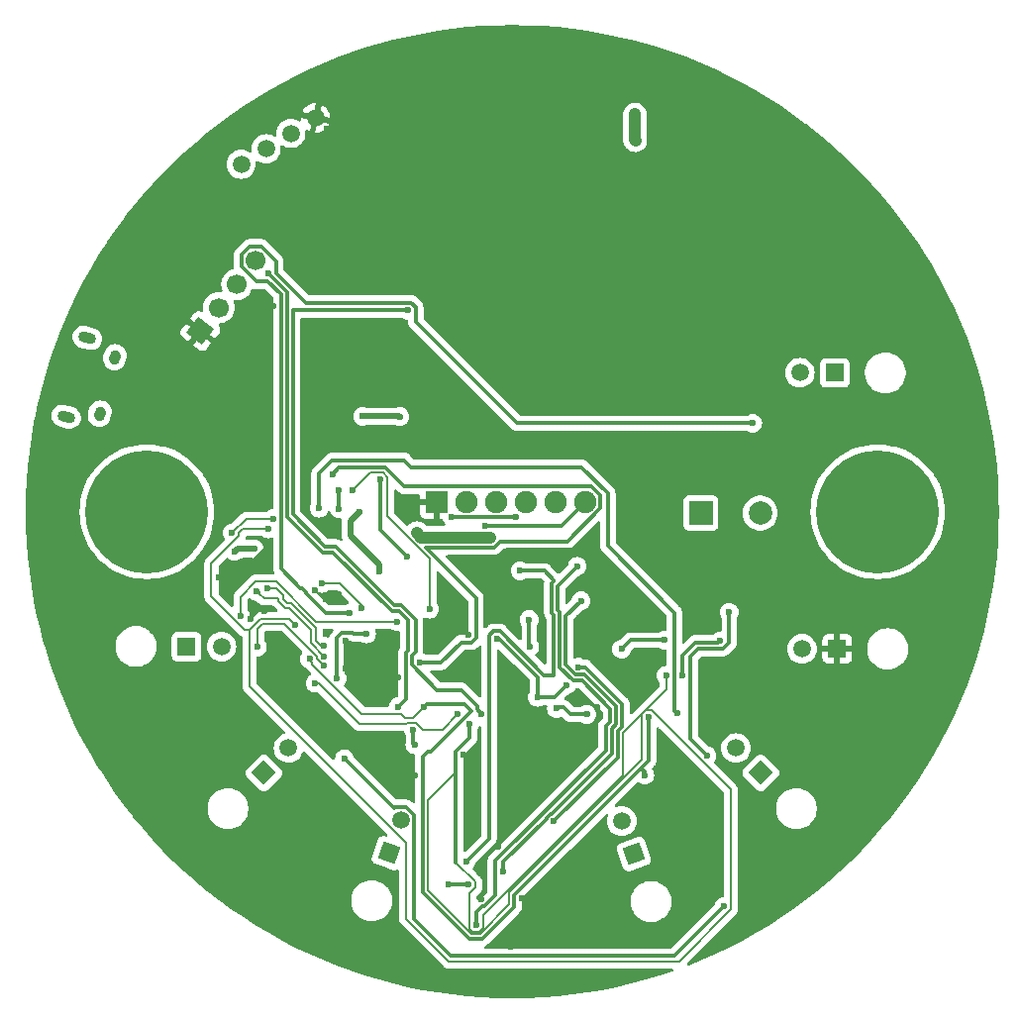
<source format=gbl>
G04 #@! TF.GenerationSoftware,KiCad,Pcbnew,7.0.11*
G04 #@! TF.CreationDate,2024-03-28T06:07:28-04:00*
G04 #@! TF.ProjectId,Motherboard,4d6f7468-6572-4626-9f61-72642e6b6963,rev?*
G04 #@! TF.SameCoordinates,Original*
G04 #@! TF.FileFunction,Copper,L2,Bot*
G04 #@! TF.FilePolarity,Positive*
%FSLAX46Y46*%
G04 Gerber Fmt 4.6, Leading zero omitted, Abs format (unit mm)*
G04 Created by KiCad (PCBNEW 7.0.11) date 2024-03-28 06:07:28*
%MOMM*%
%LPD*%
G01*
G04 APERTURE LIST*
G04 Aperture macros list*
%AMHorizOval*
0 Thick line with rounded ends*
0 $1 width*
0 $2 $3 position (X,Y) of the first rounded end (center of the circle)*
0 $4 $5 position (X,Y) of the second rounded end (center of the circle)*
0 Add line between two ends*
20,1,$1,$2,$3,$4,$5,0*
0 Add two circle primitives to create the rounded ends*
1,1,$1,$2,$3*
1,1,$1,$4,$5*%
%AMRotRect*
0 Rectangle, with rotation*
0 The origin of the aperture is its center*
0 $1 length*
0 $2 width*
0 $3 Rotation angle, in degrees counterclockwise*
0 Add horizontal line*
21,1,$1,$2,0,0,$3*%
G04 Aperture macros list end*
G04 #@! TA.AperFunction,ComponentPad*
%ADD10HorizOval,0.890000X-0.318756X0.085410X0.318756X-0.085410X0*%
G04 #@! TD*
G04 #@! TA.AperFunction,ComponentPad*
%ADD11HorizOval,0.950000X-0.038823X-0.144889X0.038823X0.144889X0*%
G04 #@! TD*
G04 #@! TA.AperFunction,ComponentPad*
%ADD12RotRect,1.700000X1.700000X142.000000*%
G04 #@! TD*
G04 #@! TA.AperFunction,ComponentPad*
%ADD13HorizOval,1.700000X0.000000X0.000000X0.000000X0.000000X0*%
G04 #@! TD*
G04 #@! TA.AperFunction,ComponentPad*
%ADD14C,1.498600*%
G04 #@! TD*
G04 #@! TA.AperFunction,ComponentPad*
%ADD15RotRect,1.520000X1.520000X340.000000*%
G04 #@! TD*
G04 #@! TA.AperFunction,ComponentPad*
%ADD16C,1.520000*%
G04 #@! TD*
G04 #@! TA.AperFunction,ComponentPad*
%ADD17R,1.520000X1.520000*%
G04 #@! TD*
G04 #@! TA.AperFunction,ComponentPad*
%ADD18RotRect,1.520000X1.520000X315.000000*%
G04 #@! TD*
G04 #@! TA.AperFunction,ComponentPad*
%ADD19R,1.900000X1.900000*%
G04 #@! TD*
G04 #@! TA.AperFunction,ComponentPad*
%ADD20C,1.900000*%
G04 #@! TD*
G04 #@! TA.AperFunction,ComponentPad*
%ADD21R,2.000000X2.000000*%
G04 #@! TD*
G04 #@! TA.AperFunction,ComponentPad*
%ADD22C,2.000000*%
G04 #@! TD*
G04 #@! TA.AperFunction,ComponentPad*
%ADD23RotRect,1.520000X1.520000X45.000000*%
G04 #@! TD*
G04 #@! TA.AperFunction,ComponentPad*
%ADD24C,10.500000*%
G04 #@! TD*
G04 #@! TA.AperFunction,ComponentPad*
%ADD25RotRect,1.520000X1.520000X20.000000*%
G04 #@! TD*
G04 #@! TA.AperFunction,ViaPad*
%ADD26C,0.600000*%
G04 #@! TD*
G04 #@! TA.AperFunction,Conductor*
%ADD27C,0.300000*%
G04 #@! TD*
G04 #@! TA.AperFunction,Conductor*
%ADD28C,0.500000*%
G04 #@! TD*
G04 #@! TA.AperFunction,Conductor*
%ADD29C,0.200000*%
G04 #@! TD*
G04 #@! TA.AperFunction,Conductor*
%ADD30C,1.000000*%
G04 #@! TD*
G04 APERTURE END LIST*
D10*
X155719914Y-108030634D03*
D11*
X158069095Y-109695371D03*
X156775000Y-114525000D03*
D10*
X153908181Y-114792115D03*
D12*
X165397440Y-107453095D03*
D13*
X166961220Y-105451548D03*
X168525000Y-103450000D03*
X170088780Y-101448453D03*
D14*
X175235361Y-89225606D03*
X173115241Y-90550404D03*
X170995121Y-91875202D03*
X168875000Y-93200000D03*
D15*
X181507655Y-152093861D03*
D16*
X182533715Y-149274784D03*
D17*
X219830001Y-134625000D03*
D16*
X216830002Y-134625000D03*
D18*
X170804898Y-145220101D03*
D16*
X172926218Y-143098781D03*
D19*
X185600000Y-122059000D03*
D20*
X188140000Y-122059000D03*
X190680000Y-122059000D03*
X193220000Y-122059000D03*
X195760000Y-122059000D03*
X198300000Y-122059000D03*
D17*
X219630001Y-111025000D03*
D16*
X216630002Y-111025000D03*
D21*
X208170000Y-123025000D03*
D22*
X213250000Y-123025000D03*
D17*
X164200001Y-134425000D03*
D16*
X167200000Y-134425000D03*
D23*
X213295101Y-145220103D03*
D16*
X211173781Y-143098783D03*
D24*
X223292000Y-122905000D03*
D25*
X202442343Y-152168862D03*
D16*
X201416283Y-149349785D03*
D24*
X160808000Y-122905000D03*
D26*
X190725000Y-133762500D03*
X194200000Y-138775000D03*
X195825000Y-139725000D03*
X196692831Y-137732169D03*
X198425000Y-140225000D03*
X158325000Y-114550000D03*
X205025000Y-143725000D03*
X176554191Y-124448431D03*
X187850000Y-143700000D03*
X195725000Y-141850000D03*
X176225000Y-90150000D03*
X177800000Y-133939176D03*
X189400000Y-156000000D03*
X177250000Y-129925000D03*
X204325000Y-125975000D03*
X192852880Y-136997120D03*
X202449998Y-131725000D03*
X210100000Y-139675000D03*
X173765241Y-100050000D03*
X211675000Y-136000000D03*
X176124265Y-130399265D03*
X173272498Y-134323940D03*
X197675000Y-126200000D03*
X183725000Y-145475000D03*
X219775000Y-136475000D03*
X187300000Y-136625000D03*
X166925000Y-128475000D03*
X190825000Y-151525000D03*
X171600000Y-105350000D03*
X211500000Y-112200000D03*
X197725000Y-134925000D03*
X199300000Y-139600000D03*
X163000000Y-112950000D03*
X191975000Y-160075000D03*
X188725000Y-127250000D03*
X175211127Y-129615548D03*
X180250000Y-138875000D03*
X202650000Y-136125000D03*
X171625000Y-137150000D03*
X194925000Y-159675000D03*
X171215392Y-133590392D03*
X177800000Y-136275000D03*
X177775000Y-142075000D03*
X170375000Y-110700000D03*
X208525000Y-132275000D03*
X197800000Y-131975000D03*
X170094612Y-108837724D03*
X185950000Y-133575000D03*
X202836014Y-132963986D03*
X182300000Y-137050000D03*
X188304471Y-133418177D03*
X171075020Y-125550000D03*
X212275000Y-156400000D03*
X191775000Y-138860000D03*
X205575000Y-109375000D03*
X192875000Y-155925000D03*
X193150000Y-141600000D03*
X220325000Y-103875000D03*
X176120780Y-133340102D03*
X202525000Y-139275000D03*
X205100000Y-85200000D03*
X170850000Y-131375000D03*
X185600000Y-117875000D03*
X169656128Y-132081128D03*
X205075000Y-133875000D03*
X201400000Y-134645639D03*
X179250000Y-114750000D03*
X169979022Y-126079022D03*
X182425000Y-114775000D03*
X168350000Y-126300000D03*
X180688173Y-128011827D03*
X178950000Y-122900000D03*
X183725000Y-142825000D03*
X183600000Y-141525000D03*
X190125000Y-125100000D03*
X202525000Y-88925000D03*
X202575000Y-91150000D03*
X183900000Y-124725000D03*
X188275000Y-154800000D03*
X186650000Y-154750000D03*
X171075000Y-129475000D03*
X175975000Y-134400000D03*
X175975000Y-135250000D03*
X170225000Y-129712285D03*
X184184620Y-135790380D03*
X176675000Y-119675000D03*
X171200000Y-102550000D03*
X182300000Y-139573285D03*
X197725000Y-136200000D03*
X195600000Y-149375000D03*
X191250000Y-153650000D03*
X197925000Y-130525000D03*
X197600000Y-127575000D03*
X189000000Y-158212180D03*
X188100000Y-152825000D03*
X192725000Y-127950000D03*
X210150000Y-156650000D03*
X177709620Y-144015380D03*
X175213235Y-137561765D03*
X187387559Y-140227855D03*
X183016526Y-126728047D03*
X180750000Y-120175000D03*
X193547120Y-134425000D03*
X193500000Y-132125000D03*
X177082108Y-137167892D03*
X179600000Y-133350000D03*
X189775000Y-124100000D03*
X186900000Y-123375000D03*
X192325000Y-123325000D03*
X206606838Y-136872008D03*
X173522500Y-132579124D03*
X188423290Y-141030603D03*
X171200000Y-124375000D03*
X205208945Y-136891895D03*
X209800000Y-133950000D03*
X184500000Y-139575000D03*
X174713973Y-135491315D03*
X168075020Y-124730331D03*
X210600000Y-131500000D03*
X171625000Y-123500000D03*
X208700000Y-143750000D03*
X203375000Y-145425000D03*
X203732169Y-140482169D03*
X175525000Y-122600000D03*
X206125000Y-140150000D03*
X189425000Y-140160000D03*
X183150000Y-105675000D03*
X177250000Y-121100000D03*
X177250000Y-122650000D03*
X178424454Y-121100000D03*
X184970221Y-131237499D03*
X178175000Y-131575000D03*
X212600000Y-115350000D03*
X182178846Y-132305830D03*
X168824265Y-131800735D03*
X170261765Y-134463235D03*
X175963054Y-136049913D03*
X179200000Y-131125000D03*
X175750958Y-129025136D03*
D27*
X195825000Y-139725000D02*
X195925000Y-139625000D01*
X190725000Y-133762500D02*
X190937133Y-133762500D01*
X195650000Y-138775000D02*
X196692831Y-137732169D01*
X194200000Y-137025367D02*
X194200000Y-138775000D01*
X195925000Y-139625000D02*
X196400000Y-139625000D01*
X190937133Y-133762500D02*
X194200000Y-137025367D01*
X197000000Y-140225000D02*
X198425000Y-140225000D01*
X194200000Y-138775000D02*
X195650000Y-138775000D01*
X196400000Y-139625000D02*
X197000000Y-140225000D01*
D28*
X189200000Y-127725000D02*
X190050000Y-127725000D01*
D27*
X197725000Y-134925000D02*
X197725000Y-132050000D01*
X168502283Y-128475000D02*
X166925000Y-128475000D01*
D29*
X177775000Y-142075000D02*
X180325000Y-142075000D01*
D27*
X171075020Y-125550000D02*
X171075020Y-125902263D01*
D29*
X176124265Y-130399265D02*
X175994844Y-130399265D01*
D27*
X197725000Y-132050000D02*
X197800000Y-131975000D01*
D28*
X188725000Y-127250000D02*
X189200000Y-127725000D01*
D29*
X169656128Y-132081128D02*
X170362256Y-131375000D01*
X170362256Y-131375000D02*
X170850000Y-131375000D01*
D27*
X171075020Y-125902263D02*
X168502283Y-128475000D01*
X170375000Y-110700000D02*
X170375000Y-109118112D01*
D29*
X175994844Y-130399265D02*
X175211127Y-129615548D01*
D28*
X190050000Y-127725000D02*
X191575000Y-126200000D01*
D29*
X180325000Y-142075000D02*
X183725000Y-145475000D01*
D27*
X177800000Y-133939176D02*
X177800000Y-136275000D01*
X170375000Y-109118112D02*
X170094612Y-108837724D01*
D28*
X191575000Y-126200000D02*
X197675000Y-126200000D01*
D27*
X201400000Y-134645639D02*
X202170639Y-133875000D01*
X202170639Y-133875000D02*
X205075000Y-133875000D01*
D28*
X179250000Y-114750000D02*
X182400000Y-114750000D01*
X168570978Y-126079022D02*
X168350000Y-126300000D01*
X182400000Y-114750000D02*
X182425000Y-114775000D01*
X178225000Y-124982968D02*
X178225000Y-123676347D01*
X169979022Y-126079022D02*
X168570978Y-126079022D01*
X178225000Y-123676347D02*
X178950000Y-122951347D01*
X178950000Y-122951347D02*
X178950000Y-122900000D01*
X180688173Y-127446141D02*
X178225000Y-124982968D01*
X180688173Y-128011827D02*
X180688173Y-127446141D01*
D27*
X183600000Y-142700000D02*
X183725000Y-142825000D01*
X183600000Y-141525000D02*
X183600000Y-142700000D01*
D30*
X202525000Y-88925000D02*
X202525000Y-91100000D01*
X202525000Y-91100000D02*
X202575000Y-91150000D01*
X190125000Y-125100000D02*
X184275000Y-125100000D01*
X184275000Y-125100000D02*
X183900000Y-124725000D01*
D27*
X186650000Y-154750000D02*
X186700000Y-154800000D01*
X186700000Y-154800000D02*
X188275000Y-154800000D01*
D29*
X175225000Y-132825001D02*
X175225000Y-133934314D01*
X172476701Y-130373529D02*
X172828172Y-130725000D01*
X175690686Y-134400000D02*
X175975000Y-134400000D01*
X175225000Y-133934314D02*
X175690686Y-134400000D01*
X172828172Y-130725000D02*
X173125000Y-130725000D01*
X171875000Y-129475000D02*
X172476701Y-130076701D01*
X172476701Y-130076701D02*
X172476701Y-130373529D01*
X171075000Y-129475000D02*
X171875000Y-129475000D01*
X173125000Y-130725000D02*
X175225000Y-132825001D01*
X170826471Y-130312285D02*
X172076701Y-130312285D01*
X170225000Y-129712285D02*
X170475000Y-129712285D01*
X174825000Y-134100000D02*
X175975000Y-135250000D01*
X172076701Y-130539215D02*
X172662487Y-131125000D01*
X170475000Y-129960814D02*
X170826471Y-130312285D01*
X172662487Y-131125000D02*
X172959314Y-131125000D01*
X170475000Y-129712285D02*
X170475000Y-129960814D01*
X172959314Y-131125000D02*
X174825000Y-132990686D01*
X172076701Y-130312285D02*
X172076701Y-130539215D01*
X174825000Y-132990686D02*
X174825000Y-134100000D01*
D27*
X190975000Y-125452082D02*
X190477082Y-125950000D01*
X188954471Y-133687416D02*
X188573710Y-134068177D01*
X181184925Y-119125000D02*
X182818925Y-120759000D01*
X176675000Y-119675000D02*
X177225000Y-119125000D01*
X190477082Y-125950000D02*
X184630026Y-125950000D01*
X198838478Y-120759000D02*
X199600000Y-121520522D01*
X177225000Y-119125000D02*
X181184925Y-119125000D01*
X187681823Y-134068177D02*
X185959620Y-135790380D01*
X199600000Y-122597478D02*
X196745396Y-125452082D01*
X184630026Y-125950000D02*
X188954471Y-130274445D01*
X185959620Y-135790380D02*
X184184620Y-135790380D01*
X188573710Y-134068177D02*
X187681823Y-134068177D01*
X199600000Y-121520522D02*
X199600000Y-122597478D01*
X196745396Y-125452082D02*
X190975000Y-125452082D01*
X188954471Y-130274445D02*
X188954471Y-133687416D01*
X182818925Y-120759000D02*
X198838478Y-120759000D01*
X182300000Y-139573285D02*
X182950000Y-138923285D01*
X172775000Y-104125000D02*
X171200000Y-102550000D01*
X182950000Y-138923285D02*
X182950000Y-134992893D01*
X183125000Y-134817893D02*
X183125000Y-132182106D01*
X183125000Y-132182106D02*
X182344524Y-131401630D01*
X176738915Y-126396021D02*
X175826663Y-126396021D01*
X181744524Y-131401630D02*
X176738915Y-126396021D01*
X182344524Y-131401630D02*
X181744524Y-131401630D01*
X182950000Y-134992893D02*
X183125000Y-134817893D01*
X175826663Y-126396021D02*
X172775000Y-123344358D01*
X172775000Y-123344358D02*
X172775000Y-104125000D01*
X195600000Y-149375000D02*
X201050000Y-143925000D01*
X201050000Y-143925000D02*
X201050000Y-141637133D01*
X201050000Y-141637133D02*
X201425000Y-141262133D01*
X198300000Y-136200000D02*
X197725000Y-136200000D01*
X201425000Y-141262133D02*
X201425000Y-139325000D01*
X201425000Y-139325000D02*
X198300000Y-136200000D01*
X196600000Y-135994239D02*
X196600000Y-131850000D01*
X191250000Y-153650000D02*
X191250000Y-152850000D01*
X200550000Y-141430027D02*
X200925000Y-141055027D01*
X196600000Y-131850000D02*
X197925000Y-130525000D01*
X198242894Y-136850000D02*
X197455761Y-136850000D01*
X195330761Y-148725000D02*
X195375000Y-148725000D01*
X197455761Y-136850000D02*
X196600000Y-135994239D01*
X194950000Y-149105761D02*
X195330761Y-148725000D01*
X200925000Y-139532106D02*
X198242894Y-136850000D01*
X200925000Y-141055027D02*
X200925000Y-139532106D01*
X194950000Y-149150000D02*
X194950000Y-149105761D01*
X200550000Y-143550000D02*
X200550000Y-141430027D01*
X195375000Y-148725000D02*
X200550000Y-143550000D01*
X191250000Y-152850000D02*
X194950000Y-149150000D01*
X197248655Y-137350000D02*
X196100000Y-136201345D01*
X195925000Y-129250000D02*
X197600000Y-127575000D01*
X195925000Y-131342893D02*
X195925000Y-129250000D01*
X190600000Y-155719239D02*
X190600000Y-152748654D01*
X189475000Y-156650000D02*
X189669239Y-156650000D01*
X200425000Y-139739212D02*
X198035788Y-137350000D01*
X190600000Y-152748654D02*
X200050000Y-143298654D01*
X198035788Y-137350000D02*
X197248655Y-137350000D01*
X200050000Y-141222921D02*
X200425000Y-140847921D01*
X189000000Y-158212180D02*
X189000000Y-157125000D01*
X196100000Y-131517893D02*
X195925000Y-131342893D01*
X189669239Y-156650000D02*
X190600000Y-155719239D01*
X200425000Y-140847921D02*
X200425000Y-139739212D01*
X196100000Y-136201345D02*
X196100000Y-131517893D01*
X189000000Y-157125000D02*
X189475000Y-156650000D01*
X200050000Y-143298654D02*
X200050000Y-141222921D01*
X195600000Y-128867893D02*
X195425000Y-129042893D01*
X195600000Y-131725000D02*
X195600000Y-136883452D01*
X195425000Y-131550000D02*
X195600000Y-131725000D01*
X192725000Y-127950000D02*
X194800000Y-127950000D01*
X194765191Y-136883452D02*
X190994239Y-133112500D01*
X195600000Y-128750000D02*
X195600000Y-128867893D01*
X190075000Y-133493261D02*
X190075000Y-150850000D01*
X195600000Y-136883452D02*
X194765191Y-136883452D01*
X190994239Y-133112500D02*
X190455761Y-133112500D01*
X190455761Y-133112500D02*
X190075000Y-133493261D01*
X194800000Y-127950000D02*
X195600000Y-128750000D01*
X190075000Y-150850000D02*
X188100000Y-152825000D01*
X195425000Y-129042893D02*
X195425000Y-131550000D01*
X205900000Y-160900000D02*
X210150000Y-156650000D01*
X182993493Y-148164784D02*
X183643715Y-148815006D01*
X186787430Y-160900000D02*
X205900000Y-160900000D01*
X183643715Y-157756285D02*
X186787430Y-160900000D01*
X182073937Y-148164784D02*
X182993493Y-148164784D01*
X183643715Y-148815006D02*
X183643715Y-157756285D01*
X177709620Y-144015380D02*
X181966481Y-148272241D01*
X181966481Y-148272241D02*
X182073937Y-148164784D01*
D29*
X175496079Y-137561765D02*
X175213235Y-137561765D01*
X187387559Y-140227855D02*
X186090414Y-141525000D01*
X182951471Y-141025000D02*
X178959314Y-141025000D01*
X178959314Y-141025000D02*
X175496079Y-137561765D01*
X186090414Y-141525000D02*
X184448529Y-141525000D01*
X183848529Y-140925000D02*
X183051471Y-140925000D01*
X184448529Y-141525000D02*
X183848529Y-140925000D01*
X183051471Y-140925000D02*
X182951471Y-141025000D01*
D27*
X180750000Y-124461521D02*
X183016526Y-126728047D01*
X180750000Y-120175000D02*
X180750000Y-124461521D01*
X193500000Y-134377880D02*
X193547120Y-134425000D01*
X193500000Y-132125000D02*
X193500000Y-134377880D01*
X178419239Y-133289176D02*
X177480062Y-133289176D01*
X179600000Y-133350000D02*
X178480063Y-133350000D01*
X178480063Y-133350000D02*
X178419239Y-133289176D01*
X177082108Y-133687130D02*
X177082108Y-137167892D01*
X177480062Y-133289176D02*
X177082108Y-133687130D01*
X189775000Y-124100000D02*
X196259000Y-124100000D01*
X196259000Y-124100000D02*
X198300000Y-122059000D01*
X188625000Y-123375000D02*
X188641000Y-123359000D01*
X188641000Y-123359000D02*
X192291000Y-123359000D01*
X192291000Y-123359000D02*
X192325000Y-123325000D01*
X186900000Y-123375000D02*
X188625000Y-123375000D01*
D29*
X191775000Y-156482843D02*
X191775000Y-155469365D01*
X184825000Y-147602818D02*
X184825000Y-155238604D01*
X201500000Y-145455635D02*
X201500000Y-141823529D01*
X210750000Y-156898529D02*
X206298529Y-161350000D01*
D27*
X188423290Y-142207471D02*
X187200000Y-143430761D01*
X187200000Y-144650000D02*
X187202818Y-144652818D01*
X207725000Y-134100000D02*
X209650000Y-134100000D01*
D29*
X210750000Y-146651471D02*
X210750000Y-156898529D01*
X168996037Y-124375000D02*
X168675020Y-124696017D01*
X170510786Y-132075000D02*
X169617893Y-132967893D01*
X168000000Y-125650000D02*
X166325000Y-127325000D01*
X169142893Y-132967893D02*
X169617893Y-132967893D01*
X201500000Y-141823529D02*
X205208945Y-138114584D01*
X188875000Y-154550000D02*
X188875000Y-155050000D01*
X188400000Y-158575000D02*
X188637180Y-158812180D01*
X205208945Y-138114584D02*
X205208945Y-136891895D01*
X206298529Y-161350000D02*
X186601034Y-161350000D01*
X184825000Y-155238604D02*
X188561396Y-158975000D01*
X203980698Y-139882169D02*
X210750000Y-146651471D01*
D27*
X206606838Y-135218162D02*
X207725000Y-134100000D01*
D29*
X182972782Y-157721748D02*
X182972782Y-151212918D01*
X166325000Y-127325000D02*
X166325000Y-130150000D01*
X173522500Y-132579124D02*
X173018376Y-132075000D01*
X186601034Y-161350000D02*
X182972782Y-157721748D01*
X168675020Y-124978860D02*
X168003880Y-125650000D01*
X191775000Y-155469365D02*
X203132169Y-144112196D01*
X173018376Y-132075000D02*
X170510786Y-132075000D01*
X166325000Y-130150000D02*
X169142893Y-132967893D01*
X169600000Y-137840136D02*
X169600000Y-132985786D01*
D27*
X187202818Y-144652818D02*
X187202818Y-152877818D01*
D29*
X187202818Y-152877818D02*
X188875000Y-154550000D01*
X203132169Y-144112196D02*
X203132169Y-140233640D01*
X203132169Y-140233640D02*
X203483640Y-139882169D01*
D27*
X206606838Y-136872008D02*
X206606838Y-135218162D01*
D29*
X188875000Y-155050000D02*
X188400000Y-155525000D01*
X189600000Y-157355635D02*
X201500000Y-145455635D01*
X188561396Y-158975000D02*
X189282843Y-158975000D01*
X168003880Y-125650000D02*
X168000000Y-125650000D01*
X187202818Y-145225000D02*
X184825000Y-147602818D01*
D27*
X187200000Y-143430761D02*
X187200000Y-144650000D01*
X188423290Y-141030603D02*
X188423290Y-142207471D01*
D29*
X203483640Y-139882169D02*
X203980698Y-139882169D01*
X169600000Y-132985786D02*
X169617893Y-132967893D01*
X189248529Y-158812180D02*
X189600000Y-158460709D01*
X171200000Y-124375000D02*
X168996037Y-124375000D01*
X189600000Y-158460709D02*
X189600000Y-157355635D01*
X168675020Y-124696017D02*
X168675020Y-124978860D01*
X188400000Y-155525000D02*
X188400000Y-158575000D01*
X189282843Y-158975000D02*
X191775000Y-156482843D01*
X182972782Y-151212918D02*
X169600000Y-137840136D01*
X188637180Y-158812180D02*
X189248529Y-158812180D01*
D27*
X209650000Y-134100000D02*
X209800000Y-133950000D01*
X210600000Y-131500000D02*
X210600000Y-134069239D01*
X188569108Y-139965545D02*
X185114446Y-143420207D01*
D29*
X174950000Y-135950000D02*
X174950000Y-135800000D01*
D27*
X189469239Y-159425000D02*
X192225000Y-156669239D01*
X184375000Y-143876810D02*
X184375000Y-155425000D01*
D29*
X168075020Y-124730331D02*
X169305351Y-123500000D01*
D27*
X203732169Y-144148592D02*
X203732169Y-140482169D01*
X185114446Y-143420207D02*
X184831603Y-143420207D01*
X203375000Y-145150000D02*
X203052880Y-144827880D01*
D29*
X182900244Y-140525000D02*
X182548529Y-140173285D01*
D27*
X184725000Y-139350000D02*
X187953563Y-139350000D01*
X210069239Y-134600000D02*
X207932106Y-134600000D01*
X210600000Y-134069239D02*
X210069239Y-134600000D01*
X207256838Y-135275268D02*
X207256838Y-142306838D01*
X203375000Y-145425000D02*
X203375000Y-145150000D01*
D29*
X182548529Y-140173285D02*
X179173285Y-140173285D01*
D27*
X187953563Y-139350000D02*
X188569108Y-139965545D01*
D29*
X184500000Y-139575000D02*
X183550000Y-140525000D01*
X179173285Y-140173285D02*
X174950000Y-135950000D01*
X169305351Y-123500000D02*
X171625000Y-123500000D01*
D27*
X207932106Y-134600000D02*
X207256838Y-135275268D01*
X207256838Y-142306838D02*
X208700000Y-143750000D01*
X184375000Y-155425000D02*
X188375000Y-159425000D01*
D29*
X174713973Y-135563973D02*
X174713973Y-135491315D01*
D27*
X184831603Y-143420207D02*
X184375000Y-143876810D01*
X184500000Y-139575000D02*
X184725000Y-139350000D01*
X192225000Y-156669239D02*
X192225000Y-155655761D01*
D29*
X174950000Y-135800000D02*
X174713973Y-135563973D01*
D27*
X192225000Y-155655761D02*
X203052880Y-144827880D01*
X188375000Y-159425000D02*
X189469239Y-159425000D01*
D29*
X183550000Y-140525000D02*
X182900244Y-140525000D01*
D27*
X203052880Y-144827880D02*
X203732169Y-144148592D01*
X175525000Y-119616942D02*
X176641942Y-118500000D01*
X175525000Y-122600000D02*
X175525000Y-119616942D01*
X182825001Y-118500000D02*
X183425001Y-119100000D01*
X200225000Y-125822479D02*
X205925000Y-131522479D01*
X176641942Y-118500000D02*
X182825001Y-118500000D01*
X205925000Y-139950000D02*
X206125000Y-140150000D01*
X200225000Y-121332106D02*
X200225000Y-125822479D01*
X183425001Y-119100000D02*
X197992894Y-119100000D01*
X205925000Y-131522479D02*
X205925000Y-139950000D01*
X197992894Y-119100000D02*
X200225000Y-121332106D01*
X185625000Y-138150000D02*
X183450000Y-135975000D01*
X187696141Y-138150000D02*
X185625000Y-138150000D01*
X173300000Y-105675000D02*
X183150000Y-105675000D01*
X189425000Y-140160000D02*
X189069108Y-139804108D01*
X173275000Y-105700000D02*
X173300000Y-105675000D01*
X183450000Y-135200000D02*
X183775000Y-134875000D01*
X176033769Y-125896021D02*
X173275000Y-123137252D01*
X176946021Y-125896021D02*
X176033769Y-125896021D01*
X173275000Y-123137252D02*
X173275000Y-105700000D01*
X182551630Y-130901630D02*
X181951630Y-130901630D01*
X183775000Y-132125000D02*
X182551630Y-130901630D01*
X181951630Y-130901630D02*
X176946021Y-125896021D01*
X183450000Y-135975000D02*
X183450000Y-135200000D01*
X189069108Y-139804108D02*
X189069108Y-139522967D01*
X189069108Y-139522967D02*
X187696141Y-138150000D01*
X183775000Y-134875000D02*
X183775000Y-132125000D01*
X177250000Y-122650000D02*
X177250000Y-121100000D01*
D29*
X180998529Y-119575000D02*
X179949454Y-119575000D01*
X181350000Y-119926471D02*
X180998529Y-119575000D01*
X179949454Y-119575000D02*
X178424454Y-121100000D01*
X184970221Y-126926591D02*
X181350000Y-123306370D01*
X181350000Y-123306370D02*
X181350000Y-119926471D01*
X184970221Y-131237499D02*
X184970221Y-126926591D01*
D27*
X174425294Y-129801018D02*
X174044533Y-129420257D01*
X170585837Y-100248453D02*
X171850000Y-101512616D01*
X178175000Y-131575000D02*
X176100000Y-131575000D01*
X173945257Y-129420257D02*
X172275000Y-127750000D01*
X174425294Y-129900294D02*
X174425294Y-129801018D01*
X172275000Y-127750000D02*
X172275000Y-104332106D01*
X176100000Y-131575000D02*
X174425294Y-129900294D01*
X192444239Y-115350000D02*
X212600000Y-115350000D01*
X172275000Y-104332106D02*
X171142894Y-103200000D01*
X174044533Y-129420257D02*
X173945257Y-129420257D01*
X171850000Y-101512616D02*
X171850000Y-102492894D01*
X183419239Y-105025000D02*
X183800000Y-105405761D01*
X170143270Y-103200000D02*
X168888780Y-101945510D01*
X183800000Y-106705761D02*
X192444239Y-115350000D01*
X168888780Y-100951396D02*
X169591723Y-100248453D01*
X174382106Y-105025000D02*
X183419239Y-105025000D01*
X168888780Y-101945510D02*
X168888780Y-100951396D01*
X171850000Y-102492894D02*
X174382106Y-105025000D01*
X169591723Y-100248453D02*
X170585837Y-100248453D01*
X183800000Y-105405761D02*
X183800000Y-106705761D01*
X171142894Y-103200000D02*
X170143270Y-103200000D01*
D29*
X170125000Y-128875000D02*
X171840685Y-128875000D01*
X168824265Y-130175735D02*
X170125000Y-128875000D01*
X168824265Y-131800735D02*
X168824265Y-130175735D01*
X171840685Y-128875000D02*
X175271515Y-132305830D01*
X175271515Y-132305830D02*
X182178846Y-132305830D01*
X170261765Y-132889707D02*
X170676472Y-132475000D01*
X175926384Y-136049913D02*
X175963054Y-136049913D01*
X172569847Y-132475000D02*
X175375000Y-135280153D01*
X170261765Y-134463235D02*
X170261765Y-132889707D01*
X175375000Y-135498529D02*
X175926384Y-136049913D01*
X170676472Y-132475000D02*
X172569847Y-132475000D01*
X175375000Y-135280153D02*
X175375000Y-135498529D01*
X177323665Y-129025136D02*
X175750958Y-129025136D01*
X179200000Y-131125000D02*
X179200000Y-130901471D01*
X179200000Y-130901471D02*
X177323665Y-129025136D01*
G04 #@! TA.AperFunction,Conductor*
G36*
X193329457Y-81315205D02*
G01*
X193333236Y-81315321D01*
X194609646Y-81374333D01*
X194613380Y-81374563D01*
X195887408Y-81472857D01*
X195891109Y-81473201D01*
X197161437Y-81610675D01*
X197165176Y-81611137D01*
X198430712Y-81787672D01*
X198434389Y-81788243D01*
X199693869Y-82003663D01*
X199697587Y-82004358D01*
X200949806Y-82258456D01*
X200953472Y-82259258D01*
X202197268Y-82551796D01*
X202200937Y-82552718D01*
X203435133Y-82883421D01*
X203438806Y-82884466D01*
X204662212Y-83253012D01*
X204665851Y-83254170D01*
X205877297Y-83660206D01*
X205880899Y-83661475D01*
X207079306Y-84104639D01*
X207082867Y-84106019D01*
X208267035Y-84585869D01*
X208270552Y-84587358D01*
X209439361Y-85103437D01*
X209442831Y-85105033D01*
X210595248Y-85656888D01*
X210598627Y-85658570D01*
X211733522Y-86245662D01*
X211736823Y-86247435D01*
X212853097Y-86869195D01*
X212856359Y-86871078D01*
X213093079Y-87012653D01*
X213952952Y-87526917D01*
X213956199Y-87528928D01*
X215032003Y-88218180D01*
X215035187Y-88220289D01*
X216089315Y-88942383D01*
X216092432Y-88944590D01*
X217123768Y-89698763D01*
X217126816Y-89701064D01*
X217181855Y-89743974D01*
X218134518Y-90486702D01*
X218137457Y-90489068D01*
X218965133Y-91176362D01*
X219120422Y-91305312D01*
X219123322Y-91307796D01*
X220080698Y-92153935D01*
X220083521Y-92156508D01*
X221014413Y-93031754D01*
X221017154Y-93034413D01*
X221920586Y-93937845D01*
X221923245Y-93940586D01*
X222798491Y-94871478D01*
X222801064Y-94874301D01*
X223647203Y-95831677D01*
X223649687Y-95834577D01*
X224465916Y-96817524D01*
X224468311Y-96820499D01*
X225253935Y-97828183D01*
X225256236Y-97831231D01*
X226010409Y-98862567D01*
X226012616Y-98865684D01*
X226734710Y-99919812D01*
X226736819Y-99922996D01*
X227426071Y-100998800D01*
X227428082Y-101002047D01*
X227903667Y-101797247D01*
X228071473Y-102077827D01*
X228083908Y-102098618D01*
X228085816Y-102101923D01*
X228705568Y-103214592D01*
X228707547Y-103218144D01*
X228709349Y-103221500D01*
X228949333Y-103685408D01*
X229296419Y-104356353D01*
X229298121Y-104359771D01*
X229849966Y-105512168D01*
X229851562Y-105515638D01*
X230367641Y-106684447D01*
X230369130Y-106687964D01*
X230848980Y-107872132D01*
X230850360Y-107875693D01*
X231293524Y-109074100D01*
X231294793Y-109077702D01*
X231700829Y-110289148D01*
X231701987Y-110292787D01*
X232070533Y-111516193D01*
X232071578Y-111519866D01*
X232402276Y-112754045D01*
X232403207Y-112757749D01*
X232695733Y-114001494D01*
X232696550Y-114005225D01*
X232950637Y-115257394D01*
X232951339Y-115261148D01*
X233166748Y-116520562D01*
X233167334Y-116524336D01*
X233343858Y-117789798D01*
X233344327Y-117793588D01*
X233481793Y-119063839D01*
X233482146Y-119067641D01*
X233580433Y-120341580D01*
X233580668Y-120345392D01*
X233639677Y-121621744D01*
X233639794Y-121625561D01*
X233659470Y-122903090D01*
X233659470Y-122906910D01*
X233639794Y-124184438D01*
X233639677Y-124188255D01*
X233580668Y-125464607D01*
X233580433Y-125468419D01*
X233482146Y-126742358D01*
X233481793Y-126746160D01*
X233344327Y-128016411D01*
X233343858Y-128020201D01*
X233167334Y-129285663D01*
X233166748Y-129289437D01*
X232951339Y-130548851D01*
X232950637Y-130552605D01*
X232696550Y-131804774D01*
X232695733Y-131808505D01*
X232403207Y-133052250D01*
X232402276Y-133055954D01*
X232071578Y-134290133D01*
X232070533Y-134293806D01*
X231701987Y-135517212D01*
X231700829Y-135520851D01*
X231294793Y-136732297D01*
X231293524Y-136735899D01*
X230850360Y-137934306D01*
X230848980Y-137937867D01*
X230369130Y-139122035D01*
X230367641Y-139125552D01*
X229851562Y-140294361D01*
X229849966Y-140297831D01*
X229298121Y-141450228D01*
X229296419Y-141453646D01*
X228709354Y-142588490D01*
X228707547Y-142591855D01*
X228085817Y-143708074D01*
X228083908Y-143711381D01*
X227428082Y-144807952D01*
X227426071Y-144811199D01*
X226736819Y-145887003D01*
X226734710Y-145890187D01*
X226012616Y-146944315D01*
X226010409Y-146947432D01*
X225256236Y-147978768D01*
X225253935Y-147981816D01*
X224468311Y-148989500D01*
X224465916Y-148992475D01*
X223649687Y-149975422D01*
X223647203Y-149978322D01*
X222801064Y-150935698D01*
X222798491Y-150938521D01*
X221923245Y-151869413D01*
X221920586Y-151872154D01*
X221017154Y-152775586D01*
X221014413Y-152778245D01*
X220083521Y-153653491D01*
X220080698Y-153656064D01*
X219123322Y-154502203D01*
X219120422Y-154504687D01*
X218137475Y-155320916D01*
X218134500Y-155323311D01*
X217126816Y-156108935D01*
X217123768Y-156111236D01*
X216092432Y-156865409D01*
X216089315Y-156867616D01*
X215035187Y-157589710D01*
X215032003Y-157591819D01*
X213956199Y-158281071D01*
X213952952Y-158283082D01*
X212856381Y-158938908D01*
X212853074Y-158940817D01*
X211736855Y-159562547D01*
X211733490Y-159564354D01*
X210598646Y-160151419D01*
X210595228Y-160153121D01*
X209442831Y-160704966D01*
X209439361Y-160706562D01*
X208270552Y-161222641D01*
X208267035Y-161224130D01*
X207163181Y-161671435D01*
X207093656Y-161678369D01*
X207031420Y-161646614D01*
X206996231Y-161586252D01*
X206999263Y-161516448D01*
X207028929Y-161468833D01*
X211141043Y-157356719D01*
X211153223Y-157346038D01*
X211178282Y-157326811D01*
X211274536Y-157201370D01*
X211335044Y-157055291D01*
X211350500Y-156937890D01*
X211355682Y-156898529D01*
X211351561Y-156867226D01*
X211350500Y-156851041D01*
X211350500Y-148405991D01*
X214599302Y-148405991D01*
X214618967Y-148536453D01*
X214638406Y-148665419D01*
X214638407Y-148665421D01*
X214638408Y-148665427D01*
X214715740Y-148916130D01*
X214829569Y-149152500D01*
X214829570Y-149152501D01*
X214829572Y-149152504D01*
X214829574Y-149152508D01*
X214964076Y-149349786D01*
X214977369Y-149369283D01*
X215155816Y-149561605D01*
X215155819Y-149561607D01*
X215155821Y-149561609D01*
X215360945Y-149725190D01*
X215588159Y-149856372D01*
X215832386Y-149952224D01*
X216088172Y-150010606D01*
X216088178Y-150010606D01*
X216088181Y-150010607D01*
X216284286Y-150025303D01*
X216284305Y-150025303D01*
X216284308Y-150025304D01*
X216284310Y-150025304D01*
X216415294Y-150025304D01*
X216415296Y-150025304D01*
X216415298Y-150025303D01*
X216415317Y-150025303D01*
X216611422Y-150010607D01*
X216611424Y-150010606D01*
X216611432Y-150010606D01*
X216867218Y-149952224D01*
X217111445Y-149856372D01*
X217338659Y-149725190D01*
X217543783Y-149561609D01*
X217550607Y-149554255D01*
X217597325Y-149503904D01*
X217722235Y-149369283D01*
X217870030Y-149152508D01*
X217983865Y-148916127D01*
X218061198Y-148665419D01*
X218100302Y-148405986D01*
X218100302Y-148143622D01*
X218061198Y-147884189D01*
X217983865Y-147633481D01*
X217959214Y-147582293D01*
X217870034Y-147397107D01*
X217870033Y-147397106D01*
X217870032Y-147397104D01*
X217870030Y-147397100D01*
X217722235Y-147180325D01*
X217712243Y-147169557D01*
X217543787Y-146988002D01*
X217433694Y-146900206D01*
X217338659Y-146824418D01*
X217111445Y-146693236D01*
X216867218Y-146597384D01*
X216867213Y-146597382D01*
X216867204Y-146597380D01*
X216649620Y-146547718D01*
X216611432Y-146539002D01*
X216611431Y-146539001D01*
X216611427Y-146539001D01*
X216611422Y-146539000D01*
X216415317Y-146524304D01*
X216415296Y-146524304D01*
X216284308Y-146524304D01*
X216284286Y-146524304D01*
X216088181Y-146539000D01*
X216088176Y-146539001D01*
X215832399Y-146597380D01*
X215832380Y-146597386D01*
X215588158Y-146693236D01*
X215360945Y-146824418D01*
X215155816Y-146988002D01*
X214977369Y-147180324D01*
X214829570Y-147397106D01*
X214829569Y-147397107D01*
X214715740Y-147633477D01*
X214638408Y-147884180D01*
X214638407Y-147884185D01*
X214638406Y-147884189D01*
X214626418Y-147963723D01*
X214599302Y-148143616D01*
X214599302Y-148405991D01*
X211350500Y-148405991D01*
X211350500Y-146698958D01*
X211351561Y-146682772D01*
X211351576Y-146682662D01*
X211355682Y-146651471D01*
X211335044Y-146494709D01*
X211274536Y-146348630D01*
X211202450Y-146254686D01*
X211178419Y-146223367D01*
X211178281Y-146223187D01*
X211153229Y-146203965D01*
X211141034Y-146193270D01*
X210167867Y-145220103D01*
X211714652Y-145220103D01*
X211735133Y-145362559D01*
X211794921Y-145493475D01*
X211794924Y-145493480D01*
X211832537Y-145540156D01*
X211832544Y-145540164D01*
X212443169Y-146150787D01*
X212975045Y-146682662D01*
X213021728Y-146720282D01*
X213152644Y-146780070D01*
X213152643Y-146780070D01*
X213170550Y-146782644D01*
X213295101Y-146800552D01*
X213437558Y-146780070D01*
X213568474Y-146720282D01*
X213615157Y-146682664D01*
X214757660Y-145540159D01*
X214795280Y-145493476D01*
X214855068Y-145362560D01*
X214875550Y-145220103D01*
X214855068Y-145077646D01*
X214795280Y-144946730D01*
X214795279Y-144946729D01*
X214795277Y-144946725D01*
X214757664Y-144900049D01*
X214757657Y-144900041D01*
X213615164Y-143757551D01*
X213615162Y-143757549D01*
X213615157Y-143757544D01*
X213568474Y-143719924D01*
X213568467Y-143719921D01*
X213437556Y-143660135D01*
X213437558Y-143660135D01*
X213295101Y-143639654D01*
X213152644Y-143660135D01*
X213021728Y-143719923D01*
X213021723Y-143719926D01*
X212975047Y-143757539D01*
X212975039Y-143757546D01*
X211832549Y-144900039D01*
X211832545Y-144900044D01*
X211832542Y-144900047D01*
X211814256Y-144922738D01*
X211794921Y-144946731D01*
X211794920Y-144946733D01*
X211735133Y-145077646D01*
X211714652Y-145220103D01*
X210167867Y-145220103D01*
X209349656Y-144401892D01*
X209316171Y-144340569D01*
X209321155Y-144270877D01*
X209332344Y-144248238D01*
X209343323Y-144230766D01*
X209414881Y-144116882D01*
X209425788Y-144099524D01*
X209435604Y-144071472D01*
X209485368Y-143929255D01*
X209486041Y-143923284D01*
X209505565Y-143750003D01*
X209505565Y-143749996D01*
X209485369Y-143570750D01*
X209485368Y-143570745D01*
X209465203Y-143513117D01*
X209425789Y-143400478D01*
X209329816Y-143247738D01*
X209202262Y-143120184D01*
X209168204Y-143098784D01*
X209908466Y-143098784D01*
X209927688Y-143318497D01*
X209927690Y-143318507D01*
X209984771Y-143531538D01*
X209984776Y-143531552D01*
X210077984Y-143731437D01*
X210077988Y-143731445D01*
X210204493Y-143912113D01*
X210360450Y-144068070D01*
X210541118Y-144194575D01*
X210541120Y-144194576D01*
X210541123Y-144194578D01*
X210656198Y-144248238D01*
X210741011Y-144287787D01*
X210741013Y-144287787D01*
X210741018Y-144287790D01*
X210954061Y-144344875D01*
X211111003Y-144358605D01*
X211173779Y-144364098D01*
X211173781Y-144364098D01*
X211173783Y-144364098D01*
X211228711Y-144359292D01*
X211393501Y-144344875D01*
X211606544Y-144287790D01*
X211806439Y-144194578D01*
X211987110Y-144068071D01*
X212143069Y-143912112D01*
X212269576Y-143731441D01*
X212362788Y-143531546D01*
X212419873Y-143318503D01*
X212439096Y-143098783D01*
X212433858Y-143038918D01*
X212424919Y-142936744D01*
X212419873Y-142879063D01*
X212362788Y-142666020D01*
X212269576Y-142466126D01*
X212143069Y-142285454D01*
X212143067Y-142285451D01*
X211987111Y-142129495D01*
X211806443Y-142002990D01*
X211806435Y-142002986D01*
X211606550Y-141909778D01*
X211606536Y-141909773D01*
X211393505Y-141852692D01*
X211393503Y-141852691D01*
X211393501Y-141852691D01*
X211393499Y-141852690D01*
X211393495Y-141852690D01*
X211173783Y-141833468D01*
X211173779Y-141833468D01*
X210954066Y-141852690D01*
X210954056Y-141852692D01*
X210741025Y-141909773D01*
X210741016Y-141909777D01*
X210541125Y-142002987D01*
X210541123Y-142002988D01*
X210360449Y-142129496D01*
X210204494Y-142285451D01*
X210077986Y-142466125D01*
X210077985Y-142466127D01*
X209984775Y-142666018D01*
X209984771Y-142666027D01*
X209927690Y-142879058D01*
X209927688Y-142879068D01*
X209908466Y-143098781D01*
X209908466Y-143098784D01*
X209168204Y-143098784D01*
X209147499Y-143085774D01*
X209049521Y-143024210D01*
X208879255Y-142964632D01*
X208879246Y-142964630D01*
X208872012Y-142963815D01*
X208807600Y-142936744D01*
X208798223Y-142928277D01*
X207943657Y-142073711D01*
X207910172Y-142012388D01*
X207907338Y-141986030D01*
X207907338Y-135596076D01*
X207927023Y-135529037D01*
X207943657Y-135508395D01*
X208165233Y-135286819D01*
X208226556Y-135253334D01*
X208252914Y-135250500D01*
X209983734Y-135250500D01*
X209999744Y-135252267D01*
X209999767Y-135252026D01*
X210007528Y-135252758D01*
X210007535Y-135252760D01*
X210077501Y-135250560D01*
X210081396Y-135250500D01*
X210110164Y-135250500D01*
X210114526Y-135249948D01*
X210126178Y-135249030D01*
X210171808Y-135247597D01*
X210192195Y-135241673D01*
X210211235Y-135237731D01*
X210232297Y-135235071D01*
X210274759Y-135218258D01*
X210285796Y-135214480D01*
X210329637Y-135201744D01*
X210347904Y-135190939D01*
X210365375Y-135182380D01*
X210385110Y-135174568D01*
X210422055Y-135147725D01*
X210431797Y-135141326D01*
X210471104Y-135118081D01*
X210486109Y-135103075D01*
X210500907Y-135090436D01*
X210518076Y-135077963D01*
X210547185Y-135042774D01*
X210555029Y-135034154D01*
X210964182Y-134625001D01*
X215564687Y-134625001D01*
X215583909Y-134844714D01*
X215583911Y-134844724D01*
X215640992Y-135057755D01*
X215640997Y-135057769D01*
X215734205Y-135257654D01*
X215734209Y-135257662D01*
X215860714Y-135438330D01*
X216016671Y-135594287D01*
X216197339Y-135720792D01*
X216197341Y-135720793D01*
X216197344Y-135720795D01*
X216317605Y-135776873D01*
X216397232Y-135814004D01*
X216397234Y-135814004D01*
X216397239Y-135814007D01*
X216610282Y-135871092D01*
X216767224Y-135884822D01*
X216830000Y-135890315D01*
X216830002Y-135890315D01*
X216830004Y-135890315D01*
X216890764Y-135884999D01*
X217049722Y-135871092D01*
X217262765Y-135814007D01*
X217462660Y-135720795D01*
X217643331Y-135594288D01*
X217799290Y-135438329D01*
X217803131Y-135432844D01*
X218570001Y-135432844D01*
X218576402Y-135492372D01*
X218576404Y-135492379D01*
X218626646Y-135627086D01*
X218626650Y-135627093D01*
X218712810Y-135742187D01*
X218712813Y-135742190D01*
X218827907Y-135828350D01*
X218827914Y-135828354D01*
X218962621Y-135878596D01*
X218962628Y-135878598D01*
X219022156Y-135884999D01*
X219022173Y-135885000D01*
X219580001Y-135885000D01*
X219580001Y-135071494D01*
X219684840Y-135119373D01*
X219793528Y-135135000D01*
X219866474Y-135135000D01*
X219975162Y-135119373D01*
X220080001Y-135071494D01*
X220080001Y-135885000D01*
X220637829Y-135885000D01*
X220637845Y-135884999D01*
X220697373Y-135878598D01*
X220697380Y-135878596D01*
X220832087Y-135828354D01*
X220832094Y-135828350D01*
X220947188Y-135742190D01*
X220947191Y-135742187D01*
X221033351Y-135627093D01*
X221033355Y-135627086D01*
X221083597Y-135492379D01*
X221083599Y-135492372D01*
X221090000Y-135432844D01*
X221090001Y-135432827D01*
X221090001Y-134875000D01*
X220275573Y-134875000D01*
X220298683Y-134839040D01*
X220323011Y-134756187D01*
X222399500Y-134756187D01*
X222411904Y-134838478D01*
X222438604Y-135015615D01*
X222438605Y-135015617D01*
X222438606Y-135015623D01*
X222515938Y-135266326D01*
X222629767Y-135502696D01*
X222629768Y-135502697D01*
X222629770Y-135502700D01*
X222629772Y-135502704D01*
X222757683Y-135690315D01*
X222777567Y-135719479D01*
X222956014Y-135911801D01*
X222956018Y-135911804D01*
X222956019Y-135911805D01*
X223161143Y-136075386D01*
X223388357Y-136206568D01*
X223632584Y-136302420D01*
X223888370Y-136360802D01*
X223888376Y-136360802D01*
X223888379Y-136360803D01*
X224084484Y-136375499D01*
X224084503Y-136375499D01*
X224084506Y-136375500D01*
X224084508Y-136375500D01*
X224215492Y-136375500D01*
X224215494Y-136375500D01*
X224215496Y-136375499D01*
X224215515Y-136375499D01*
X224411620Y-136360803D01*
X224411622Y-136360802D01*
X224411630Y-136360802D01*
X224667416Y-136302420D01*
X224911643Y-136206568D01*
X225138857Y-136075386D01*
X225343981Y-135911805D01*
X225522433Y-135719479D01*
X225670228Y-135502704D01*
X225683950Y-135474211D01*
X225712642Y-135414630D01*
X225784063Y-135266323D01*
X225861396Y-135015615D01*
X225900500Y-134756182D01*
X225900500Y-134493818D01*
X225861396Y-134234385D01*
X225784063Y-133983677D01*
X225751492Y-133916042D01*
X225670232Y-133747303D01*
X225670231Y-133747302D01*
X225670230Y-133747301D01*
X225670228Y-133747296D01*
X225522433Y-133530521D01*
X225501359Y-133507809D01*
X225343985Y-133338198D01*
X225286829Y-133292618D01*
X225138857Y-133174614D01*
X224911643Y-133043432D01*
X224667416Y-132947580D01*
X224667411Y-132947578D01*
X224667402Y-132947576D01*
X224449818Y-132897914D01*
X224411630Y-132889198D01*
X224411629Y-132889197D01*
X224411625Y-132889197D01*
X224411620Y-132889196D01*
X224215515Y-132874500D01*
X224215494Y-132874500D01*
X224084506Y-132874500D01*
X224084484Y-132874500D01*
X223888379Y-132889196D01*
X223888374Y-132889197D01*
X223632597Y-132947576D01*
X223632578Y-132947582D01*
X223388356Y-133043432D01*
X223161143Y-133174614D01*
X222956014Y-133338198D01*
X222777567Y-133530520D01*
X222629768Y-133747302D01*
X222629767Y-133747303D01*
X222515938Y-133983673D01*
X222438606Y-134234376D01*
X222438605Y-134234381D01*
X222438604Y-134234385D01*
X222425622Y-134320512D01*
X222399500Y-134493812D01*
X222399500Y-134756187D01*
X220323011Y-134756187D01*
X220340001Y-134698327D01*
X220340001Y-134551673D01*
X220298683Y-134410960D01*
X220275573Y-134375000D01*
X221090001Y-134375000D01*
X221090001Y-133817172D01*
X221090000Y-133817155D01*
X221083599Y-133757627D01*
X221083597Y-133757620D01*
X221033355Y-133622913D01*
X221033351Y-133622906D01*
X220947191Y-133507812D01*
X220947188Y-133507809D01*
X220832094Y-133421649D01*
X220832087Y-133421645D01*
X220697380Y-133371403D01*
X220697373Y-133371401D01*
X220637845Y-133365000D01*
X220080001Y-133365000D01*
X220080001Y-134178505D01*
X219975162Y-134130627D01*
X219866474Y-134115000D01*
X219793528Y-134115000D01*
X219684840Y-134130627D01*
X219580001Y-134178505D01*
X219580001Y-133365000D01*
X219022156Y-133365000D01*
X218962628Y-133371401D01*
X218962621Y-133371403D01*
X218827914Y-133421645D01*
X218827907Y-133421649D01*
X218712813Y-133507809D01*
X218712810Y-133507812D01*
X218626650Y-133622906D01*
X218626646Y-133622913D01*
X218576404Y-133757620D01*
X218576402Y-133757627D01*
X218570001Y-133817155D01*
X218570001Y-134375000D01*
X219384429Y-134375000D01*
X219361319Y-134410960D01*
X219320001Y-134551673D01*
X219320001Y-134698327D01*
X219361319Y-134839040D01*
X219384429Y-134875000D01*
X218570001Y-134875000D01*
X218570001Y-135432844D01*
X217803131Y-135432844D01*
X217925797Y-135257658D01*
X218019009Y-135057763D01*
X218076094Y-134844720D01*
X218095317Y-134625000D01*
X218092226Y-134589675D01*
X218083840Y-134493817D01*
X218076094Y-134405280D01*
X218021439Y-134201306D01*
X218019011Y-134192244D01*
X218019010Y-134192243D01*
X218019009Y-134192237D01*
X217925797Y-133992343D01*
X217803130Y-133817155D01*
X217799288Y-133811668D01*
X217643332Y-133655712D01*
X217462664Y-133529207D01*
X217462656Y-133529203D01*
X217262771Y-133435995D01*
X217262757Y-133435990D01*
X217049726Y-133378909D01*
X217049724Y-133378908D01*
X217049722Y-133378908D01*
X217049720Y-133378907D01*
X217049716Y-133378907D01*
X216830004Y-133359685D01*
X216830000Y-133359685D01*
X216610287Y-133378907D01*
X216610277Y-133378909D01*
X216397246Y-133435990D01*
X216397239Y-133435992D01*
X216397239Y-133435993D01*
X216386810Y-133440856D01*
X216197346Y-133529204D01*
X216197344Y-133529205D01*
X216016670Y-133655713D01*
X215860715Y-133811668D01*
X215734207Y-133992342D01*
X215734206Y-133992344D01*
X215640996Y-134192235D01*
X215640992Y-134192244D01*
X215583911Y-134405275D01*
X215583909Y-134405285D01*
X215564687Y-134624998D01*
X215564687Y-134625001D01*
X210964182Y-134625001D01*
X210999513Y-134589670D01*
X211012079Y-134579604D01*
X211011925Y-134579417D01*
X211017933Y-134574444D01*
X211017940Y-134574441D01*
X211041227Y-134549641D01*
X211065865Y-134523406D01*
X211068578Y-134520606D01*
X211088911Y-134500274D01*
X211091606Y-134496799D01*
X211099199Y-134487908D01*
X211130448Y-134454632D01*
X211140674Y-134436029D01*
X211151353Y-134419772D01*
X211164362Y-134403003D01*
X211182491Y-134361105D01*
X211187620Y-134350634D01*
X211209627Y-134310607D01*
X211214905Y-134290045D01*
X211221207Y-134271638D01*
X211229635Y-134252166D01*
X211236777Y-134207064D01*
X211239140Y-134195657D01*
X211250500Y-134151416D01*
X211250500Y-134130188D01*
X211252027Y-134110788D01*
X211255346Y-134089834D01*
X211251050Y-134044386D01*
X211250500Y-134032717D01*
X211250500Y-132005067D01*
X211269507Y-131939094D01*
X211325788Y-131849524D01*
X211325789Y-131849522D01*
X211385368Y-131679255D01*
X211385485Y-131678216D01*
X211405565Y-131500003D01*
X211405565Y-131499996D01*
X211385369Y-131320750D01*
X211385368Y-131320745D01*
X211373884Y-131287926D01*
X211325789Y-131150478D01*
X211307025Y-131120616D01*
X211277508Y-131073639D01*
X211229816Y-130997738D01*
X211102262Y-130870184D01*
X211068881Y-130849209D01*
X210949523Y-130774211D01*
X210779254Y-130714631D01*
X210779249Y-130714630D01*
X210600004Y-130694435D01*
X210599996Y-130694435D01*
X210420750Y-130714630D01*
X210420745Y-130714631D01*
X210250476Y-130774211D01*
X210097737Y-130870184D01*
X209970184Y-130997737D01*
X209874211Y-131150476D01*
X209814631Y-131320745D01*
X209814630Y-131320750D01*
X209794435Y-131499996D01*
X209794435Y-131500003D01*
X209814630Y-131679249D01*
X209814631Y-131679254D01*
X209874211Y-131849524D01*
X209930493Y-131939094D01*
X209949500Y-132005067D01*
X209949500Y-133022523D01*
X209929815Y-133089562D01*
X209877011Y-133135317D01*
X209811620Y-133145744D01*
X209803328Y-133144810D01*
X209800000Y-133144435D01*
X209799999Y-133144435D01*
X209799996Y-133144435D01*
X209620750Y-133164630D01*
X209620745Y-133164631D01*
X209450476Y-133224211D01*
X209297739Y-133320183D01*
X209204740Y-133413182D01*
X209143416Y-133446666D01*
X209117059Y-133449500D01*
X207810505Y-133449500D01*
X207794494Y-133447732D01*
X207794472Y-133447974D01*
X207786705Y-133447240D01*
X207786704Y-133447240D01*
X207716738Y-133449439D01*
X207712843Y-133449500D01*
X207684075Y-133449500D01*
X207684072Y-133449500D01*
X207684057Y-133449501D01*
X207679687Y-133450053D01*
X207668059Y-133450968D01*
X207622435Y-133452402D01*
X207622425Y-133452404D01*
X207602049Y-133458323D01*
X207583008Y-133462266D01*
X207561953Y-133464926D01*
X207561937Y-133464930D01*
X207519486Y-133481737D01*
X207508440Y-133485519D01*
X207464599Y-133498256D01*
X207446327Y-133509062D01*
X207428861Y-133517619D01*
X207409128Y-133525432D01*
X207372193Y-133552266D01*
X207362434Y-133558676D01*
X207323132Y-133581920D01*
X207308126Y-133596926D01*
X207293336Y-133609558D01*
X207276167Y-133622032D01*
X207276165Y-133622034D01*
X207247056Y-133657219D01*
X207239196Y-133665856D01*
X206787181Y-134117872D01*
X206725858Y-134151357D01*
X206656167Y-134146373D01*
X206600233Y-134104502D01*
X206575816Y-134039037D01*
X206575500Y-134030191D01*
X206575500Y-131607980D01*
X206577268Y-131591967D01*
X206577026Y-131591945D01*
X206577758Y-131584189D01*
X206577760Y-131584182D01*
X206575561Y-131514214D01*
X206575500Y-131510319D01*
X206575500Y-131481554D01*
X206575499Y-131481549D01*
X206574949Y-131477195D01*
X206574030Y-131465533D01*
X206572597Y-131419909D01*
X206566676Y-131399531D01*
X206562731Y-131380482D01*
X206560071Y-131359421D01*
X206543261Y-131316966D01*
X206539481Y-131305924D01*
X206538996Y-131304254D01*
X206526744Y-131262080D01*
X206515939Y-131243811D01*
X206507379Y-131226337D01*
X206506351Y-131223741D01*
X206499568Y-131206608D01*
X206472737Y-131169678D01*
X206466323Y-131159914D01*
X206463308Y-131154816D01*
X206443081Y-131120614D01*
X206428075Y-131105608D01*
X206415435Y-131090809D01*
X206402961Y-131073639D01*
X206367780Y-131044535D01*
X206359140Y-131036673D01*
X200911819Y-125589352D01*
X200878334Y-125528029D01*
X200875500Y-125501671D01*
X200875500Y-124072870D01*
X206669500Y-124072870D01*
X206669501Y-124072876D01*
X206675908Y-124132483D01*
X206726202Y-124267328D01*
X206726206Y-124267335D01*
X206812452Y-124382544D01*
X206812455Y-124382547D01*
X206927664Y-124468793D01*
X206927671Y-124468797D01*
X207062517Y-124519091D01*
X207062516Y-124519091D01*
X207069444Y-124519835D01*
X207122127Y-124525500D01*
X209217872Y-124525499D01*
X209277483Y-124519091D01*
X209412331Y-124468796D01*
X209527546Y-124382546D01*
X209613796Y-124267331D01*
X209664091Y-124132483D01*
X209670500Y-124072873D01*
X209670500Y-123025005D01*
X211744357Y-123025005D01*
X211764890Y-123272812D01*
X211764892Y-123272824D01*
X211825936Y-123513881D01*
X211925826Y-123741606D01*
X212061833Y-123949782D01*
X212061836Y-123949785D01*
X212230256Y-124132738D01*
X212426491Y-124285474D01*
X212426493Y-124285475D01*
X212637774Y-124399815D01*
X212645190Y-124403828D01*
X212880386Y-124484571D01*
X213125665Y-124525500D01*
X213374335Y-124525500D01*
X213619614Y-124484571D01*
X213854810Y-124403828D01*
X214073509Y-124285474D01*
X214269744Y-124132738D01*
X214438164Y-123949785D01*
X214574173Y-123741607D01*
X214674063Y-123513881D01*
X214735108Y-123272821D01*
X214735109Y-123272812D01*
X214755643Y-123025005D01*
X214755643Y-123024994D01*
X214745700Y-122905001D01*
X217536583Y-122905001D01*
X217540772Y-123006273D01*
X217556241Y-123380279D01*
X217557687Y-123391882D01*
X217615078Y-123852310D01*
X217682103Y-124171964D01*
X217712697Y-124317871D01*
X217731951Y-124382544D01*
X217848422Y-124773768D01*
X217848429Y-124773786D01*
X217999274Y-125160369D01*
X218021343Y-125216925D01*
X218203411Y-125589352D01*
X218230262Y-125644276D01*
X218473754Y-126052909D01*
X218473767Y-126052928D01*
X218750155Y-126440034D01*
X218750169Y-126440053D01*
X219057600Y-126803037D01*
X219393962Y-127139399D01*
X219756946Y-127446830D01*
X219756965Y-127446844D01*
X220138555Y-127719293D01*
X220144085Y-127723242D01*
X220552724Y-127966738D01*
X220980075Y-128175657D01*
X221423219Y-128348573D01*
X221423226Y-128348575D01*
X221423231Y-128348577D01*
X221559750Y-128389220D01*
X221879129Y-128484303D01*
X222344689Y-128581921D01*
X222816721Y-128640759D01*
X223255685Y-128658915D01*
X223291998Y-128660417D01*
X223292000Y-128660417D01*
X223292002Y-128660417D01*
X223326977Y-128658970D01*
X223767279Y-128640759D01*
X224239311Y-128581921D01*
X224704871Y-128484303D01*
X225121162Y-128360368D01*
X225160768Y-128348577D01*
X225160769Y-128348576D01*
X225160781Y-128348573D01*
X225603925Y-128175657D01*
X226031276Y-127966738D01*
X226439915Y-127723242D01*
X226827050Y-127446833D01*
X227147618Y-127175326D01*
X227190037Y-127139399D01*
X227190043Y-127139394D01*
X227526394Y-126803043D01*
X227526399Y-126803037D01*
X227696025Y-126602760D01*
X227833833Y-126440050D01*
X228110242Y-126052915D01*
X228353738Y-125644276D01*
X228562657Y-125216925D01*
X228735573Y-124773781D01*
X228871303Y-124317871D01*
X228968921Y-123852311D01*
X229027759Y-123380279D01*
X229047417Y-122905000D01*
X229046409Y-122880641D01*
X229042216Y-122779249D01*
X229027759Y-122429721D01*
X228968921Y-121957689D01*
X228871303Y-121492129D01*
X228757504Y-121109883D01*
X228735577Y-121036231D01*
X228735575Y-121036226D01*
X228735573Y-121036219D01*
X228562657Y-120593075D01*
X228353738Y-120165724D01*
X228110242Y-119757085D01*
X228058641Y-119684813D01*
X227833844Y-119369965D01*
X227833830Y-119369946D01*
X227526399Y-119006962D01*
X227190037Y-118670600D01*
X226827053Y-118363169D01*
X226827034Y-118363155D01*
X226439928Y-118086767D01*
X226439909Y-118086754D01*
X226031276Y-117843262D01*
X225925763Y-117791680D01*
X225603925Y-117634343D01*
X225603916Y-117634339D01*
X225603913Y-117634338D01*
X225160786Y-117461429D01*
X225160768Y-117461422D01*
X224799952Y-117354004D01*
X224704871Y-117325697D01*
X224607252Y-117305228D01*
X224239310Y-117228078D01*
X223826116Y-117176574D01*
X223767279Y-117169241D01*
X223608852Y-117162688D01*
X223292002Y-117149583D01*
X223291998Y-117149583D01*
X222816721Y-117169241D01*
X222344689Y-117228078D01*
X221879129Y-117325697D01*
X221423231Y-117461422D01*
X221423213Y-117461429D01*
X220980086Y-117634338D01*
X220980067Y-117634347D01*
X220552723Y-117843262D01*
X220144090Y-118086754D01*
X220144071Y-118086767D01*
X219756965Y-118363155D01*
X219756946Y-118363169D01*
X219393962Y-118670600D01*
X219393957Y-118670606D01*
X219057606Y-119006957D01*
X219057600Y-119006962D01*
X218750169Y-119369946D01*
X218750155Y-119369965D01*
X218473767Y-119757071D01*
X218473754Y-119757090D01*
X218230262Y-120165723D01*
X218021347Y-120593067D01*
X218021338Y-120593086D01*
X217848429Y-121036213D01*
X217848422Y-121036231D01*
X217712697Y-121492129D01*
X217615078Y-121957689D01*
X217556241Y-122429721D01*
X217536583Y-122904998D01*
X217536583Y-122905001D01*
X214745700Y-122905001D01*
X214735109Y-122777187D01*
X214735107Y-122777175D01*
X214674063Y-122536118D01*
X214574173Y-122308393D01*
X214438166Y-122100217D01*
X214400223Y-122059000D01*
X214269744Y-121917262D01*
X214073509Y-121764526D01*
X214073507Y-121764525D01*
X214073506Y-121764524D01*
X213854811Y-121646172D01*
X213854802Y-121646169D01*
X213619616Y-121565429D01*
X213374335Y-121524500D01*
X213125665Y-121524500D01*
X212880383Y-121565429D01*
X212645197Y-121646169D01*
X212645188Y-121646172D01*
X212426493Y-121764524D01*
X212230257Y-121917261D01*
X212061833Y-122100217D01*
X211925826Y-122308393D01*
X211825936Y-122536118D01*
X211764892Y-122777175D01*
X211764890Y-122777187D01*
X211744357Y-123024994D01*
X211744357Y-123025005D01*
X209670500Y-123025005D01*
X209670499Y-121977128D01*
X209664091Y-121917517D01*
X209659633Y-121905565D01*
X209613797Y-121782671D01*
X209613793Y-121782664D01*
X209527547Y-121667455D01*
X209527544Y-121667452D01*
X209412335Y-121581206D01*
X209412328Y-121581202D01*
X209277482Y-121530908D01*
X209277483Y-121530908D01*
X209217883Y-121524501D01*
X209217881Y-121524500D01*
X209217873Y-121524500D01*
X209217864Y-121524500D01*
X207122129Y-121524500D01*
X207122123Y-121524501D01*
X207062516Y-121530908D01*
X206927671Y-121581202D01*
X206927664Y-121581206D01*
X206812455Y-121667452D01*
X206812452Y-121667455D01*
X206726206Y-121782664D01*
X206726202Y-121782671D01*
X206675908Y-121917517D01*
X206669501Y-121977116D01*
X206669501Y-121977123D01*
X206669500Y-121977135D01*
X206669500Y-124072870D01*
X200875500Y-124072870D01*
X200875500Y-121417609D01*
X200877268Y-121401597D01*
X200877026Y-121401575D01*
X200877760Y-121393812D01*
X200877134Y-121373905D01*
X200875561Y-121323828D01*
X200875500Y-121319934D01*
X200875500Y-121291184D01*
X200875499Y-121291177D01*
X200875280Y-121289445D01*
X200874949Y-121286825D01*
X200874031Y-121275168D01*
X200873498Y-121258196D01*
X200872598Y-121229537D01*
X200866676Y-121209156D01*
X200862731Y-121190101D01*
X200860072Y-121169055D01*
X200860071Y-121169053D01*
X200860071Y-121169048D01*
X200843267Y-121126607D01*
X200839484Y-121115558D01*
X200826745Y-121071708D01*
X200826142Y-121070689D01*
X200815936Y-121053430D01*
X200807378Y-121035961D01*
X200799568Y-121016235D01*
X200772721Y-120979285D01*
X200766331Y-120969555D01*
X200743081Y-120930241D01*
X200728075Y-120915235D01*
X200715435Y-120900436D01*
X200702961Y-120883266D01*
X200667780Y-120854162D01*
X200659140Y-120846300D01*
X198513328Y-118700488D01*
X198503255Y-118687914D01*
X198503068Y-118688070D01*
X198498092Y-118682054D01*
X198447061Y-118634134D01*
X198444263Y-118631423D01*
X198423929Y-118611089D01*
X198420442Y-118608384D01*
X198411563Y-118600800D01*
X198378290Y-118569554D01*
X198378282Y-118569548D01*
X198359686Y-118559325D01*
X198343425Y-118548644D01*
X198326657Y-118535637D01*
X198310303Y-118528560D01*
X198284747Y-118517501D01*
X198274288Y-118512377D01*
X198234262Y-118490373D01*
X198234259Y-118490372D01*
X198213695Y-118485092D01*
X198195290Y-118478790D01*
X198175821Y-118470365D01*
X198175815Y-118470363D01*
X198130731Y-118463223D01*
X198119292Y-118460854D01*
X198075074Y-118449500D01*
X198075071Y-118449500D01*
X198053849Y-118449500D01*
X198034449Y-118447973D01*
X198013490Y-118444653D01*
X198013489Y-118444653D01*
X197978369Y-118447973D01*
X197968034Y-118448950D01*
X197956364Y-118449500D01*
X183745809Y-118449500D01*
X183678770Y-118429815D01*
X183658128Y-118413181D01*
X183345435Y-118100488D01*
X183335362Y-118087914D01*
X183335175Y-118088070D01*
X183330199Y-118082054D01*
X183279168Y-118034134D01*
X183276370Y-118031423D01*
X183256036Y-118011089D01*
X183252549Y-118008384D01*
X183243670Y-118000800D01*
X183210397Y-117969554D01*
X183210389Y-117969548D01*
X183191793Y-117959325D01*
X183175532Y-117948644D01*
X183158764Y-117935637D01*
X183142410Y-117928560D01*
X183116854Y-117917501D01*
X183106395Y-117912377D01*
X183066369Y-117890373D01*
X183066366Y-117890372D01*
X183045802Y-117885092D01*
X183027397Y-117878790D01*
X183007928Y-117870365D01*
X183007922Y-117870363D01*
X182962838Y-117863223D01*
X182951399Y-117860854D01*
X182907181Y-117849500D01*
X182907178Y-117849500D01*
X182885956Y-117849500D01*
X182866556Y-117847973D01*
X182845597Y-117844653D01*
X182845596Y-117844653D01*
X182802823Y-117848696D01*
X182800141Y-117848950D01*
X182788471Y-117849500D01*
X176727448Y-117849500D01*
X176711437Y-117847732D01*
X176711415Y-117847974D01*
X176703648Y-117847239D01*
X176633666Y-117849439D01*
X176629771Y-117849500D01*
X176601017Y-117849500D01*
X176601011Y-117849500D01*
X176601005Y-117849501D01*
X176596641Y-117850052D01*
X176585011Y-117850967D01*
X176539375Y-117852401D01*
X176524815Y-117856630D01*
X176518982Y-117858325D01*
X176499938Y-117862269D01*
X176478884Y-117864929D01*
X176478882Y-117864929D01*
X176436438Y-117881733D01*
X176425392Y-117885515D01*
X176381543Y-117898254D01*
X176363267Y-117909063D01*
X176345802Y-117917619D01*
X176326066Y-117925433D01*
X176289129Y-117952269D01*
X176279370Y-117958680D01*
X176240078Y-117981917D01*
X176225066Y-117996929D01*
X176210278Y-118009558D01*
X176193109Y-118022032D01*
X176193107Y-118022034D01*
X176163998Y-118057219D01*
X176156138Y-118065856D01*
X175125483Y-119096511D01*
X175112910Y-119106585D01*
X175113065Y-119106772D01*
X175107058Y-119111741D01*
X175059133Y-119162775D01*
X175056427Y-119165567D01*
X175036090Y-119185905D01*
X175036077Y-119185920D01*
X175033373Y-119189405D01*
X175025806Y-119198264D01*
X174994552Y-119231549D01*
X174984322Y-119250155D01*
X174973646Y-119266406D01*
X174960640Y-119283174D01*
X174960636Y-119283180D01*
X174942508Y-119325072D01*
X174937369Y-119335561D01*
X174915372Y-119375572D01*
X174915372Y-119375573D01*
X174910091Y-119396141D01*
X174903791Y-119414543D01*
X174895364Y-119434015D01*
X174888223Y-119479104D01*
X174885854Y-119490542D01*
X174874500Y-119534759D01*
X174874500Y-119555986D01*
X174872973Y-119575385D01*
X174869653Y-119596347D01*
X174872877Y-119630448D01*
X174873950Y-119641800D01*
X174874500Y-119653470D01*
X174874500Y-122094931D01*
X174855494Y-122160903D01*
X174799211Y-122250477D01*
X174799209Y-122250481D01*
X174739633Y-122420737D01*
X174739630Y-122420750D01*
X174719435Y-122599996D01*
X174719435Y-122600003D01*
X174739630Y-122779249D01*
X174739631Y-122779254D01*
X174799211Y-122949523D01*
X174815511Y-122975464D01*
X174895184Y-123102262D01*
X175022738Y-123229816D01*
X175175478Y-123325789D01*
X175345745Y-123385368D01*
X175345750Y-123385369D01*
X175524996Y-123405565D01*
X175525000Y-123405565D01*
X175525004Y-123405565D01*
X175704249Y-123385369D01*
X175704252Y-123385368D01*
X175704255Y-123385368D01*
X175874522Y-123325789D01*
X176027262Y-123229816D01*
X176154816Y-123102262D01*
X176250789Y-122949522D01*
X176261710Y-122918312D01*
X176302432Y-122861536D01*
X176367384Y-122835788D01*
X176435946Y-122849244D01*
X176486349Y-122897631D01*
X176495794Y-122918311D01*
X176524211Y-122999522D01*
X176620184Y-123152262D01*
X176747738Y-123279816D01*
X176754965Y-123284357D01*
X176885196Y-123366187D01*
X176900478Y-123375789D01*
X177070745Y-123435368D01*
X177070750Y-123435369D01*
X177249996Y-123455565D01*
X177250000Y-123455565D01*
X177250004Y-123455565D01*
X177338083Y-123445641D01*
X177406904Y-123457696D01*
X177458284Y-123505045D01*
X177475908Y-123572655D01*
X177475128Y-123583256D01*
X177473662Y-123595799D01*
X177473602Y-123595791D01*
X177472835Y-123603292D01*
X177472895Y-123603298D01*
X177472265Y-123610487D01*
X177474448Y-123685475D01*
X177474500Y-123689082D01*
X177474500Y-124919262D01*
X177473191Y-124937231D01*
X177469710Y-124960993D01*
X177474028Y-125010336D01*
X177474500Y-125021144D01*
X177474500Y-125026679D01*
X177478098Y-125057463D01*
X177478464Y-125061051D01*
X177485000Y-125135759D01*
X177486461Y-125142835D01*
X177486403Y-125142846D01*
X177488034Y-125150205D01*
X177488092Y-125150192D01*
X177489758Y-125157222D01*
X177511339Y-125216516D01*
X177515770Y-125286245D01*
X177481799Y-125347300D01*
X177420211Y-125380297D01*
X177350561Y-125374759D01*
X177335081Y-125367588D01*
X177312816Y-125355348D01*
X177296552Y-125344665D01*
X177279784Y-125331658D01*
X177256457Y-125321564D01*
X177237874Y-125313522D01*
X177227415Y-125308398D01*
X177187389Y-125286394D01*
X177187386Y-125286393D01*
X177166822Y-125281113D01*
X177148417Y-125274811D01*
X177128948Y-125266386D01*
X177128942Y-125266384D01*
X177083858Y-125259244D01*
X177072419Y-125256875D01*
X177028201Y-125245521D01*
X177028198Y-125245521D01*
X177006976Y-125245521D01*
X176987576Y-125243994D01*
X176966617Y-125240674D01*
X176966616Y-125240674D01*
X176931496Y-125243994D01*
X176921161Y-125244971D01*
X176909491Y-125245521D01*
X176354577Y-125245521D01*
X176287538Y-125225836D01*
X176266896Y-125209202D01*
X173961819Y-122904125D01*
X173928334Y-122842802D01*
X173925500Y-122816444D01*
X173925500Y-114750003D01*
X178444435Y-114750003D01*
X178464630Y-114929249D01*
X178464631Y-114929254D01*
X178524211Y-115099523D01*
X178584558Y-115195564D01*
X178620184Y-115252262D01*
X178747738Y-115379816D01*
X178900478Y-115475789D01*
X178995281Y-115508962D01*
X179070745Y-115535368D01*
X179070750Y-115535369D01*
X179249996Y-115555565D01*
X179250000Y-115555565D01*
X179250004Y-115555565D01*
X179429249Y-115535369D01*
X179429252Y-115535368D01*
X179429255Y-115535368D01*
X179509017Y-115507457D01*
X179549972Y-115500500D01*
X182053584Y-115500500D01*
X182094539Y-115507459D01*
X182245737Y-115560366D01*
X182245743Y-115560367D01*
X182245745Y-115560368D01*
X182245746Y-115560368D01*
X182245750Y-115560369D01*
X182424996Y-115580565D01*
X182425000Y-115580565D01*
X182425004Y-115580565D01*
X182604249Y-115560369D01*
X182604252Y-115560368D01*
X182604255Y-115560368D01*
X182774522Y-115500789D01*
X182927262Y-115404816D01*
X183054816Y-115277262D01*
X183150789Y-115124522D01*
X183210368Y-114954255D01*
X183213185Y-114929254D01*
X183230565Y-114775003D01*
X183230565Y-114774996D01*
X183210369Y-114595750D01*
X183210368Y-114595745D01*
X183192414Y-114544435D01*
X183150789Y-114425478D01*
X183135080Y-114400478D01*
X183054815Y-114272737D01*
X182927262Y-114145184D01*
X182774523Y-114049211D01*
X182604254Y-113989631D01*
X182604249Y-113989630D01*
X182425004Y-113969435D01*
X182424996Y-113969435D01*
X182245753Y-113989630D01*
X182245746Y-113989631D01*
X182241016Y-113991286D01*
X182237430Y-113992541D01*
X182196477Y-113999500D01*
X179549972Y-113999500D01*
X179509017Y-113992542D01*
X179429254Y-113964631D01*
X179429249Y-113964630D01*
X179250004Y-113944435D01*
X179249996Y-113944435D01*
X179070750Y-113964630D01*
X179070745Y-113964631D01*
X178900476Y-114024211D01*
X178747737Y-114120184D01*
X178620184Y-114247737D01*
X178524211Y-114400476D01*
X178464631Y-114570745D01*
X178464630Y-114570750D01*
X178444435Y-114749996D01*
X178444435Y-114750003D01*
X173925500Y-114750003D01*
X173925500Y-106449500D01*
X173945185Y-106382461D01*
X173997989Y-106336706D01*
X174049500Y-106325500D01*
X182644932Y-106325500D01*
X182710904Y-106344506D01*
X182800477Y-106400789D01*
X182800481Y-106400790D01*
X182970737Y-106460366D01*
X182970742Y-106460367D01*
X182970745Y-106460368D01*
X183039384Y-106468101D01*
X183103796Y-106495166D01*
X183143352Y-106552760D01*
X183149500Y-106591321D01*
X183149500Y-106620255D01*
X183147732Y-106636266D01*
X183147974Y-106636289D01*
X183147240Y-106644055D01*
X183149439Y-106714023D01*
X183149500Y-106717918D01*
X183149500Y-106746681D01*
X183149501Y-106746699D01*
X183150053Y-106751072D01*
X183150968Y-106762702D01*
X183152402Y-106808328D01*
X183152403Y-106808331D01*
X183158323Y-106828709D01*
X183162268Y-106847757D01*
X183164928Y-106868815D01*
X183164931Y-106868826D01*
X183181737Y-106911275D01*
X183185520Y-106922324D01*
X183198254Y-106966156D01*
X183198255Y-106966158D01*
X183209060Y-106984427D01*
X183217617Y-107001895D01*
X183223226Y-107016061D01*
X183225432Y-107021633D01*
X183252266Y-107058567D01*
X183258678Y-107068329D01*
X183281120Y-107106276D01*
X183281919Y-107107626D01*
X183281923Y-107107630D01*
X183296925Y-107122632D01*
X183309563Y-107137430D01*
X183322033Y-107154594D01*
X183322036Y-107154598D01*
X183357213Y-107183698D01*
X183365854Y-107191561D01*
X191923803Y-115749510D01*
X191933874Y-115762080D01*
X191934061Y-115761926D01*
X191939034Y-115767937D01*
X191990071Y-115815864D01*
X191992868Y-115818575D01*
X192013206Y-115838913D01*
X192016689Y-115841615D01*
X192025565Y-115849196D01*
X192051384Y-115873441D01*
X192058846Y-115880448D01*
X192058849Y-115880450D01*
X192058851Y-115880451D01*
X192077446Y-115890674D01*
X192093707Y-115901356D01*
X192110471Y-115914359D01*
X192110475Y-115914362D01*
X192152377Y-115932494D01*
X192162851Y-115937625D01*
X192202871Y-115959627D01*
X192223443Y-115964908D01*
X192241833Y-115971205D01*
X192261313Y-115979635D01*
X192306414Y-115986777D01*
X192317825Y-115989141D01*
X192362062Y-116000500D01*
X192383284Y-116000500D01*
X192402683Y-116002026D01*
X192423644Y-116005347D01*
X192469099Y-116001050D01*
X192480769Y-116000500D01*
X212094932Y-116000500D01*
X212160904Y-116019506D01*
X212250477Y-116075789D01*
X212250481Y-116075790D01*
X212420737Y-116135366D01*
X212420743Y-116135367D01*
X212420745Y-116135368D01*
X212420746Y-116135368D01*
X212420750Y-116135369D01*
X212599996Y-116155565D01*
X212600000Y-116155565D01*
X212600004Y-116155565D01*
X212779249Y-116135369D01*
X212779252Y-116135368D01*
X212779255Y-116135368D01*
X212949522Y-116075789D01*
X213102262Y-115979816D01*
X213229816Y-115852262D01*
X213325789Y-115699522D01*
X213385368Y-115529255D01*
X213385369Y-115529249D01*
X213405565Y-115350003D01*
X213405565Y-115349996D01*
X213385369Y-115170750D01*
X213385368Y-115170745D01*
X213325789Y-115000478D01*
X213229816Y-114847738D01*
X213102262Y-114720184D01*
X213039096Y-114680494D01*
X212949523Y-114624211D01*
X212779254Y-114564631D01*
X212779249Y-114564630D01*
X212600004Y-114544435D01*
X212599996Y-114544435D01*
X212420750Y-114564630D01*
X212420737Y-114564633D01*
X212250481Y-114624209D01*
X212250477Y-114624210D01*
X212160904Y-114680494D01*
X212094932Y-114699500D01*
X192765047Y-114699500D01*
X192698008Y-114679815D01*
X192677366Y-114663181D01*
X189039186Y-111025001D01*
X215364687Y-111025001D01*
X215383909Y-111244714D01*
X215383911Y-111244724D01*
X215440992Y-111457755D01*
X215440997Y-111457769D01*
X215534205Y-111657654D01*
X215534209Y-111657662D01*
X215660714Y-111838330D01*
X215816671Y-111994287D01*
X215997339Y-112120792D01*
X215997341Y-112120793D01*
X215997344Y-112120795D01*
X216043992Y-112142547D01*
X216197232Y-112214004D01*
X216197234Y-112214004D01*
X216197239Y-112214007D01*
X216410282Y-112271092D01*
X216567224Y-112284822D01*
X216630000Y-112290315D01*
X216630002Y-112290315D01*
X216630004Y-112290315D01*
X216685061Y-112285498D01*
X216849722Y-112271092D01*
X217062765Y-112214007D01*
X217262660Y-112120795D01*
X217443331Y-111994288D01*
X217599290Y-111838329D01*
X217603112Y-111832870D01*
X218369501Y-111832870D01*
X218369502Y-111832876D01*
X218375909Y-111892483D01*
X218426203Y-112027328D01*
X218426207Y-112027335D01*
X218512453Y-112142544D01*
X218512456Y-112142547D01*
X218627665Y-112228793D01*
X218627672Y-112228797D01*
X218762518Y-112279091D01*
X218762517Y-112279091D01*
X218769445Y-112279835D01*
X218822128Y-112285500D01*
X220437873Y-112285499D01*
X220497484Y-112279091D01*
X220632332Y-112228796D01*
X220747547Y-112142546D01*
X220833797Y-112027331D01*
X220884092Y-111892483D01*
X220890501Y-111832873D01*
X220890501Y-111156187D01*
X222199500Y-111156187D01*
X222212844Y-111244714D01*
X222238604Y-111415615D01*
X222238605Y-111415617D01*
X222238606Y-111415623D01*
X222315938Y-111666326D01*
X222429767Y-111902696D01*
X222429768Y-111902697D01*
X222429770Y-111902700D01*
X222429772Y-111902704D01*
X222514744Y-112027335D01*
X222577567Y-112119479D01*
X222756014Y-112311801D01*
X222756018Y-112311804D01*
X222756019Y-112311805D01*
X222961143Y-112475386D01*
X223188357Y-112606568D01*
X223432584Y-112702420D01*
X223688370Y-112760802D01*
X223688376Y-112760802D01*
X223688379Y-112760803D01*
X223884484Y-112775499D01*
X223884503Y-112775499D01*
X223884506Y-112775500D01*
X223884508Y-112775500D01*
X224015492Y-112775500D01*
X224015494Y-112775500D01*
X224015496Y-112775499D01*
X224015515Y-112775499D01*
X224211620Y-112760803D01*
X224211622Y-112760802D01*
X224211630Y-112760802D01*
X224467416Y-112702420D01*
X224711643Y-112606568D01*
X224938857Y-112475386D01*
X225143981Y-112311805D01*
X225168389Y-112285500D01*
X225221002Y-112228796D01*
X225322433Y-112119479D01*
X225470228Y-111902704D01*
X225584063Y-111666323D01*
X225661396Y-111415615D01*
X225700500Y-111156182D01*
X225700500Y-110893818D01*
X225661396Y-110634385D01*
X225584063Y-110383677D01*
X225503858Y-110217129D01*
X225470232Y-110147303D01*
X225470231Y-110147302D01*
X225470230Y-110147301D01*
X225470228Y-110147296D01*
X225322433Y-109930521D01*
X225234726Y-109835995D01*
X225143985Y-109738198D01*
X225015302Y-109635577D01*
X224938857Y-109574614D01*
X224711643Y-109443432D01*
X224467416Y-109347580D01*
X224467411Y-109347578D01*
X224467402Y-109347576D01*
X224249818Y-109297914D01*
X224211630Y-109289198D01*
X224211629Y-109289197D01*
X224211625Y-109289197D01*
X224211620Y-109289196D01*
X224015515Y-109274500D01*
X224015494Y-109274500D01*
X223884506Y-109274500D01*
X223884484Y-109274500D01*
X223688379Y-109289196D01*
X223688374Y-109289197D01*
X223432597Y-109347576D01*
X223432578Y-109347582D01*
X223188356Y-109443432D01*
X222961143Y-109574614D01*
X222756014Y-109738198D01*
X222577567Y-109930520D01*
X222429768Y-110147302D01*
X222429767Y-110147303D01*
X222315938Y-110383673D01*
X222238606Y-110634376D01*
X222238605Y-110634381D01*
X222238604Y-110634385D01*
X222237715Y-110640284D01*
X222199500Y-110893812D01*
X222199500Y-111156187D01*
X220890501Y-111156187D01*
X220890500Y-110217128D01*
X220884092Y-110157517D01*
X220880282Y-110147303D01*
X220833798Y-110022671D01*
X220833794Y-110022664D01*
X220747548Y-109907455D01*
X220747545Y-109907452D01*
X220632336Y-109821206D01*
X220632329Y-109821202D01*
X220497483Y-109770908D01*
X220497484Y-109770908D01*
X220437884Y-109764501D01*
X220437882Y-109764500D01*
X220437874Y-109764500D01*
X220437865Y-109764500D01*
X218822130Y-109764500D01*
X218822124Y-109764501D01*
X218762517Y-109770908D01*
X218627672Y-109821202D01*
X218627665Y-109821206D01*
X218512456Y-109907452D01*
X218512453Y-109907455D01*
X218426207Y-110022664D01*
X218426203Y-110022671D01*
X218375909Y-110157517D01*
X218369502Y-110217116D01*
X218369502Y-110217123D01*
X218369501Y-110217135D01*
X218369501Y-111832870D01*
X217603112Y-111832870D01*
X217725797Y-111657658D01*
X217819009Y-111457763D01*
X217876094Y-111244720D01*
X217895317Y-111025000D01*
X217876094Y-110805280D01*
X217819009Y-110592237D01*
X217725797Y-110392343D01*
X217599290Y-110211671D01*
X217599288Y-110211668D01*
X217443332Y-110055712D01*
X217262664Y-109929207D01*
X217262656Y-109929203D01*
X217062771Y-109835995D01*
X217062757Y-109835990D01*
X216849726Y-109778909D01*
X216849724Y-109778908D01*
X216849722Y-109778908D01*
X216849720Y-109778907D01*
X216849716Y-109778907D01*
X216630004Y-109759685D01*
X216630000Y-109759685D01*
X216410287Y-109778907D01*
X216410277Y-109778909D01*
X216197246Y-109835990D01*
X216197237Y-109835994D01*
X215997346Y-109929204D01*
X215997344Y-109929205D01*
X215816670Y-110055713D01*
X215660715Y-110211668D01*
X215534207Y-110392342D01*
X215534206Y-110392344D01*
X215440996Y-110592235D01*
X215440992Y-110592244D01*
X215383911Y-110805275D01*
X215383909Y-110805285D01*
X215364687Y-111024998D01*
X215364687Y-111025001D01*
X189039186Y-111025001D01*
X184486819Y-106472634D01*
X184453334Y-106411311D01*
X184450500Y-106384953D01*
X184450500Y-105491262D01*
X184452268Y-105475249D01*
X184452026Y-105475227D01*
X184452758Y-105467471D01*
X184452760Y-105467464D01*
X184450561Y-105397496D01*
X184450500Y-105393601D01*
X184450500Y-105364838D01*
X184450499Y-105364831D01*
X184449949Y-105360477D01*
X184449030Y-105348815D01*
X184447597Y-105303191D01*
X184441676Y-105282813D01*
X184437731Y-105263764D01*
X184435071Y-105242703D01*
X184418261Y-105200248D01*
X184414481Y-105189206D01*
X184401743Y-105145360D01*
X184390941Y-105127096D01*
X184382379Y-105109619D01*
X184381351Y-105107023D01*
X184374568Y-105089890D01*
X184347737Y-105052960D01*
X184341323Y-105043196D01*
X184318082Y-105003898D01*
X184318081Y-105003896D01*
X184303075Y-104988890D01*
X184290435Y-104974091D01*
X184277961Y-104956921D01*
X184242780Y-104927817D01*
X184234140Y-104919955D01*
X183939673Y-104625488D01*
X183929600Y-104612914D01*
X183929413Y-104613070D01*
X183924437Y-104607054D01*
X183873406Y-104559134D01*
X183870608Y-104556423D01*
X183850274Y-104536089D01*
X183846787Y-104533384D01*
X183837908Y-104525800D01*
X183804635Y-104494554D01*
X183804627Y-104494548D01*
X183786031Y-104484325D01*
X183769770Y-104473644D01*
X183753002Y-104460637D01*
X183736648Y-104453560D01*
X183711092Y-104442501D01*
X183700633Y-104437377D01*
X183660607Y-104415373D01*
X183660604Y-104415372D01*
X183640040Y-104410092D01*
X183621635Y-104403790D01*
X183602166Y-104395365D01*
X183602160Y-104395363D01*
X183557076Y-104388223D01*
X183545637Y-104385854D01*
X183501419Y-104374500D01*
X183501416Y-104374500D01*
X183480194Y-104374500D01*
X183460794Y-104372973D01*
X183439835Y-104369653D01*
X183439834Y-104369653D01*
X183404714Y-104372973D01*
X183394379Y-104373950D01*
X183382709Y-104374500D01*
X174702914Y-104374500D01*
X174635875Y-104354815D01*
X174615233Y-104338181D01*
X172536819Y-102259767D01*
X172503334Y-102198444D01*
X172500500Y-102172086D01*
X172500500Y-101598117D01*
X172502268Y-101582104D01*
X172502026Y-101582082D01*
X172502758Y-101574326D01*
X172502760Y-101574319D01*
X172500561Y-101504351D01*
X172500500Y-101500456D01*
X172500500Y-101471693D01*
X172500499Y-101471686D01*
X172499949Y-101467332D01*
X172499030Y-101455670D01*
X172497597Y-101410046D01*
X172491676Y-101389668D01*
X172487731Y-101370619D01*
X172485071Y-101349558D01*
X172468261Y-101307103D01*
X172464481Y-101296061D01*
X172451743Y-101252215D01*
X172440941Y-101233951D01*
X172432379Y-101216474D01*
X172431351Y-101213878D01*
X172424568Y-101196745D01*
X172397737Y-101159815D01*
X172391323Y-101150051D01*
X172368082Y-101110753D01*
X172368081Y-101110751D01*
X172353075Y-101095745D01*
X172340435Y-101080946D01*
X172327961Y-101063776D01*
X172292780Y-101034672D01*
X172284140Y-101026810D01*
X171106271Y-99848941D01*
X171096198Y-99836367D01*
X171096011Y-99836523D01*
X171091035Y-99830507D01*
X171040004Y-99782587D01*
X171037206Y-99779876D01*
X171016872Y-99759542D01*
X171013385Y-99756837D01*
X171004506Y-99749253D01*
X170971233Y-99718007D01*
X170971225Y-99718001D01*
X170952629Y-99707778D01*
X170936368Y-99697097D01*
X170919600Y-99684090D01*
X170903246Y-99677013D01*
X170877690Y-99665954D01*
X170867231Y-99660830D01*
X170827205Y-99638826D01*
X170827202Y-99638825D01*
X170806638Y-99633545D01*
X170788233Y-99627243D01*
X170768764Y-99618818D01*
X170768758Y-99618816D01*
X170723674Y-99611676D01*
X170712235Y-99609307D01*
X170668017Y-99597953D01*
X170668014Y-99597953D01*
X170646792Y-99597953D01*
X170627392Y-99596426D01*
X170606433Y-99593106D01*
X170606432Y-99593106D01*
X170563659Y-99597149D01*
X170560977Y-99597403D01*
X170549307Y-99597953D01*
X169677229Y-99597953D01*
X169661218Y-99596185D01*
X169661196Y-99596427D01*
X169653429Y-99595692D01*
X169583447Y-99597892D01*
X169579552Y-99597953D01*
X169550798Y-99597953D01*
X169550792Y-99597953D01*
X169550786Y-99597954D01*
X169546422Y-99598505D01*
X169534792Y-99599420D01*
X169489156Y-99600854D01*
X169474596Y-99605083D01*
X169468763Y-99606778D01*
X169449719Y-99610722D01*
X169428665Y-99613382D01*
X169428663Y-99613382D01*
X169386219Y-99630186D01*
X169375173Y-99633968D01*
X169331324Y-99646707D01*
X169313048Y-99657516D01*
X169295583Y-99666072D01*
X169275847Y-99673886D01*
X169238910Y-99700722D01*
X169229151Y-99707133D01*
X169189859Y-99730370D01*
X169174847Y-99745382D01*
X169160059Y-99758011D01*
X169142890Y-99770485D01*
X169142888Y-99770487D01*
X169113779Y-99805672D01*
X169105919Y-99814309D01*
X168489263Y-100430965D01*
X168476690Y-100441039D01*
X168476845Y-100441226D01*
X168470838Y-100446195D01*
X168422913Y-100497229D01*
X168420207Y-100500021D01*
X168399870Y-100520359D01*
X168399857Y-100520374D01*
X168397153Y-100523859D01*
X168389586Y-100532718D01*
X168358332Y-100566003D01*
X168348102Y-100584609D01*
X168337426Y-100600860D01*
X168324420Y-100617628D01*
X168324416Y-100617634D01*
X168306288Y-100659526D01*
X168301149Y-100670015D01*
X168279152Y-100710026D01*
X168279152Y-100710027D01*
X168273871Y-100730595D01*
X168267571Y-100748997D01*
X168259144Y-100768469D01*
X168252003Y-100813558D01*
X168249634Y-100824996D01*
X168238280Y-100869213D01*
X168238280Y-100890440D01*
X168236753Y-100909840D01*
X168233433Y-100930799D01*
X168237730Y-100976254D01*
X168238280Y-100987924D01*
X168238280Y-101860004D01*
X168236512Y-101876015D01*
X168236754Y-101876038D01*
X168236020Y-101883804D01*
X168238219Y-101953772D01*
X168238280Y-101957667D01*
X168238280Y-101986430D01*
X168238281Y-101986448D01*
X168238833Y-101990821D01*
X168239748Y-102002451D01*
X168240583Y-102029005D01*
X168223015Y-102096630D01*
X168171675Y-102144022D01*
X168148739Y-102152677D01*
X168061339Y-102176096D01*
X168061335Y-102176098D01*
X167847171Y-102275964D01*
X167847169Y-102275965D01*
X167653597Y-102411505D01*
X167486505Y-102578597D01*
X167350965Y-102772169D01*
X167350964Y-102772171D01*
X167251098Y-102986335D01*
X167251094Y-102986344D01*
X167189938Y-103214586D01*
X167189936Y-103214596D01*
X167169341Y-103449999D01*
X167169341Y-103450000D01*
X167189936Y-103685403D01*
X167189938Y-103685413D01*
X167251094Y-103913655D01*
X167251097Y-103913664D01*
X167261246Y-103935427D01*
X167271738Y-104004504D01*
X167243218Y-104068288D01*
X167184742Y-104106528D01*
X167138057Y-104111360D01*
X166961222Y-104095889D01*
X166961219Y-104095889D01*
X166725816Y-104116484D01*
X166725806Y-104116486D01*
X166497564Y-104177642D01*
X166497555Y-104177646D01*
X166283391Y-104277512D01*
X166283389Y-104277513D01*
X166089817Y-104413053D01*
X165922725Y-104580145D01*
X165787185Y-104773717D01*
X165787184Y-104773719D01*
X165687318Y-104987883D01*
X165687314Y-104987892D01*
X165626158Y-105216134D01*
X165626156Y-105216144D01*
X165605561Y-105451547D01*
X165605561Y-105451550D01*
X165625017Y-105673935D01*
X165611250Y-105742435D01*
X165562635Y-105792618D01*
X165494606Y-105808551D01*
X165464108Y-105802973D01*
X165333134Y-105761563D01*
X165333128Y-105761562D01*
X165189380Y-105758596D01*
X165050622Y-105796249D01*
X165050621Y-105796249D01*
X164928094Y-105871467D01*
X164928089Y-105871472D01*
X164886390Y-105914446D01*
X164886378Y-105914460D01*
X164487540Y-106424948D01*
X164487540Y-106424949D01*
X165209698Y-106989160D01*
X165124340Y-107028143D01*
X165015679Y-107122297D01*
X164937947Y-107243251D01*
X164897798Y-107379986D01*
X164179710Y-106818954D01*
X164179709Y-106818954D01*
X163780869Y-107329446D01*
X163749253Y-107380312D01*
X163749249Y-107380319D01*
X163705907Y-107517402D01*
X163705907Y-107517406D01*
X163702941Y-107661154D01*
X163740594Y-107799912D01*
X163740594Y-107799913D01*
X163815812Y-107922440D01*
X163815817Y-107922445D01*
X163858791Y-107964144D01*
X163858805Y-107964156D01*
X164369293Y-108362993D01*
X164369294Y-108362993D01*
X164932016Y-107642741D01*
X164937947Y-107662939D01*
X165015679Y-107783893D01*
X165124340Y-107878047D01*
X165255125Y-107937775D01*
X165327849Y-107948231D01*
X164763299Y-108670823D01*
X164763299Y-108670824D01*
X165273791Y-109069665D01*
X165324657Y-109101281D01*
X165324664Y-109101285D01*
X165461749Y-109144627D01*
X165605499Y-109147593D01*
X165744257Y-109109940D01*
X165744258Y-109109940D01*
X165866785Y-109034722D01*
X165866790Y-109034717D01*
X165908489Y-108991743D01*
X165908501Y-108991729D01*
X166307338Y-108481240D01*
X166307338Y-108481239D01*
X165585182Y-107917028D01*
X165670540Y-107878047D01*
X165779201Y-107783893D01*
X165856933Y-107662939D01*
X165897081Y-107526203D01*
X166615168Y-108087234D01*
X166615169Y-108087234D01*
X167014010Y-107576743D01*
X167045626Y-107525877D01*
X167045630Y-107525870D01*
X167088972Y-107388787D01*
X167088972Y-107388783D01*
X167091938Y-107245035D01*
X167054285Y-107106277D01*
X167054285Y-107106276D01*
X166980231Y-106985645D01*
X166961933Y-106918213D01*
X166982997Y-106851594D01*
X167036733Y-106806938D01*
X167075096Y-106797243D01*
X167196628Y-106786611D01*
X167424883Y-106725451D01*
X167639050Y-106625583D01*
X167832621Y-106490043D01*
X167999715Y-106322949D01*
X168135255Y-106129378D01*
X168235123Y-105915211D01*
X168296283Y-105686956D01*
X168316879Y-105451548D01*
X168296283Y-105216140D01*
X168235123Y-104987885D01*
X168224973Y-104966119D01*
X168214481Y-104897045D01*
X168242999Y-104833260D01*
X168301475Y-104795019D01*
X168348160Y-104790187D01*
X168494217Y-104802965D01*
X168524999Y-104805659D01*
X168525000Y-104805659D01*
X168525001Y-104805659D01*
X168564234Y-104802226D01*
X168760408Y-104785063D01*
X168988663Y-104723903D01*
X169202830Y-104624035D01*
X169396401Y-104488495D01*
X169563495Y-104321401D01*
X169699035Y-104127830D01*
X169798903Y-103913663D01*
X169798904Y-103913659D01*
X169800756Y-103908572D01*
X169802018Y-103909031D01*
X169835022Y-103854858D01*
X169897861Y-103824314D01*
X169953053Y-103827517D01*
X169960339Y-103829633D01*
X169960344Y-103829636D01*
X170005448Y-103836779D01*
X170016867Y-103839144D01*
X170061093Y-103850500D01*
X170082315Y-103850500D01*
X170101712Y-103852026D01*
X170122675Y-103855347D01*
X170168130Y-103851050D01*
X170179800Y-103850500D01*
X170822086Y-103850500D01*
X170889125Y-103870185D01*
X170909767Y-103886819D01*
X171588181Y-104565233D01*
X171621666Y-104626556D01*
X171624500Y-104652914D01*
X171624500Y-122583677D01*
X171604815Y-122650716D01*
X171552011Y-122696471D01*
X171514384Y-122706897D01*
X171445750Y-122714630D01*
X171275478Y-122774210D01*
X171122736Y-122870185D01*
X171119903Y-122872445D01*
X171117724Y-122873334D01*
X171116842Y-122873889D01*
X171116744Y-122873734D01*
X171055217Y-122898855D01*
X171042588Y-122899500D01*
X169352838Y-122899500D01*
X169336653Y-122898439D01*
X169305351Y-122894318D01*
X169305350Y-122894318D01*
X169227836Y-122904523D01*
X169148590Y-122914955D01*
X169148588Y-122914956D01*
X169002508Y-122975464D01*
X168877069Y-123071716D01*
X168857840Y-123096775D01*
X168847149Y-123108965D01*
X168056485Y-123899629D01*
X167995162Y-123933114D01*
X167982688Y-123935168D01*
X167895770Y-123944961D01*
X167725498Y-124004541D01*
X167572757Y-124100515D01*
X167445204Y-124228068D01*
X167349231Y-124380807D01*
X167289651Y-124551076D01*
X167289650Y-124551081D01*
X167269455Y-124730327D01*
X167269455Y-124730334D01*
X167289650Y-124909580D01*
X167289651Y-124909585D01*
X167349232Y-125079857D01*
X167440043Y-125224380D01*
X167459044Y-125291616D01*
X167438677Y-125358451D01*
X167422731Y-125378033D01*
X165933965Y-126866798D01*
X165921775Y-126877489D01*
X165896716Y-126896718D01*
X165829120Y-126984813D01*
X165800464Y-127022158D01*
X165800461Y-127022163D01*
X165739957Y-127168234D01*
X165739955Y-127168239D01*
X165719318Y-127324998D01*
X165719318Y-127324999D01*
X165723439Y-127356301D01*
X165724500Y-127372487D01*
X165724500Y-130102512D01*
X165723439Y-130118697D01*
X165719318Y-130149998D01*
X165719318Y-130150000D01*
X165727816Y-130214547D01*
X165727816Y-130214548D01*
X165739955Y-130306760D01*
X165739956Y-130306762D01*
X165792841Y-130434439D01*
X165800464Y-130452841D01*
X165896718Y-130578282D01*
X165896719Y-130578283D01*
X165921769Y-130597504D01*
X165933964Y-130608199D01*
X168684696Y-133358932D01*
X168695390Y-133371126D01*
X168701361Y-133378908D01*
X168714611Y-133396175D01*
X168742634Y-133417678D01*
X168742876Y-133417863D01*
X168742896Y-133417880D01*
X168840052Y-133492429D01*
X168840051Y-133492429D01*
X168884439Y-133510814D01*
X168922952Y-133526767D01*
X168977356Y-133570607D01*
X168999421Y-133636901D01*
X168999500Y-133641328D01*
X168999500Y-137792648D01*
X168998439Y-137808833D01*
X168994318Y-137840134D01*
X168994318Y-137840136D01*
X169006950Y-137936084D01*
X169006950Y-137936085D01*
X169014955Y-137996896D01*
X169014956Y-137996898D01*
X169067810Y-138124500D01*
X169075464Y-138142977D01*
X169171718Y-138268418D01*
X169196655Y-138287553D01*
X169196769Y-138287640D01*
X169208964Y-138298335D01*
X172599442Y-141688813D01*
X172632927Y-141750136D01*
X172627943Y-141819828D01*
X172586071Y-141875761D01*
X172543855Y-141896269D01*
X172493460Y-141909772D01*
X172493455Y-141909773D01*
X172493455Y-141909774D01*
X172471043Y-141920224D01*
X172293562Y-142002985D01*
X172293560Y-142002986D01*
X172112886Y-142129494D01*
X171956931Y-142285449D01*
X171830423Y-142466123D01*
X171830422Y-142466125D01*
X171737212Y-142666016D01*
X171737208Y-142666025D01*
X171680127Y-142879056D01*
X171680125Y-142879066D01*
X171660903Y-143098779D01*
X171660903Y-143098782D01*
X171680125Y-143318495D01*
X171680127Y-143318505D01*
X171737208Y-143531536D01*
X171737213Y-143531550D01*
X171830421Y-143731435D01*
X171830425Y-143731443D01*
X171956930Y-143912111D01*
X172112887Y-144068068D01*
X172293555Y-144194573D01*
X172293557Y-144194574D01*
X172293560Y-144194576D01*
X172325668Y-144209548D01*
X172493448Y-144287785D01*
X172493450Y-144287785D01*
X172493455Y-144287788D01*
X172493460Y-144287789D01*
X172493462Y-144287790D01*
X172527224Y-144296836D01*
X172706498Y-144344873D01*
X172863440Y-144358603D01*
X172926216Y-144364096D01*
X172926218Y-144364096D01*
X172926220Y-144364096D01*
X172981148Y-144359290D01*
X173145938Y-144344873D01*
X173358981Y-144287788D01*
X173558876Y-144194576D01*
X173739547Y-144068069D01*
X173895506Y-143912110D01*
X174022013Y-143731439D01*
X174115225Y-143531544D01*
X174128729Y-143481143D01*
X174165093Y-143421484D01*
X174227939Y-143390954D01*
X174297315Y-143399248D01*
X174336185Y-143425556D01*
X181356541Y-150445912D01*
X181390026Y-150507235D01*
X181385042Y-150576927D01*
X181343170Y-150632860D01*
X181277706Y-150657277D01*
X181226450Y-150650115D01*
X181179615Y-150633068D01*
X181121411Y-150618703D01*
X180977498Y-150619844D01*
X180977493Y-150619845D01*
X180839731Y-150661487D01*
X180839728Y-150661488D01*
X180719275Y-150740253D01*
X180719273Y-150740256D01*
X180625891Y-150849769D01*
X180599483Y-150903588D01*
X180599478Y-150903599D01*
X180046862Y-152421900D01*
X180032497Y-152480103D01*
X180033638Y-152624017D01*
X180033639Y-152624022D01*
X180075281Y-152761784D01*
X180075282Y-152761787D01*
X180154047Y-152882240D01*
X180154048Y-152882240D01*
X180154049Y-152882242D01*
X180263563Y-152975624D01*
X180317386Y-153002035D01*
X180843972Y-153193696D01*
X181835694Y-153554653D01*
X181869072Y-153562890D01*
X181893898Y-153569018D01*
X182037816Y-153567877D01*
X182175581Y-153526234D01*
X182180415Y-153523072D01*
X182247295Y-153502855D01*
X182314489Y-153522005D01*
X182360663Y-153574443D01*
X182372282Y-153626851D01*
X182372282Y-157674260D01*
X182371221Y-157690445D01*
X182367100Y-157721746D01*
X182367100Y-157721748D01*
X182372282Y-157761108D01*
X182372282Y-157761109D01*
X182387737Y-157878508D01*
X182387738Y-157878510D01*
X182423205Y-157964136D01*
X182448246Y-158024589D01*
X182503000Y-158095946D01*
X182544501Y-158150031D01*
X182569551Y-158169252D01*
X182581746Y-158179947D01*
X186142833Y-161741034D01*
X186153527Y-161753228D01*
X186172749Y-161778279D01*
X186172750Y-161778280D01*
X186172752Y-161778282D01*
X186298193Y-161874536D01*
X186444272Y-161935044D01*
X186522653Y-161945363D01*
X186601033Y-161955682D01*
X186601034Y-161955682D01*
X186632336Y-161951560D01*
X186648521Y-161950500D01*
X205711751Y-161950500D01*
X205778790Y-161970185D01*
X205824545Y-162022989D01*
X205834489Y-162092147D01*
X205805464Y-162155703D01*
X205751157Y-162192072D01*
X204665851Y-162555829D01*
X204662212Y-162556987D01*
X203438806Y-162925533D01*
X203435133Y-162926578D01*
X202200954Y-163257276D01*
X202197250Y-163258207D01*
X200953505Y-163550733D01*
X200949774Y-163551550D01*
X199697605Y-163805637D01*
X199693851Y-163806339D01*
X198434437Y-164021748D01*
X198430663Y-164022334D01*
X197165201Y-164198858D01*
X197161411Y-164199327D01*
X195891160Y-164336793D01*
X195887358Y-164337146D01*
X194613419Y-164435433D01*
X194609607Y-164435668D01*
X193333255Y-164494677D01*
X193329438Y-164494794D01*
X192051910Y-164514470D01*
X192048090Y-164514470D01*
X190770561Y-164494794D01*
X190766744Y-164494677D01*
X189490392Y-164435668D01*
X189486580Y-164435433D01*
X188212641Y-164337146D01*
X188208839Y-164336793D01*
X186938588Y-164199327D01*
X186934798Y-164198858D01*
X185669336Y-164022334D01*
X185665562Y-164021748D01*
X184406148Y-163806339D01*
X184402394Y-163805637D01*
X183150225Y-163551550D01*
X183146494Y-163550733D01*
X181902749Y-163258207D01*
X181899045Y-163257276D01*
X180664866Y-162926578D01*
X180661193Y-162925533D01*
X179437787Y-162556987D01*
X179434148Y-162555829D01*
X178222702Y-162149793D01*
X178219100Y-162148524D01*
X177020693Y-161705360D01*
X177017132Y-161703980D01*
X175832964Y-161224130D01*
X175829447Y-161222641D01*
X174660638Y-160706562D01*
X174657168Y-160704966D01*
X173504771Y-160153121D01*
X173501353Y-160151419D01*
X172366509Y-159564354D01*
X172363144Y-159562547D01*
X171246925Y-158940817D01*
X171243618Y-158938908D01*
X170147047Y-158283082D01*
X170143800Y-158281071D01*
X169067996Y-157591819D01*
X169064812Y-157589710D01*
X168010684Y-156867616D01*
X168007567Y-156865409D01*
X167213197Y-156284519D01*
X178279628Y-156284519D01*
X178299922Y-156419155D01*
X178318732Y-156543947D01*
X178318733Y-156543949D01*
X178318734Y-156543955D01*
X178396066Y-156794658D01*
X178509895Y-157031028D01*
X178509896Y-157031029D01*
X178509898Y-157031032D01*
X178509900Y-157031036D01*
X178626032Y-157201370D01*
X178657695Y-157247811D01*
X178836142Y-157440133D01*
X178836146Y-157440136D01*
X178836147Y-157440137D01*
X179041271Y-157603718D01*
X179268485Y-157734900D01*
X179512712Y-157830752D01*
X179768498Y-157889134D01*
X179768504Y-157889134D01*
X179768507Y-157889135D01*
X179964612Y-157903831D01*
X179964631Y-157903831D01*
X179964634Y-157903832D01*
X179964636Y-157903832D01*
X180095620Y-157903832D01*
X180095622Y-157903832D01*
X180095624Y-157903831D01*
X180095643Y-157903831D01*
X180291748Y-157889135D01*
X180291750Y-157889134D01*
X180291758Y-157889134D01*
X180547544Y-157830752D01*
X180791771Y-157734900D01*
X181018985Y-157603718D01*
X181224109Y-157440137D01*
X181402561Y-157247811D01*
X181550356Y-157031036D01*
X181563857Y-157003002D01*
X181584031Y-156961109D01*
X181664191Y-156794655D01*
X181741524Y-156543947D01*
X181780628Y-156284514D01*
X181780628Y-156022150D01*
X181741524Y-155762717D01*
X181664191Y-155512009D01*
X181624522Y-155429635D01*
X181550360Y-155275635D01*
X181550359Y-155275634D01*
X181550358Y-155275633D01*
X181550356Y-155275628D01*
X181402561Y-155058853D01*
X181392569Y-155048085D01*
X181224113Y-154866530D01*
X181113033Y-154777947D01*
X181018985Y-154702946D01*
X180791771Y-154571764D01*
X180547544Y-154475912D01*
X180547539Y-154475910D01*
X180547530Y-154475908D01*
X180329946Y-154426246D01*
X180291758Y-154417530D01*
X180291757Y-154417529D01*
X180291753Y-154417529D01*
X180291748Y-154417528D01*
X180095643Y-154402832D01*
X180095622Y-154402832D01*
X179964634Y-154402832D01*
X179964612Y-154402832D01*
X179768507Y-154417528D01*
X179768502Y-154417529D01*
X179512725Y-154475908D01*
X179512706Y-154475914D01*
X179268484Y-154571764D01*
X179041271Y-154702946D01*
X178836142Y-154866530D01*
X178657695Y-155058852D01*
X178509896Y-155275634D01*
X178509895Y-155275635D01*
X178396066Y-155512005D01*
X178318734Y-155762708D01*
X178318733Y-155762713D01*
X178318732Y-155762717D01*
X178309330Y-155825096D01*
X178279628Y-156022144D01*
X178279628Y-156284519D01*
X167213197Y-156284519D01*
X166976231Y-156111236D01*
X166973183Y-156108935D01*
X166195270Y-155502448D01*
X165965489Y-155323303D01*
X165962524Y-155320916D01*
X165695909Y-155099522D01*
X165060355Y-154571764D01*
X164979577Y-154504687D01*
X164976677Y-154502203D01*
X164019301Y-153656064D01*
X164016478Y-153653491D01*
X163085586Y-152778245D01*
X163082845Y-152775586D01*
X162179413Y-151872154D01*
X162176754Y-151869413D01*
X161301508Y-150938521D01*
X161298935Y-150935698D01*
X160452796Y-149978322D01*
X160450312Y-149975422D01*
X160431046Y-149952221D01*
X159634068Y-148992457D01*
X159631688Y-148989500D01*
X159575187Y-148917029D01*
X159176763Y-148405989D01*
X165999697Y-148405989D01*
X166019362Y-148536453D01*
X166038801Y-148665417D01*
X166038802Y-148665419D01*
X166038803Y-148665425D01*
X166116135Y-148916128D01*
X166229964Y-149152498D01*
X166229965Y-149152499D01*
X166229967Y-149152502D01*
X166229969Y-149152506D01*
X166364472Y-149349785D01*
X166377764Y-149369281D01*
X166556211Y-149561603D01*
X166556214Y-149561605D01*
X166556216Y-149561607D01*
X166761340Y-149725188D01*
X166988554Y-149856370D01*
X167232781Y-149952222D01*
X167488567Y-150010604D01*
X167488573Y-150010604D01*
X167488576Y-150010605D01*
X167684681Y-150025301D01*
X167684700Y-150025301D01*
X167684703Y-150025302D01*
X167684705Y-150025302D01*
X167815689Y-150025302D01*
X167815691Y-150025302D01*
X167815693Y-150025301D01*
X167815712Y-150025301D01*
X168011817Y-150010605D01*
X168011819Y-150010604D01*
X168011827Y-150010604D01*
X168267613Y-149952222D01*
X168511840Y-149856370D01*
X168739054Y-149725188D01*
X168944178Y-149561607D01*
X169122630Y-149369281D01*
X169270425Y-149152506D01*
X169384260Y-148916125D01*
X169461593Y-148665417D01*
X169500697Y-148405984D01*
X169500697Y-148143620D01*
X169461593Y-147884187D01*
X169384260Y-147633479D01*
X169359610Y-147582293D01*
X169270429Y-147397105D01*
X169270428Y-147397104D01*
X169270427Y-147397103D01*
X169270425Y-147397098D01*
X169122630Y-147180323D01*
X169112638Y-147169555D01*
X168944182Y-146988000D01*
X168891365Y-146945880D01*
X168739054Y-146824416D01*
X168511840Y-146693234D01*
X168267613Y-146597382D01*
X168267608Y-146597380D01*
X168267599Y-146597378D01*
X168050015Y-146547716D01*
X168011827Y-146539000D01*
X168011826Y-146538999D01*
X168011822Y-146538999D01*
X168011817Y-146538998D01*
X167815712Y-146524302D01*
X167815691Y-146524302D01*
X167684703Y-146524302D01*
X167684681Y-146524302D01*
X167488576Y-146538998D01*
X167488571Y-146538999D01*
X167232794Y-146597378D01*
X167232775Y-146597384D01*
X166988553Y-146693234D01*
X166761340Y-146824416D01*
X166556211Y-146988000D01*
X166377764Y-147180322D01*
X166229965Y-147397104D01*
X166229964Y-147397105D01*
X166116135Y-147633475D01*
X166038803Y-147884178D01*
X166038803Y-147884180D01*
X166038801Y-147884187D01*
X166026813Y-147963723D01*
X165999697Y-148143614D01*
X165999697Y-148405989D01*
X159176763Y-148405989D01*
X158985586Y-148160775D01*
X158846064Y-147981816D01*
X158843763Y-147978768D01*
X158089590Y-146947432D01*
X158087383Y-146944315D01*
X157365289Y-145890187D01*
X157363180Y-145887003D01*
X156935906Y-145220101D01*
X169224449Y-145220101D01*
X169244930Y-145362557D01*
X169304718Y-145493473D01*
X169304721Y-145493478D01*
X169342334Y-145540154D01*
X169342341Y-145540162D01*
X169952968Y-146150787D01*
X170484842Y-146682660D01*
X170531525Y-146720280D01*
X170662441Y-146780068D01*
X170662440Y-146780068D01*
X170680347Y-146782642D01*
X170804898Y-146800550D01*
X170947355Y-146780068D01*
X171078271Y-146720280D01*
X171124954Y-146682662D01*
X172267457Y-145540157D01*
X172305077Y-145493474D01*
X172364865Y-145362558D01*
X172385347Y-145220101D01*
X172364865Y-145077644D01*
X172305077Y-144946728D01*
X172305075Y-144946725D01*
X172305074Y-144946723D01*
X172267461Y-144900047D01*
X172267454Y-144900039D01*
X171124961Y-143757549D01*
X171124954Y-143757542D01*
X171078271Y-143719922D01*
X171021256Y-143693884D01*
X170947353Y-143660133D01*
X170947355Y-143660133D01*
X170804898Y-143639652D01*
X170662441Y-143660133D01*
X170531525Y-143719921D01*
X170531520Y-143719924D01*
X170484844Y-143757537D01*
X170484836Y-143757544D01*
X169342346Y-144900037D01*
X169342343Y-144900041D01*
X169342339Y-144900045D01*
X169342336Y-144900049D01*
X169304718Y-144946729D01*
X169304717Y-144946731D01*
X169244930Y-145077644D01*
X169224449Y-145220101D01*
X156935906Y-145220101D01*
X156673928Y-144811199D01*
X156671917Y-144807952D01*
X156508066Y-144533985D01*
X156016078Y-143711359D01*
X156014182Y-143708074D01*
X156011813Y-143703820D01*
X155392435Y-142591823D01*
X155390662Y-142588522D01*
X154803570Y-141453627D01*
X154801878Y-141450228D01*
X154793502Y-141432737D01*
X154351810Y-140510368D01*
X154250033Y-140297831D01*
X154248437Y-140294361D01*
X153732358Y-139125552D01*
X153730869Y-139122035D01*
X153297273Y-138052011D01*
X153251016Y-137937861D01*
X153249639Y-137934306D01*
X153214815Y-137840136D01*
X152806475Y-136735899D01*
X152805206Y-136732297D01*
X152399170Y-135520851D01*
X152398012Y-135517212D01*
X152374249Y-135438329D01*
X152108507Y-134556187D01*
X158129502Y-134556187D01*
X158147631Y-134676461D01*
X158168606Y-134815615D01*
X158168607Y-134815617D01*
X158168608Y-134815623D01*
X158232751Y-135023570D01*
X158243300Y-135057769D01*
X158245940Y-135066326D01*
X158359769Y-135302696D01*
X158359770Y-135302697D01*
X158359772Y-135302700D01*
X158359774Y-135302704D01*
X158496127Y-135502696D01*
X158507569Y-135519479D01*
X158686016Y-135711801D01*
X158686020Y-135711804D01*
X158686021Y-135711805D01*
X158891145Y-135875386D01*
X159118359Y-136006568D01*
X159362586Y-136102420D01*
X159618372Y-136160802D01*
X159618378Y-136160802D01*
X159618381Y-136160803D01*
X159814486Y-136175499D01*
X159814505Y-136175499D01*
X159814508Y-136175500D01*
X159814510Y-136175500D01*
X159945494Y-136175500D01*
X159945496Y-136175500D01*
X159945498Y-136175499D01*
X159945517Y-136175499D01*
X160141622Y-136160803D01*
X160141624Y-136160802D01*
X160141632Y-136160802D01*
X160397418Y-136102420D01*
X160641645Y-136006568D01*
X160868859Y-135875386D01*
X161073983Y-135711805D01*
X161074648Y-135711089D01*
X161151004Y-135628796D01*
X161252435Y-135519479D01*
X161400230Y-135302704D01*
X161433860Y-135232870D01*
X162939501Y-135232870D01*
X162939502Y-135232876D01*
X162945909Y-135292483D01*
X162996203Y-135427328D01*
X162996207Y-135427335D01*
X163082453Y-135542544D01*
X163082456Y-135542547D01*
X163197665Y-135628793D01*
X163197672Y-135628797D01*
X163332518Y-135679091D01*
X163332517Y-135679091D01*
X163339445Y-135679835D01*
X163392128Y-135685500D01*
X165007873Y-135685499D01*
X165067484Y-135679091D01*
X165202332Y-135628796D01*
X165317547Y-135542546D01*
X165403797Y-135427331D01*
X165454092Y-135292483D01*
X165460501Y-135232873D01*
X165460501Y-134425001D01*
X165934685Y-134425001D01*
X165953907Y-134644714D01*
X165953909Y-134644724D01*
X166010990Y-134857755D01*
X166010995Y-134857769D01*
X166104203Y-135057654D01*
X166104207Y-135057662D01*
X166230712Y-135238330D01*
X166386669Y-135394287D01*
X166567337Y-135520792D01*
X166567339Y-135520793D01*
X166567342Y-135520795D01*
X166656370Y-135562309D01*
X166767230Y-135614004D01*
X166767232Y-135614004D01*
X166767237Y-135614007D01*
X166767242Y-135614008D01*
X166767244Y-135614009D01*
X166801006Y-135623055D01*
X166980280Y-135671092D01*
X167137222Y-135684822D01*
X167199998Y-135690315D01*
X167200000Y-135690315D01*
X167200002Y-135690315D01*
X167255059Y-135685498D01*
X167419720Y-135671092D01*
X167632763Y-135614007D01*
X167832658Y-135520795D01*
X168013329Y-135394288D01*
X168169288Y-135238329D01*
X168295795Y-135057658D01*
X168389007Y-134857763D01*
X168446092Y-134644720D01*
X168465315Y-134425000D01*
X168446092Y-134205280D01*
X168391630Y-134002027D01*
X168389009Y-133992244D01*
X168389008Y-133992243D01*
X168389007Y-133992237D01*
X168295795Y-133792343D01*
X168169288Y-133611671D01*
X168169286Y-133611668D01*
X168013330Y-133455712D01*
X167832662Y-133329207D01*
X167832654Y-133329203D01*
X167632769Y-133235995D01*
X167632755Y-133235990D01*
X167419724Y-133178909D01*
X167419722Y-133178908D01*
X167419720Y-133178908D01*
X167419718Y-133178907D01*
X167419714Y-133178907D01*
X167200002Y-133159685D01*
X167199998Y-133159685D01*
X166980285Y-133178907D01*
X166980275Y-133178909D01*
X166767244Y-133235990D01*
X166767237Y-133235992D01*
X166767237Y-133235993D01*
X166764507Y-133237266D01*
X166567344Y-133329204D01*
X166567342Y-133329205D01*
X166386668Y-133455713D01*
X166230713Y-133611668D01*
X166104205Y-133792342D01*
X166104204Y-133792344D01*
X166010994Y-133992235D01*
X166010990Y-133992244D01*
X165953909Y-134205275D01*
X165953907Y-134205285D01*
X165934685Y-134424998D01*
X165934685Y-134425001D01*
X165460501Y-134425001D01*
X165460500Y-133617128D01*
X165455300Y-133568757D01*
X165454092Y-133557516D01*
X165403798Y-133422671D01*
X165403794Y-133422664D01*
X165317548Y-133307455D01*
X165317545Y-133307452D01*
X165202336Y-133221206D01*
X165202329Y-133221202D01*
X165067483Y-133170908D01*
X165067484Y-133170908D01*
X165007884Y-133164501D01*
X165007882Y-133164500D01*
X165007874Y-133164500D01*
X165007865Y-133164500D01*
X163392130Y-133164500D01*
X163392124Y-133164501D01*
X163332517Y-133170908D01*
X163197672Y-133221202D01*
X163197665Y-133221206D01*
X163082456Y-133307452D01*
X163082453Y-133307455D01*
X162996207Y-133422664D01*
X162996203Y-133422671D01*
X162945909Y-133557517D01*
X162939769Y-133614630D01*
X162939502Y-133617123D01*
X162939501Y-133617135D01*
X162939501Y-135232870D01*
X161433860Y-135232870D01*
X161514065Y-135066323D01*
X161591398Y-134815615D01*
X161630502Y-134556182D01*
X161630502Y-134293818D01*
X161630502Y-134293817D01*
X161630501Y-134293806D01*
X161615191Y-134192237D01*
X161591398Y-134034385D01*
X161514065Y-133783677D01*
X161461349Y-133674211D01*
X161400234Y-133547303D01*
X161400233Y-133547302D01*
X161400232Y-133547301D01*
X161400230Y-133547296D01*
X161252435Y-133330521D01*
X161231030Y-133307452D01*
X161073987Y-133138198D01*
X161009418Y-133086706D01*
X160868859Y-132974614D01*
X160641645Y-132843432D01*
X160397418Y-132747580D01*
X160397413Y-132747578D01*
X160397404Y-132747576D01*
X160165098Y-132694554D01*
X160141632Y-132689198D01*
X160141631Y-132689197D01*
X160141627Y-132689197D01*
X160141622Y-132689196D01*
X159945517Y-132674500D01*
X159945496Y-132674500D01*
X159814508Y-132674500D01*
X159814486Y-132674500D01*
X159618381Y-132689196D01*
X159618376Y-132689197D01*
X159362599Y-132747576D01*
X159362580Y-132747582D01*
X159118358Y-132843432D01*
X158891145Y-132974614D01*
X158686016Y-133138198D01*
X158507569Y-133330520D01*
X158359770Y-133547302D01*
X158359769Y-133547303D01*
X158245940Y-133783673D01*
X158168608Y-134034376D01*
X158168607Y-134034381D01*
X158168606Y-134034385D01*
X158157090Y-134110788D01*
X158129503Y-134293806D01*
X158129502Y-134293817D01*
X158129502Y-134556187D01*
X152108507Y-134556187D01*
X152029464Y-134293801D01*
X152028421Y-134290133D01*
X152002189Y-134192235D01*
X151697718Y-133055937D01*
X151696792Y-133052250D01*
X151694718Y-133043432D01*
X151404258Y-131808472D01*
X151403456Y-131804806D01*
X151149358Y-130552587D01*
X151148660Y-130548851D01*
X150933243Y-129289389D01*
X150932672Y-129285712D01*
X150756137Y-128020176D01*
X150755672Y-128016411D01*
X150755659Y-128016289D01*
X150618201Y-126746109D01*
X150617857Y-126742408D01*
X150519563Y-125468380D01*
X150519333Y-125464646D01*
X150460321Y-124188236D01*
X150460205Y-124184438D01*
X150458959Y-124103550D01*
X150440529Y-122906882D01*
X150440529Y-122905001D01*
X155052583Y-122905001D01*
X155056772Y-123006273D01*
X155072241Y-123380279D01*
X155073687Y-123391882D01*
X155131078Y-123852310D01*
X155198103Y-124171964D01*
X155228697Y-124317871D01*
X155247951Y-124382544D01*
X155364422Y-124773768D01*
X155364429Y-124773786D01*
X155515274Y-125160369D01*
X155537343Y-125216925D01*
X155719411Y-125589352D01*
X155746262Y-125644276D01*
X155989754Y-126052909D01*
X155989767Y-126052928D01*
X156266155Y-126440034D01*
X156266169Y-126440053D01*
X156573600Y-126803037D01*
X156909962Y-127139399D01*
X157272946Y-127446830D01*
X157272965Y-127446844D01*
X157654555Y-127719293D01*
X157660085Y-127723242D01*
X158068724Y-127966738D01*
X158496075Y-128175657D01*
X158939219Y-128348573D01*
X158939226Y-128348575D01*
X158939231Y-128348577D01*
X159075750Y-128389220D01*
X159395129Y-128484303D01*
X159860689Y-128581921D01*
X160332721Y-128640759D01*
X160771685Y-128658915D01*
X160807998Y-128660417D01*
X160808000Y-128660417D01*
X160808002Y-128660417D01*
X160842977Y-128658970D01*
X161283279Y-128640759D01*
X161755311Y-128581921D01*
X162220871Y-128484303D01*
X162637162Y-128360368D01*
X162676768Y-128348577D01*
X162676769Y-128348576D01*
X162676781Y-128348573D01*
X163119925Y-128175657D01*
X163547276Y-127966738D01*
X163955915Y-127723242D01*
X164343050Y-127446833D01*
X164663618Y-127175326D01*
X164706037Y-127139399D01*
X164706043Y-127139394D01*
X165042394Y-126803043D01*
X165042399Y-126803037D01*
X165212025Y-126602760D01*
X165349833Y-126440050D01*
X165626242Y-126052915D01*
X165869738Y-125644276D01*
X166078657Y-125216925D01*
X166251573Y-124773781D01*
X166387303Y-124317871D01*
X166484921Y-123852311D01*
X166543759Y-123380279D01*
X166563417Y-122905000D01*
X166562409Y-122880641D01*
X166558216Y-122779249D01*
X166543759Y-122429721D01*
X166484921Y-121957689D01*
X166387303Y-121492129D01*
X166273504Y-121109883D01*
X166251577Y-121036231D01*
X166251575Y-121036226D01*
X166251573Y-121036219D01*
X166078657Y-120593075D01*
X165869738Y-120165724D01*
X165626242Y-119757085D01*
X165574641Y-119684813D01*
X165349844Y-119369965D01*
X165349830Y-119369946D01*
X165042399Y-119006962D01*
X164706037Y-118670600D01*
X164343053Y-118363169D01*
X164343034Y-118363155D01*
X163955928Y-118086767D01*
X163955909Y-118086754D01*
X163547276Y-117843262D01*
X163441763Y-117791680D01*
X163119925Y-117634343D01*
X163119916Y-117634339D01*
X163119913Y-117634338D01*
X162676786Y-117461429D01*
X162676768Y-117461422D01*
X162315952Y-117354004D01*
X162220871Y-117325697D01*
X162123252Y-117305228D01*
X161755310Y-117228078D01*
X161342116Y-117176574D01*
X161283279Y-117169241D01*
X161124852Y-117162688D01*
X160808002Y-117149583D01*
X160807998Y-117149583D01*
X160332721Y-117169241D01*
X159860689Y-117228078D01*
X159395129Y-117325697D01*
X158939231Y-117461422D01*
X158939213Y-117461429D01*
X158496086Y-117634338D01*
X158496067Y-117634347D01*
X158068723Y-117843262D01*
X157660090Y-118086754D01*
X157660071Y-118086767D01*
X157272965Y-118363155D01*
X157272946Y-118363169D01*
X156909962Y-118670600D01*
X156909957Y-118670606D01*
X156573606Y-119006957D01*
X156573600Y-119006962D01*
X156266169Y-119369946D01*
X156266155Y-119369965D01*
X155989767Y-119757071D01*
X155989754Y-119757090D01*
X155746262Y-120165723D01*
X155537347Y-120593067D01*
X155537338Y-120593086D01*
X155364429Y-121036213D01*
X155364422Y-121036231D01*
X155228697Y-121492129D01*
X155131078Y-121957689D01*
X155072241Y-122429721D01*
X155052583Y-122904998D01*
X155052583Y-122905001D01*
X150440529Y-122905001D01*
X150440529Y-122903090D01*
X150440585Y-122899500D01*
X150460205Y-121625540D01*
X150460322Y-121621744D01*
X150461093Y-121605067D01*
X150519333Y-120345349D01*
X150519563Y-120341622D01*
X150617858Y-119067585D01*
X150618200Y-119063896D01*
X150755676Y-117793554D01*
X150756136Y-117789831D01*
X150932673Y-116524278D01*
X150933241Y-116520620D01*
X151148665Y-115261118D01*
X151149362Y-115257394D01*
X151262732Y-114698691D01*
X152639083Y-114698691D01*
X152656919Y-114890139D01*
X152656920Y-114890145D01*
X152656921Y-114890147D01*
X152691180Y-115002656D01*
X152712937Y-115074107D01*
X152804831Y-115243015D01*
X152804833Y-115243017D01*
X152804834Y-115243019D01*
X152928855Y-115389977D01*
X153079918Y-115508962D01*
X153251841Y-115595103D01*
X154028541Y-115803219D01*
X154170788Y-115826241D01*
X154362913Y-115818123D01*
X154549471Y-115771498D01*
X154722824Y-115688273D01*
X154875875Y-115571855D01*
X155002359Y-115427012D01*
X155097097Y-115259672D01*
X155156210Y-115076688D01*
X155177279Y-114885550D01*
X155166980Y-114775000D01*
X155159442Y-114694090D01*
X155159441Y-114694088D01*
X155159441Y-114694083D01*
X155134434Y-114611958D01*
X155757358Y-114611958D01*
X155765732Y-114810165D01*
X155765733Y-114810177D01*
X155775121Y-114847738D01*
X155813839Y-115002656D01*
X155899705Y-115181510D01*
X155960281Y-115261148D01*
X156019815Y-115339416D01*
X156019817Y-115339418D01*
X156019820Y-115339421D01*
X156120125Y-115427012D01*
X156169253Y-115469913D01*
X156341902Y-115567658D01*
X156530693Y-115628647D01*
X156727896Y-115650385D01*
X156727907Y-115650384D01*
X156925430Y-115631982D01*
X156925431Y-115631981D01*
X156925438Y-115631981D01*
X157115231Y-115574189D01*
X157289506Y-115479375D01*
X157441128Y-115351421D01*
X157442248Y-115350000D01*
X157499539Y-115277262D01*
X157563889Y-115195564D01*
X157652763Y-115018187D01*
X157768888Y-114584803D01*
X157792640Y-114438044D01*
X157784267Y-114239823D01*
X157736161Y-114047346D01*
X157650295Y-113868492D01*
X157650294Y-113868491D01*
X157650294Y-113868490D01*
X157530187Y-113710586D01*
X157530179Y-113710578D01*
X157380749Y-113580088D01*
X157380747Y-113580087D01*
X157364032Y-113570624D01*
X157208098Y-113482343D01*
X157113702Y-113451848D01*
X157019306Y-113421353D01*
X156822108Y-113399615D01*
X156822092Y-113399615D01*
X156624569Y-113418017D01*
X156624562Y-113418019D01*
X156434765Y-113475812D01*
X156260496Y-113570624D01*
X156260495Y-113570624D01*
X156108867Y-113698583D01*
X156108866Y-113698584D01*
X155986111Y-113854435D01*
X155897238Y-114031811D01*
X155897237Y-114031813D01*
X155897237Y-114031814D01*
X155885594Y-114075268D01*
X155781111Y-114465200D01*
X155781110Y-114465206D01*
X155757358Y-114611958D01*
X155134434Y-114611958D01*
X155103426Y-114510126D01*
X155011528Y-114341211D01*
X154953742Y-114272738D01*
X154887511Y-114194257D01*
X154887501Y-114194247D01*
X154736448Y-114075270D01*
X154736446Y-114075269D01*
X154736445Y-114075268D01*
X154634543Y-114024211D01*
X154564522Y-113989127D01*
X153787823Y-113781012D01*
X153787812Y-113781010D01*
X153645570Y-113757988D01*
X153453453Y-113766106D01*
X153453447Y-113766107D01*
X153266888Y-113812732D01*
X153093533Y-113895959D01*
X152940488Y-114012373D01*
X152814000Y-114157221D01*
X152719264Y-114324559D01*
X152660152Y-114507540D01*
X152660151Y-114507542D01*
X152639083Y-114698674D01*
X152639083Y-114698691D01*
X151262732Y-114698691D01*
X151403458Y-114005179D01*
X151404255Y-114001540D01*
X151696800Y-112757715D01*
X151697714Y-112754077D01*
X152028427Y-111519843D01*
X152029466Y-111516193D01*
X152047071Y-111457755D01*
X152398018Y-110292767D01*
X152399170Y-110289148D01*
X152423307Y-110217135D01*
X152569039Y-109782329D01*
X157051453Y-109782329D01*
X157059827Y-109980536D01*
X157059828Y-109980547D01*
X157107934Y-110173027D01*
X157193800Y-110351881D01*
X157224578Y-110392344D01*
X157313910Y-110509787D01*
X157313912Y-110509789D01*
X157313915Y-110509792D01*
X157327657Y-110521792D01*
X157463348Y-110640284D01*
X157635997Y-110738029D01*
X157824788Y-110799018D01*
X158021991Y-110820756D01*
X158022002Y-110820755D01*
X158219525Y-110802353D01*
X158219526Y-110802352D01*
X158219533Y-110802352D01*
X158409326Y-110744560D01*
X158583601Y-110649746D01*
X158735223Y-110521792D01*
X158857984Y-110365935D01*
X158946858Y-110188558D01*
X159062983Y-109755174D01*
X159086735Y-109608415D01*
X159078362Y-109410194D01*
X159030256Y-109217717D01*
X158944390Y-109038863D01*
X158944389Y-109038862D01*
X158944389Y-109038861D01*
X158824282Y-108880957D01*
X158824274Y-108880949D01*
X158674844Y-108750459D01*
X158674842Y-108750458D01*
X158534181Y-108670824D01*
X158502193Y-108652714D01*
X158407797Y-108622219D01*
X158313401Y-108591724D01*
X158116203Y-108569986D01*
X158116187Y-108569986D01*
X157918664Y-108588388D01*
X157918657Y-108588390D01*
X157728860Y-108646183D01*
X157554591Y-108740995D01*
X157554590Y-108740995D01*
X157402962Y-108868954D01*
X157402961Y-108868955D01*
X157280206Y-109024806D01*
X157191333Y-109202182D01*
X157191332Y-109202184D01*
X157191332Y-109202185D01*
X157168017Y-109289197D01*
X157075206Y-109635571D01*
X157075205Y-109635577D01*
X157051453Y-109782329D01*
X152569039Y-109782329D01*
X152805212Y-109077682D01*
X152806475Y-109074100D01*
X152809929Y-109064760D01*
X153226891Y-107937210D01*
X154450816Y-107937210D01*
X154468652Y-108128658D01*
X154468654Y-108128665D01*
X154524670Y-108312626D01*
X154616564Y-108481534D01*
X154616566Y-108481536D01*
X154616567Y-108481538D01*
X154740588Y-108628496D01*
X154891651Y-108747481D01*
X155063574Y-108833622D01*
X155840274Y-109041738D01*
X155982521Y-109064760D01*
X156174646Y-109056642D01*
X156361204Y-109010017D01*
X156534557Y-108926792D01*
X156687608Y-108810374D01*
X156814092Y-108665531D01*
X156908830Y-108498191D01*
X156967943Y-108315207D01*
X156989012Y-108124069D01*
X156974113Y-107964144D01*
X156971175Y-107932609D01*
X156971174Y-107932607D01*
X156971174Y-107932602D01*
X156915159Y-107748645D01*
X156823261Y-107579730D01*
X156809207Y-107563077D01*
X156699244Y-107432776D01*
X156699234Y-107432766D01*
X156548181Y-107313789D01*
X156548179Y-107313788D01*
X156548178Y-107313787D01*
X156462576Y-107270897D01*
X156376255Y-107227646D01*
X155599556Y-107019531D01*
X155599545Y-107019529D01*
X155457303Y-106996507D01*
X155265186Y-107004625D01*
X155265180Y-107004626D01*
X155078621Y-107051251D01*
X154905266Y-107134478D01*
X154752221Y-107250892D01*
X154625733Y-107395740D01*
X154530997Y-107563078D01*
X154471885Y-107746059D01*
X154471884Y-107746061D01*
X154450816Y-107937193D01*
X154450816Y-107937210D01*
X153226891Y-107937210D01*
X153249650Y-107875664D01*
X153251007Y-107872160D01*
X153730874Y-106687952D01*
X153732358Y-106684447D01*
X153753632Y-106636266D01*
X154248445Y-105515620D01*
X154250033Y-105512168D01*
X154801900Y-104359725D01*
X154803557Y-104356398D01*
X155390676Y-103221450D01*
X155392420Y-103218203D01*
X156014211Y-102101874D01*
X156016061Y-102098668D01*
X156671932Y-101002021D01*
X156673912Y-100998825D01*
X157363187Y-99922984D01*
X157365289Y-99919812D01*
X157413837Y-99848941D01*
X158087402Y-98865656D01*
X158089570Y-98862594D01*
X158843776Y-97831212D01*
X158846064Y-97828183D01*
X159129624Y-97464474D01*
X159631727Y-96820450D01*
X159634042Y-96817574D01*
X160450339Y-95834544D01*
X160452767Y-95831709D01*
X161298945Y-94874289D01*
X161301508Y-94871478D01*
X162176784Y-93940554D01*
X162179380Y-93937878D01*
X162917258Y-93200000D01*
X167620426Y-93200000D01*
X167639485Y-93417849D01*
X167639487Y-93417859D01*
X167696083Y-93629082D01*
X167696085Y-93629086D01*
X167696086Y-93629090D01*
X167742296Y-93728188D01*
X167788506Y-93827286D01*
X167788507Y-93827287D01*
X167913941Y-94006425D01*
X168068575Y-94161059D01*
X168247713Y-94286493D01*
X168445910Y-94378914D01*
X168657146Y-94435514D01*
X168831429Y-94450762D01*
X168874999Y-94454574D01*
X168875000Y-94454574D01*
X168875001Y-94454574D01*
X168911309Y-94451397D01*
X169092854Y-94435514D01*
X169304090Y-94378914D01*
X169502287Y-94286493D01*
X169681425Y-94161059D01*
X169836059Y-94006425D01*
X169961493Y-93827287D01*
X170053914Y-93629090D01*
X170110514Y-93417854D01*
X170129574Y-93200000D01*
X170114992Y-93033331D01*
X170128758Y-92964832D01*
X170177374Y-92914649D01*
X170245402Y-92898715D01*
X170309644Y-92920950D01*
X170367834Y-92961695D01*
X170566031Y-93054116D01*
X170777267Y-93110716D01*
X170951550Y-93125964D01*
X170995120Y-93129776D01*
X170995121Y-93129776D01*
X170995122Y-93129776D01*
X171031430Y-93126599D01*
X171212975Y-93110716D01*
X171424211Y-93054116D01*
X171622408Y-92961695D01*
X171801546Y-92836261D01*
X171956180Y-92681627D01*
X172081614Y-92502489D01*
X172174035Y-92304292D01*
X172230635Y-92093056D01*
X172249695Y-91875202D01*
X172247272Y-91847513D01*
X172243551Y-91804978D01*
X172235113Y-91708533D01*
X172248879Y-91640035D01*
X172297494Y-91589852D01*
X172365523Y-91573918D01*
X172429763Y-91596151D01*
X172487954Y-91636897D01*
X172686151Y-91729318D01*
X172686157Y-91729319D01*
X172686158Y-91729320D01*
X172709301Y-91735521D01*
X172897387Y-91785918D01*
X173071670Y-91801166D01*
X173115240Y-91804978D01*
X173115241Y-91804978D01*
X173115242Y-91804978D01*
X173151550Y-91801801D01*
X173333095Y-91785918D01*
X173544331Y-91729318D01*
X173742528Y-91636897D01*
X173921666Y-91511463D01*
X174076300Y-91356829D01*
X174201734Y-91177691D01*
X174202350Y-91176371D01*
X201522243Y-91176371D01*
X201532648Y-91234420D01*
X201533956Y-91243748D01*
X201539925Y-91302430D01*
X201539927Y-91302444D01*
X201549033Y-91331468D01*
X201552772Y-91346701D01*
X201558142Y-91376653D01*
X201558142Y-91376655D01*
X201580020Y-91431424D01*
X201583177Y-91440292D01*
X201600841Y-91496588D01*
X201600842Y-91496589D01*
X201600844Y-91496595D01*
X201615603Y-91523185D01*
X201622336Y-91537361D01*
X201633622Y-91565614D01*
X201633627Y-91565624D01*
X201666080Y-91614866D01*
X201670962Y-91622923D01*
X201699588Y-91674498D01*
X201699589Y-91674500D01*
X201699591Y-91674502D01*
X201719410Y-91697588D01*
X201728855Y-91710115D01*
X201745599Y-91735521D01*
X201787299Y-91777220D01*
X201793704Y-91784131D01*
X201828085Y-91824179D01*
X201832134Y-91828895D01*
X201856187Y-91847513D01*
X201867968Y-91857889D01*
X201903420Y-91893341D01*
X202021593Y-91989698D01*
X202201951Y-92083909D01*
X202397582Y-92139887D01*
X202465213Y-92145037D01*
X202600475Y-92155337D01*
X202600477Y-92155337D01*
X202600478Y-92155337D01*
X202802321Y-92129631D01*
X202802321Y-92129630D01*
X202802328Y-92129630D01*
X202994872Y-92063816D01*
X203170227Y-91960591D01*
X203321214Y-91824179D01*
X203441649Y-91660167D01*
X203526605Y-91475269D01*
X203572603Y-91277054D01*
X203577757Y-91073637D01*
X203541858Y-90873348D01*
X203541856Y-90873342D01*
X203534346Y-90854539D01*
X203525500Y-90808545D01*
X203525500Y-88874256D01*
X203510074Y-88722560D01*
X203449162Y-88528420D01*
X203449160Y-88528416D01*
X203449159Y-88528412D01*
X203350409Y-88350498D01*
X203350408Y-88350497D01*
X203350407Y-88350495D01*
X203217867Y-88196106D01*
X203217865Y-88196104D01*
X203056962Y-88071554D01*
X203056959Y-88071553D01*
X203056958Y-88071552D01*
X202874271Y-87981940D01*
X202677285Y-87930937D01*
X202677287Y-87930937D01*
X202541804Y-87924066D01*
X202474064Y-87920631D01*
X202474063Y-87920631D01*
X202474061Y-87920631D01*
X202272936Y-87951442D01*
X202272924Y-87951445D01*
X202082118Y-88022111D01*
X202082111Y-88022115D01*
X201909432Y-88129745D01*
X201909427Y-88129749D01*
X201761949Y-88269938D01*
X201761948Y-88269940D01*
X201645705Y-88436949D01*
X201565459Y-88623943D01*
X201524500Y-88823258D01*
X201524500Y-91085721D01*
X201524460Y-91088861D01*
X201522243Y-91176362D01*
X201522243Y-91176371D01*
X174202350Y-91176371D01*
X174294155Y-90979494D01*
X174350755Y-90768258D01*
X174369815Y-90550404D01*
X174355176Y-90383084D01*
X174368942Y-90314586D01*
X174417557Y-90264403D01*
X174485586Y-90248469D01*
X174549827Y-90270703D01*
X174608324Y-90311663D01*
X174608330Y-90311666D01*
X174716411Y-90362065D01*
X174895471Y-89586465D01*
X174964828Y-89646563D01*
X175094384Y-89705730D01*
X175199938Y-89720906D01*
X175270784Y-89720906D01*
X175376338Y-89705730D01*
X175381649Y-89703304D01*
X175203062Y-90476851D01*
X175235361Y-90479678D01*
X175235363Y-90479678D01*
X175453122Y-90460626D01*
X175453132Y-90460624D01*
X175664271Y-90404050D01*
X175664280Y-90404046D01*
X175862397Y-90311663D01*
X175862401Y-90311661D01*
X176041464Y-90186280D01*
X176196034Y-90031710D01*
X176321421Y-89852637D01*
X176371820Y-89744554D01*
X175598774Y-89566082D01*
X175613533Y-89553294D01*
X175690534Y-89433477D01*
X175730661Y-89296819D01*
X175730661Y-89154393D01*
X175708292Y-89078214D01*
X176486606Y-89257903D01*
X176489433Y-89225606D01*
X176489433Y-89225604D01*
X176470381Y-89007844D01*
X176470379Y-89007834D01*
X176413805Y-88796695D01*
X176413801Y-88796686D01*
X176321418Y-88598569D01*
X176321416Y-88598565D01*
X176196035Y-88419502D01*
X176041465Y-88264932D01*
X175862397Y-88139548D01*
X175862395Y-88139547D01*
X175754309Y-88089146D01*
X175575248Y-88864744D01*
X175505894Y-88804649D01*
X175376338Y-88745482D01*
X175270784Y-88730306D01*
X175199938Y-88730306D01*
X175094384Y-88745482D01*
X175089069Y-88747909D01*
X175267657Y-87974359D01*
X175267657Y-87974358D01*
X175235364Y-87971534D01*
X175235359Y-87971534D01*
X175017599Y-87990585D01*
X175017589Y-87990587D01*
X174806450Y-88047161D01*
X174806441Y-88047165D01*
X174608324Y-88139548D01*
X174608320Y-88139550D01*
X174429257Y-88264931D01*
X174274686Y-88419502D01*
X174149305Y-88598565D01*
X174149303Y-88598569D01*
X174098901Y-88706656D01*
X174871949Y-88885128D01*
X174857189Y-88897918D01*
X174780188Y-89017735D01*
X174740061Y-89154393D01*
X174740061Y-89296819D01*
X174762428Y-89372995D01*
X173984113Y-89193308D01*
X173981289Y-89225602D01*
X173981289Y-89225608D01*
X173995903Y-89392648D01*
X173982136Y-89461148D01*
X173933521Y-89511331D01*
X173865492Y-89527264D01*
X173801252Y-89505030D01*
X173742528Y-89463911D01*
X173742529Y-89463911D01*
X173742527Y-89463910D01*
X173589704Y-89392648D01*
X173544331Y-89371490D01*
X173544327Y-89371489D01*
X173544323Y-89371487D01*
X173333100Y-89314891D01*
X173333090Y-89314889D01*
X173115242Y-89295830D01*
X173115240Y-89295830D01*
X172897391Y-89314889D01*
X172897381Y-89314891D01*
X172686158Y-89371487D01*
X172686149Y-89371491D01*
X172487954Y-89463910D01*
X172368442Y-89547594D01*
X172308816Y-89589345D01*
X172308814Y-89589346D01*
X172308811Y-89589349D01*
X172154186Y-89743974D01*
X172154183Y-89743977D01*
X172154182Y-89743979D01*
X172112431Y-89803605D01*
X172028747Y-89923117D01*
X171936328Y-90121312D01*
X171936324Y-90121321D01*
X171879728Y-90332544D01*
X171879726Y-90332554D01*
X171860667Y-90550403D01*
X171860667Y-90550406D01*
X171875248Y-90717071D01*
X171861481Y-90785571D01*
X171812866Y-90835754D01*
X171744837Y-90851687D01*
X171680597Y-90829453D01*
X171622412Y-90788711D01*
X171622408Y-90788709D01*
X171615679Y-90785571D01*
X171424211Y-90696288D01*
X171424207Y-90696287D01*
X171424203Y-90696285D01*
X171212980Y-90639689D01*
X171212970Y-90639687D01*
X170995122Y-90620628D01*
X170995120Y-90620628D01*
X170777271Y-90639687D01*
X170777261Y-90639689D01*
X170566038Y-90696285D01*
X170566029Y-90696289D01*
X170367834Y-90788708D01*
X170277892Y-90851687D01*
X170188696Y-90914143D01*
X170188694Y-90914144D01*
X170188691Y-90914147D01*
X170034066Y-91068772D01*
X170034063Y-91068775D01*
X170034062Y-91068777D01*
X170019999Y-91088861D01*
X169908627Y-91247915D01*
X169816208Y-91446110D01*
X169816204Y-91446119D01*
X169759608Y-91657342D01*
X169759606Y-91657352D01*
X169740547Y-91875201D01*
X169740547Y-91875204D01*
X169755128Y-92041870D01*
X169741361Y-92110370D01*
X169692746Y-92160553D01*
X169624717Y-92176486D01*
X169560477Y-92154252D01*
X169502287Y-92113507D01*
X169502288Y-92113507D01*
X169502286Y-92113506D01*
X169403188Y-92067296D01*
X169304090Y-92021086D01*
X169304086Y-92021085D01*
X169304082Y-92021083D01*
X169092859Y-91964487D01*
X169092849Y-91964485D01*
X168875001Y-91945426D01*
X168874999Y-91945426D01*
X168657150Y-91964485D01*
X168657140Y-91964487D01*
X168445917Y-92021083D01*
X168445908Y-92021087D01*
X168247713Y-92113506D01*
X168128201Y-92197190D01*
X168068575Y-92238941D01*
X168068573Y-92238942D01*
X168068570Y-92238945D01*
X167913945Y-92393570D01*
X167788506Y-92572713D01*
X167696087Y-92770908D01*
X167696083Y-92770917D01*
X167639487Y-92982140D01*
X167639485Y-92982150D01*
X167620426Y-93199999D01*
X167620426Y-93200000D01*
X162917258Y-93200000D01*
X163082878Y-93034380D01*
X163085554Y-93031784D01*
X164016489Y-92156497D01*
X164019301Y-92153935D01*
X164046800Y-92129631D01*
X164976709Y-91307767D01*
X164979544Y-91305339D01*
X165962574Y-90489042D01*
X165965450Y-90486727D01*
X166973200Y-89701050D01*
X166976212Y-89698776D01*
X168007594Y-88944570D01*
X168010656Y-88942402D01*
X169064823Y-88220281D01*
X169067996Y-88218180D01*
X169102450Y-88196106D01*
X170143825Y-87528912D01*
X170147021Y-87526932D01*
X171243668Y-86871061D01*
X171246874Y-86869211D01*
X172363203Y-86247420D01*
X172366450Y-86245676D01*
X173501398Y-85658557D01*
X173504725Y-85656900D01*
X174657186Y-85105024D01*
X174660620Y-85103445D01*
X175829459Y-84587352D01*
X175832952Y-84585874D01*
X177017160Y-84106007D01*
X177020664Y-84104650D01*
X178219119Y-83661468D01*
X178222682Y-83660212D01*
X179434167Y-83254163D01*
X179437767Y-83253018D01*
X180661215Y-82884459D01*
X180664843Y-82883427D01*
X181899077Y-82552714D01*
X181902715Y-82551800D01*
X183146540Y-82259255D01*
X183150179Y-82258458D01*
X184402424Y-82004356D01*
X184406118Y-82003665D01*
X185665620Y-81788241D01*
X185669278Y-81787673D01*
X186934831Y-81611136D01*
X186938554Y-81610676D01*
X188208896Y-81473200D01*
X188212585Y-81472858D01*
X189486622Y-81374563D01*
X189490349Y-81374333D01*
X190766765Y-81315321D01*
X190770540Y-81315205D01*
X192048117Y-81295529D01*
X192051883Y-81295529D01*
X193329457Y-81315205D01*
G37*
G04 #@! TD.AperFunction*
G04 #@! TA.AperFunction,Conductor*
G36*
X204587872Y-141339024D02*
G01*
X204594350Y-141345056D01*
X210113181Y-146863887D01*
X210146666Y-146925210D01*
X210149500Y-146951568D01*
X210149500Y-155733677D01*
X210129815Y-155800716D01*
X210077011Y-155846471D01*
X210039384Y-155856897D01*
X209970750Y-155864630D01*
X209800478Y-155924210D01*
X209647737Y-156020184D01*
X209520184Y-156147737D01*
X209424210Y-156300478D01*
X209364632Y-156470744D01*
X209364630Y-156470752D01*
X209363815Y-156477988D01*
X209336743Y-156542400D01*
X209328277Y-156551775D01*
X205666873Y-160213181D01*
X205605550Y-160246666D01*
X205579192Y-160249500D01*
X189806244Y-160249500D01*
X189739205Y-160229815D01*
X189693450Y-160177011D01*
X189683506Y-160107853D01*
X189712531Y-160044297D01*
X189743104Y-160018779D01*
X189747893Y-160015946D01*
X189765375Y-160007380D01*
X189785110Y-159999568D01*
X189822055Y-159972725D01*
X189831797Y-159966326D01*
X189871104Y-159943081D01*
X189886109Y-159928075D01*
X189900907Y-159915436D01*
X189918076Y-159902963D01*
X189947185Y-159867774D01*
X189955029Y-159859154D01*
X192624513Y-157189670D01*
X192637079Y-157179604D01*
X192636925Y-157179417D01*
X192642933Y-157174444D01*
X192642940Y-157174441D01*
X192666227Y-157149641D01*
X192690865Y-157123406D01*
X192693578Y-157120606D01*
X192713912Y-157100273D01*
X192716607Y-157096798D01*
X192724186Y-157087921D01*
X192755448Y-157054632D01*
X192765674Y-157036028D01*
X192776347Y-157019780D01*
X192789363Y-157003002D01*
X192807491Y-156961109D01*
X192812627Y-156950621D01*
X192834627Y-156910607D01*
X192839904Y-156890047D01*
X192846206Y-156871642D01*
X192854636Y-156852165D01*
X192861779Y-156807059D01*
X192864143Y-156795644D01*
X192875500Y-156751416D01*
X192875500Y-156730194D01*
X192877027Y-156710794D01*
X192880347Y-156689834D01*
X192876050Y-156644375D01*
X192875500Y-156632706D01*
X192875500Y-156359520D01*
X202169370Y-156359520D01*
X202186904Y-156475842D01*
X202208474Y-156618948D01*
X202208475Y-156618950D01*
X202208476Y-156618956D01*
X202239779Y-156720436D01*
X202285057Y-156867226D01*
X202285808Y-156869659D01*
X202399637Y-157106029D01*
X202399638Y-157106030D01*
X202399640Y-157106033D01*
X202399642Y-157106037D01*
X202464640Y-157201371D01*
X202547437Y-157322812D01*
X202725884Y-157515134D01*
X202725888Y-157515137D01*
X202725889Y-157515138D01*
X202931013Y-157678719D01*
X203158227Y-157809901D01*
X203402454Y-157905753D01*
X203658240Y-157964135D01*
X203658246Y-157964135D01*
X203658249Y-157964136D01*
X203854354Y-157978832D01*
X203854373Y-157978832D01*
X203854376Y-157978833D01*
X203854378Y-157978833D01*
X203985362Y-157978833D01*
X203985364Y-157978833D01*
X203985366Y-157978832D01*
X203985385Y-157978832D01*
X204181490Y-157964136D01*
X204181492Y-157964135D01*
X204181500Y-157964135D01*
X204437286Y-157905753D01*
X204681513Y-157809901D01*
X204908727Y-157678719D01*
X205113851Y-157515138D01*
X205292303Y-157322812D01*
X205440098Y-157106037D01*
X205553933Y-156869656D01*
X205631266Y-156618948D01*
X205670370Y-156359515D01*
X205670370Y-156097151D01*
X205631266Y-155837718D01*
X205553933Y-155587010D01*
X205523102Y-155522989D01*
X205440102Y-155350636D01*
X205440101Y-155350635D01*
X205440100Y-155350634D01*
X205440098Y-155350629D01*
X205292303Y-155133854D01*
X205260448Y-155099522D01*
X205113855Y-154941531D01*
X205074403Y-154910069D01*
X204908727Y-154777947D01*
X204681513Y-154646765D01*
X204437286Y-154550913D01*
X204437281Y-154550911D01*
X204437272Y-154550909D01*
X204219688Y-154501247D01*
X204181500Y-154492531D01*
X204181499Y-154492530D01*
X204181495Y-154492530D01*
X204181490Y-154492529D01*
X203985385Y-154477833D01*
X203985364Y-154477833D01*
X203854376Y-154477833D01*
X203854354Y-154477833D01*
X203658249Y-154492529D01*
X203658244Y-154492530D01*
X203402467Y-154550909D01*
X203402448Y-154550915D01*
X203158226Y-154646765D01*
X202931013Y-154777947D01*
X202725884Y-154941531D01*
X202547437Y-155133853D01*
X202399638Y-155350635D01*
X202399637Y-155350636D01*
X202285808Y-155587006D01*
X202208476Y-155837709D01*
X202208475Y-155837714D01*
X202208474Y-155837718D01*
X202197650Y-155909529D01*
X202169370Y-156097145D01*
X202169370Y-156359520D01*
X192875500Y-156359520D01*
X192875500Y-155976568D01*
X192895185Y-155909529D01*
X192911819Y-155888887D01*
X196470730Y-152329976D01*
X197018091Y-151782615D01*
X200967185Y-151782615D01*
X200967186Y-151782619D01*
X200981552Y-151840826D01*
X201534170Y-153359129D01*
X201560580Y-153412954D01*
X201653962Y-153522468D01*
X201653963Y-153522469D01*
X201659721Y-153526234D01*
X201774417Y-153601235D01*
X201912182Y-153642878D01*
X201984141Y-153643448D01*
X202056096Y-153644019D01*
X202056096Y-153644018D01*
X202056100Y-153644019D01*
X202114307Y-153629653D01*
X203632610Y-153077035D01*
X203686435Y-153050625D01*
X203795949Y-152957243D01*
X203874716Y-152836788D01*
X203916359Y-152699023D01*
X203917500Y-152555105D01*
X203903134Y-152496898D01*
X203350516Y-150978595D01*
X203324106Y-150924770D01*
X203230724Y-150815256D01*
X203230722Y-150815255D01*
X203230722Y-150815254D01*
X203110269Y-150736489D01*
X203110266Y-150736488D01*
X202972504Y-150694846D01*
X202972499Y-150694845D01*
X202828589Y-150693704D01*
X202770378Y-150708071D01*
X201252073Y-151260690D01*
X201198254Y-151287097D01*
X201198252Y-151287098D01*
X201088738Y-151380480D01*
X201088735Y-151380482D01*
X201009970Y-151500935D01*
X201009969Y-151500938D01*
X200968327Y-151638700D01*
X200968326Y-151638705D01*
X200967185Y-151782615D01*
X197018091Y-151782615D01*
X200030223Y-148770482D01*
X200091544Y-148736999D01*
X200161236Y-148741983D01*
X200217169Y-148783855D01*
X200241586Y-148849319D01*
X200230287Y-148910563D01*
X200227279Y-148917014D01*
X200227273Y-148917029D01*
X200170192Y-149130060D01*
X200170190Y-149130070D01*
X200150968Y-149349783D01*
X200150968Y-149349786D01*
X200170190Y-149569499D01*
X200170192Y-149569509D01*
X200227273Y-149782540D01*
X200227278Y-149782554D01*
X200320486Y-149982439D01*
X200320490Y-149982447D01*
X200446995Y-150163115D01*
X200602952Y-150319072D01*
X200783620Y-150445577D01*
X200783622Y-150445578D01*
X200783625Y-150445580D01*
X200903886Y-150501658D01*
X200983513Y-150538789D01*
X200983515Y-150538789D01*
X200983520Y-150538792D01*
X201196563Y-150595877D01*
X201353505Y-150609607D01*
X201416281Y-150615100D01*
X201416283Y-150615100D01*
X201416285Y-150615100D01*
X201471213Y-150610294D01*
X201636003Y-150595877D01*
X201849046Y-150538792D01*
X202048941Y-150445580D01*
X202229612Y-150319073D01*
X202385571Y-150163114D01*
X202512078Y-149982443D01*
X202605290Y-149782548D01*
X202662375Y-149569505D01*
X202681598Y-149349785D01*
X202662375Y-149130065D01*
X202605290Y-148917022D01*
X202512078Y-148717128D01*
X202385571Y-148536456D01*
X202385569Y-148536453D01*
X202229613Y-148380497D01*
X202048945Y-148253992D01*
X202048937Y-148253988D01*
X201849052Y-148160780D01*
X201849038Y-148160775D01*
X201636007Y-148103694D01*
X201636005Y-148103693D01*
X201636003Y-148103693D01*
X201636001Y-148103692D01*
X201635997Y-148103692D01*
X201416285Y-148084470D01*
X201416281Y-148084470D01*
X201196568Y-148103692D01*
X201196558Y-148103694D01*
X200983527Y-148160775D01*
X200983512Y-148160781D01*
X200977061Y-148163789D01*
X200907983Y-148174277D01*
X200844201Y-148145754D01*
X200805965Y-148087275D01*
X200805414Y-148017407D01*
X200836980Y-147963725D01*
X202724916Y-146075789D01*
X202786237Y-146042306D01*
X202855929Y-146047290D01*
X202878567Y-146058479D01*
X203025473Y-146150787D01*
X203025477Y-146150788D01*
X203025478Y-146150789D01*
X203177446Y-146203965D01*
X203195745Y-146210368D01*
X203195750Y-146210369D01*
X203374996Y-146230565D01*
X203375000Y-146230565D01*
X203375004Y-146230565D01*
X203554249Y-146210369D01*
X203554252Y-146210368D01*
X203554255Y-146210368D01*
X203724522Y-146150789D01*
X203877262Y-146054816D01*
X204004816Y-145927262D01*
X204100789Y-145774522D01*
X204160368Y-145604255D01*
X204167589Y-145540166D01*
X204180565Y-145425003D01*
X204180565Y-145424996D01*
X204160369Y-145245750D01*
X204160368Y-145245745D01*
X204151395Y-145220101D01*
X204100789Y-145075478D01*
X204100788Y-145075477D01*
X204100787Y-145075473D01*
X204008479Y-144928567D01*
X203989478Y-144861331D01*
X204009845Y-144794496D01*
X204025786Y-144774919D01*
X204131682Y-144669023D01*
X204144248Y-144658957D01*
X204144094Y-144658770D01*
X204150102Y-144653797D01*
X204150109Y-144653794D01*
X204173396Y-144628994D01*
X204198034Y-144602759D01*
X204200747Y-144599959D01*
X204204835Y-144595871D01*
X204221080Y-144579627D01*
X204223775Y-144576152D01*
X204231368Y-144567261D01*
X204262617Y-144533985D01*
X204272843Y-144515382D01*
X204283522Y-144499125D01*
X204296531Y-144482356D01*
X204314660Y-144440458D01*
X204319789Y-144429987D01*
X204341796Y-144389960D01*
X204347074Y-144369398D01*
X204353376Y-144350991D01*
X204361804Y-144331519D01*
X204368948Y-144286411D01*
X204371308Y-144275013D01*
X204382669Y-144230769D01*
X204382669Y-144209548D01*
X204384196Y-144190148D01*
X204387516Y-144169188D01*
X204383219Y-144123733D01*
X204382669Y-144112063D01*
X204382669Y-141432737D01*
X204402354Y-141365698D01*
X204455158Y-141319943D01*
X204524316Y-141309999D01*
X204587872Y-141339024D01*
G37*
G04 #@! TD.AperFunction*
G04 #@! TA.AperFunction,Conductor*
G36*
X190930703Y-134676461D02*
G01*
X190937167Y-134682480D01*
X192190822Y-135936134D01*
X193513181Y-137258493D01*
X193546666Y-137319816D01*
X193549500Y-137346174D01*
X193549500Y-138269931D01*
X193530494Y-138335903D01*
X193474211Y-138425477D01*
X193474209Y-138425481D01*
X193414633Y-138595737D01*
X193414630Y-138595750D01*
X193394435Y-138774996D01*
X193394435Y-138775003D01*
X193414630Y-138954249D01*
X193414631Y-138954254D01*
X193474211Y-139124523D01*
X193570184Y-139277262D01*
X193697738Y-139404816D01*
X193760904Y-139444506D01*
X193847966Y-139499211D01*
X193850478Y-139500789D01*
X194006816Y-139555494D01*
X194020745Y-139560368D01*
X194020750Y-139560369D01*
X194199996Y-139580565D01*
X194200000Y-139580565D01*
X194200004Y-139580565D01*
X194379249Y-139560369D01*
X194379251Y-139560368D01*
X194379255Y-139560368D01*
X194379258Y-139560366D01*
X194379262Y-139560366D01*
X194480848Y-139524819D01*
X194549522Y-139500789D01*
X194639096Y-139444505D01*
X194705068Y-139425500D01*
X194914424Y-139425500D01*
X194981463Y-139445185D01*
X195027218Y-139497989D01*
X195037644Y-139563383D01*
X195019435Y-139724996D01*
X195019435Y-139725003D01*
X195039630Y-139904249D01*
X195039631Y-139904254D01*
X195099211Y-140074523D01*
X195184588Y-140210398D01*
X195195184Y-140227262D01*
X195322738Y-140354816D01*
X195354891Y-140375019D01*
X195470671Y-140447769D01*
X195475478Y-140450789D01*
X195645745Y-140510368D01*
X195645750Y-140510369D01*
X195824996Y-140530565D01*
X195825000Y-140530565D01*
X195825004Y-140530565D01*
X196004249Y-140510369D01*
X196004252Y-140510368D01*
X196004255Y-140510368D01*
X196174522Y-140450789D01*
X196174523Y-140450787D01*
X196174529Y-140450786D01*
X196180795Y-140447769D01*
X196181779Y-140449812D01*
X196238629Y-140433725D01*
X196305472Y-140454067D01*
X196325092Y-140470038D01*
X196479564Y-140624510D01*
X196489635Y-140637080D01*
X196489822Y-140636926D01*
X196494795Y-140642937D01*
X196545832Y-140690864D01*
X196548629Y-140693575D01*
X196568967Y-140713913D01*
X196572450Y-140716615D01*
X196581326Y-140724196D01*
X196607145Y-140748441D01*
X196614607Y-140755448D01*
X196614609Y-140755449D01*
X196633205Y-140765672D01*
X196649470Y-140776357D01*
X196666232Y-140789360D01*
X196666235Y-140789361D01*
X196666236Y-140789362D01*
X196708140Y-140807495D01*
X196718612Y-140812625D01*
X196758632Y-140834627D01*
X196769932Y-140837528D01*
X196779186Y-140839904D01*
X196797598Y-140846207D01*
X196817073Y-140854635D01*
X196862179Y-140861778D01*
X196873574Y-140864138D01*
X196917823Y-140875500D01*
X196939051Y-140875500D01*
X196958448Y-140877026D01*
X196979403Y-140880345D01*
X196979404Y-140880346D01*
X196979404Y-140880345D01*
X196979405Y-140880346D01*
X197024852Y-140876050D01*
X197036521Y-140875500D01*
X197919932Y-140875500D01*
X197985904Y-140894506D01*
X198075477Y-140950789D01*
X198075481Y-140950790D01*
X198245737Y-141010366D01*
X198245743Y-141010367D01*
X198245745Y-141010368D01*
X198245746Y-141010368D01*
X198245750Y-141010369D01*
X198424996Y-141030565D01*
X198425000Y-141030565D01*
X198425004Y-141030565D01*
X198604249Y-141010369D01*
X198604252Y-141010368D01*
X198604255Y-141010368D01*
X198774522Y-140950789D01*
X198927262Y-140854816D01*
X199054816Y-140727262D01*
X199150789Y-140574522D01*
X199210368Y-140404255D01*
X199210369Y-140404249D01*
X199230565Y-140225003D01*
X199230565Y-140224996D01*
X199210369Y-140045750D01*
X199210368Y-140045745D01*
X199181119Y-139962157D01*
X199150789Y-139875478D01*
X199123974Y-139832803D01*
X199073542Y-139752540D01*
X199054816Y-139722738D01*
X198927262Y-139595184D01*
X198876651Y-139563383D01*
X198774523Y-139499211D01*
X198604254Y-139439631D01*
X198604249Y-139439630D01*
X198425004Y-139419435D01*
X198424996Y-139419435D01*
X198245750Y-139439630D01*
X198245737Y-139439633D01*
X198075481Y-139499209D01*
X198075477Y-139499210D01*
X197985904Y-139555494D01*
X197919932Y-139574500D01*
X197320808Y-139574500D01*
X197253769Y-139554815D01*
X197233127Y-139538181D01*
X196920434Y-139225488D01*
X196910361Y-139212914D01*
X196910174Y-139213070D01*
X196905198Y-139207054D01*
X196854167Y-139159134D01*
X196851369Y-139156423D01*
X196831035Y-139136089D01*
X196827548Y-139133384D01*
X196818669Y-139125800D01*
X196785396Y-139094554D01*
X196785388Y-139094548D01*
X196766792Y-139084325D01*
X196750531Y-139073644D01*
X196733763Y-139060637D01*
X196717409Y-139053560D01*
X196691853Y-139042501D01*
X196681394Y-139037377D01*
X196641368Y-139015373D01*
X196641365Y-139015372D01*
X196620801Y-139010092D01*
X196602398Y-139003791D01*
X196587514Y-138997350D01*
X196533805Y-138952662D01*
X196512783Y-138886030D01*
X196531122Y-138818610D01*
X196549073Y-138795871D01*
X196791055Y-138553889D01*
X196852376Y-138520406D01*
X196864850Y-138518352D01*
X196872086Y-138517537D01*
X197042353Y-138457958D01*
X197195093Y-138361985D01*
X197322647Y-138234431D01*
X197418620Y-138081691D01*
X197418620Y-138081688D01*
X197418623Y-138081685D01*
X197421643Y-138075416D01*
X197423249Y-138076189D01*
X197458689Y-138026773D01*
X197523640Y-138001023D01*
X197535013Y-138000500D01*
X197714980Y-138000500D01*
X197782019Y-138020185D01*
X197802661Y-138036819D01*
X199738181Y-139972339D01*
X199771666Y-140033662D01*
X199774500Y-140060020D01*
X199774500Y-140527111D01*
X199754815Y-140594150D01*
X199738181Y-140614793D01*
X199650481Y-140702492D01*
X199637910Y-140712564D01*
X199638065Y-140712751D01*
X199632058Y-140717720D01*
X199584133Y-140768754D01*
X199581427Y-140771546D01*
X199561090Y-140791884D01*
X199561077Y-140791899D01*
X199558373Y-140795384D01*
X199550806Y-140804243D01*
X199519552Y-140837528D01*
X199509322Y-140856134D01*
X199498646Y-140872385D01*
X199485640Y-140889153D01*
X199485636Y-140889159D01*
X199467508Y-140931051D01*
X199462369Y-140941540D01*
X199440372Y-140981551D01*
X199440372Y-140981552D01*
X199435091Y-141002120D01*
X199428791Y-141020522D01*
X199420364Y-141039994D01*
X199413223Y-141085083D01*
X199410854Y-141096521D01*
X199399500Y-141140738D01*
X199399500Y-141161965D01*
X199397973Y-141181365D01*
X199394653Y-141202324D01*
X199398950Y-141247779D01*
X199399500Y-141259449D01*
X199399500Y-142977845D01*
X199379815Y-143044884D01*
X199363181Y-143065526D01*
X190200483Y-152228223D01*
X190187910Y-152238297D01*
X190188065Y-152238484D01*
X190182058Y-152243453D01*
X190134133Y-152294487D01*
X190131427Y-152297279D01*
X190111090Y-152317617D01*
X190111077Y-152317632D01*
X190108373Y-152321117D01*
X190100806Y-152329976D01*
X190069552Y-152363261D01*
X190059322Y-152381867D01*
X190048646Y-152398118D01*
X190035640Y-152414886D01*
X190035636Y-152414892D01*
X190017508Y-152456784D01*
X190012369Y-152467273D01*
X189990372Y-152507284D01*
X189990372Y-152507285D01*
X189985091Y-152527853D01*
X189978791Y-152546255D01*
X189970364Y-152565727D01*
X189963223Y-152610816D01*
X189960854Y-152622254D01*
X189949500Y-152666471D01*
X189949500Y-152687698D01*
X189947973Y-152707097D01*
X189944653Y-152728059D01*
X189948950Y-152773512D01*
X189949500Y-152785182D01*
X189949500Y-155398430D01*
X189929815Y-155465469D01*
X189913181Y-155486111D01*
X189429417Y-155969874D01*
X189376327Y-156001271D01*
X189352051Y-156008323D01*
X189333008Y-156012266D01*
X189311947Y-156014927D01*
X189311938Y-156014929D01*
X189269491Y-156031735D01*
X189258442Y-156035518D01*
X189214602Y-156048255D01*
X189196332Y-156059060D01*
X189178856Y-156067621D01*
X189170144Y-156071070D01*
X189100565Y-156077444D01*
X189038586Y-156045190D01*
X189003884Y-155984547D01*
X189000500Y-155955776D01*
X189000500Y-155825096D01*
X189020185Y-155758057D01*
X189036815Y-155737419D01*
X189266044Y-155508189D01*
X189278224Y-155497507D01*
X189303282Y-155478282D01*
X189340610Y-155429636D01*
X189399536Y-155352841D01*
X189460044Y-155206762D01*
X189474162Y-155099522D01*
X189480682Y-155050001D01*
X189480682Y-155049998D01*
X189476561Y-155018697D01*
X189475500Y-155002512D01*
X189475500Y-154597487D01*
X189476561Y-154581301D01*
X189477951Y-154570745D01*
X189480682Y-154550000D01*
X189474716Y-154504687D01*
X189460044Y-154393239D01*
X189460044Y-154393238D01*
X189399536Y-154247159D01*
X189399535Y-154247158D01*
X189399535Y-154247157D01*
X189324987Y-154150003D01*
X189324970Y-154149983D01*
X189324599Y-154149500D01*
X189303282Y-154121718D01*
X189278233Y-154102497D01*
X189266039Y-154091803D01*
X189003491Y-153829255D01*
X188703336Y-153529101D01*
X188669852Y-153467779D01*
X188674836Y-153398088D01*
X188703334Y-153353742D01*
X188729816Y-153327262D01*
X188825789Y-153174522D01*
X188885368Y-153004255D01*
X188886182Y-152997025D01*
X188913245Y-152932611D01*
X188921712Y-152923232D01*
X190474511Y-151370432D01*
X190487086Y-151360359D01*
X190486931Y-151360172D01*
X190492933Y-151355205D01*
X190492940Y-151355202D01*
X190540912Y-151304115D01*
X190543561Y-151301382D01*
X190563911Y-151281034D01*
X190566608Y-151277556D01*
X190574196Y-151268672D01*
X190581693Y-151260689D01*
X190605448Y-151235393D01*
X190615670Y-151216796D01*
X190626355Y-151200531D01*
X190639363Y-151183763D01*
X190657491Y-151141870D01*
X190662627Y-151131382D01*
X190684627Y-151091368D01*
X190689904Y-151070808D01*
X190696206Y-151052403D01*
X190704636Y-151032926D01*
X190711779Y-150987820D01*
X190714143Y-150976405D01*
X190725500Y-150932177D01*
X190725500Y-150910955D01*
X190727027Y-150891555D01*
X190730347Y-150870595D01*
X190726050Y-150825140D01*
X190725500Y-150813470D01*
X190725500Y-134770174D01*
X190745185Y-134703135D01*
X190797989Y-134657380D01*
X190867147Y-134647436D01*
X190930703Y-134676461D01*
G37*
G04 #@! TD.AperFunction*
G04 #@! TA.AperFunction,Conductor*
G36*
X189357694Y-141212808D02*
G01*
X189408097Y-141261195D01*
X189424500Y-141322830D01*
X189424500Y-150529191D01*
X189404815Y-150596230D01*
X189388181Y-150616872D01*
X188064999Y-151940054D01*
X188003676Y-151973539D01*
X187933984Y-151968555D01*
X187878051Y-151926683D01*
X187853634Y-151861219D01*
X187853318Y-151852373D01*
X187853318Y-144738319D01*
X187855086Y-144722306D01*
X187854844Y-144722284D01*
X187855576Y-144714528D01*
X187855578Y-144714521D01*
X187853379Y-144644553D01*
X187853318Y-144640658D01*
X187853318Y-144611895D01*
X187853317Y-144611888D01*
X187852767Y-144607534D01*
X187851848Y-144595871D01*
X187851365Y-144580505D01*
X187850561Y-144554891D01*
X187850500Y-144550999D01*
X187850500Y-143751568D01*
X187870185Y-143684529D01*
X187886815Y-143663891D01*
X188822803Y-142727902D01*
X188835369Y-142717836D01*
X188835215Y-142717649D01*
X188841223Y-142712676D01*
X188841230Y-142712673D01*
X188885033Y-142666027D01*
X188889155Y-142661638D01*
X188891868Y-142658838D01*
X188912201Y-142638506D01*
X188914896Y-142635031D01*
X188922489Y-142626140D01*
X188930562Y-142617543D01*
X188953738Y-142592864D01*
X188963964Y-142574261D01*
X188974643Y-142558004D01*
X188987652Y-142541235D01*
X189005781Y-142499337D01*
X189010910Y-142488866D01*
X189032917Y-142448839D01*
X189038195Y-142428277D01*
X189044497Y-142409870D01*
X189052925Y-142390398D01*
X189060067Y-142345296D01*
X189062430Y-142333889D01*
X189073790Y-142289648D01*
X189073790Y-142268420D01*
X189075317Y-142249020D01*
X189078636Y-142228066D01*
X189074340Y-142182618D01*
X189073790Y-142170949D01*
X189073790Y-141535670D01*
X189092797Y-141469697D01*
X189149078Y-141380126D01*
X189149079Y-141380125D01*
X189183458Y-141281876D01*
X189224180Y-141225099D01*
X189289133Y-141199352D01*
X189357694Y-141212808D01*
G37*
G04 #@! TD.AperFunction*
G04 #@! TA.AperFunction,Conductor*
G36*
X172336789Y-133095185D02*
G01*
X172357431Y-133111819D01*
X174072575Y-134826963D01*
X174106060Y-134888286D01*
X174101076Y-134957978D01*
X174087096Y-134982675D01*
X174087862Y-134983157D01*
X174084157Y-134989052D01*
X174084157Y-134989053D01*
X174072838Y-135007067D01*
X173988184Y-135141791D01*
X173928604Y-135312060D01*
X173928603Y-135312065D01*
X173908408Y-135491311D01*
X173908408Y-135491318D01*
X173928603Y-135670564D01*
X173928604Y-135670569D01*
X173988184Y-135840838D01*
X174070091Y-135971191D01*
X174084157Y-135993577D01*
X174211711Y-136121131D01*
X174364451Y-136217104D01*
X174375462Y-136220956D01*
X174432238Y-136261676D01*
X174432837Y-136262449D01*
X174521718Y-136378282D01*
X174546769Y-136397504D01*
X174558964Y-136408199D01*
X174829318Y-136678553D01*
X174862803Y-136739876D01*
X174857819Y-136809568D01*
X174815947Y-136865501D01*
X174807610Y-136871227D01*
X174710974Y-136931947D01*
X174583419Y-137059502D01*
X174487446Y-137212241D01*
X174427866Y-137382510D01*
X174427865Y-137382515D01*
X174407670Y-137561761D01*
X174407670Y-137561768D01*
X174427865Y-137741014D01*
X174427866Y-137741019D01*
X174487446Y-137911288D01*
X174541239Y-137996898D01*
X174583419Y-138064027D01*
X174710973Y-138191581D01*
X174863713Y-138287554D01*
X174915446Y-138305656D01*
X175033980Y-138347133D01*
X175033985Y-138347134D01*
X175213231Y-138367330D01*
X175213235Y-138367330D01*
X175213239Y-138367330D01*
X175368851Y-138349797D01*
X175437673Y-138361852D01*
X175470415Y-138385336D01*
X178501113Y-141416034D01*
X178511807Y-141428228D01*
X178530010Y-141451950D01*
X178531032Y-141453282D01*
X178624497Y-141525000D01*
X178656473Y-141549536D01*
X178802552Y-141610044D01*
X178880933Y-141620363D01*
X178959313Y-141630682D01*
X178959314Y-141630682D01*
X178990616Y-141626560D01*
X179006801Y-141625500D01*
X182699091Y-141625500D01*
X182766130Y-141645185D01*
X182811885Y-141697989D01*
X182816133Y-141708545D01*
X182874211Y-141874524D01*
X182930493Y-141964094D01*
X182949500Y-142030067D01*
X182949500Y-142596474D01*
X182942542Y-142637427D01*
X182939631Y-142645745D01*
X182939631Y-142645746D01*
X182919435Y-142824996D01*
X182919435Y-142825003D01*
X182939630Y-143004249D01*
X182939631Y-143004254D01*
X182999211Y-143174523D01*
X183056849Y-143266252D01*
X183095184Y-143327262D01*
X183222738Y-143454816D01*
X183313080Y-143511582D01*
X183344862Y-143531552D01*
X183375478Y-143550789D01*
X183545745Y-143610368D01*
X183545749Y-143610369D01*
X183623776Y-143619160D01*
X183688190Y-143646226D01*
X183727745Y-143703820D01*
X183729998Y-143773215D01*
X183724500Y-143794628D01*
X183724500Y-143815854D01*
X183722973Y-143835254D01*
X183719714Y-143855833D01*
X183719653Y-143856215D01*
X183723950Y-143901668D01*
X183724500Y-143913338D01*
X183724500Y-147675844D01*
X183704815Y-147742883D01*
X183652011Y-147788638D01*
X183582853Y-147798582D01*
X183519297Y-147769557D01*
X183504390Y-147752255D01*
X183503667Y-147752854D01*
X183498691Y-147746838D01*
X183447660Y-147698918D01*
X183444862Y-147696207D01*
X183424528Y-147675873D01*
X183421041Y-147673168D01*
X183412162Y-147665584D01*
X183378889Y-147634338D01*
X183378881Y-147634332D01*
X183360285Y-147624109D01*
X183344024Y-147613428D01*
X183327256Y-147600421D01*
X183310902Y-147593344D01*
X183285346Y-147582285D01*
X183274887Y-147577161D01*
X183234861Y-147555157D01*
X183234858Y-147555156D01*
X183214294Y-147549876D01*
X183195889Y-147543574D01*
X183176420Y-147535149D01*
X183176414Y-147535147D01*
X183131330Y-147528007D01*
X183119891Y-147525638D01*
X183075673Y-147514284D01*
X183075670Y-147514284D01*
X183054448Y-147514284D01*
X183035048Y-147512757D01*
X183032232Y-147512311D01*
X183028504Y-147511720D01*
X183014089Y-147509437D01*
X183014088Y-147509437D01*
X182986722Y-147512024D01*
X182968633Y-147513734D01*
X182956963Y-147514284D01*
X182179832Y-147514284D01*
X182112793Y-147494599D01*
X182092151Y-147477965D01*
X178531342Y-143917156D01*
X178497857Y-143855833D01*
X178495802Y-143843353D01*
X178494988Y-143836129D01*
X178494988Y-143836125D01*
X178435409Y-143665858D01*
X178435156Y-143665456D01*
X178396202Y-143603460D01*
X178339436Y-143513118D01*
X178211882Y-143385564D01*
X178153029Y-143348584D01*
X178059143Y-143289591D01*
X177888874Y-143230011D01*
X177888869Y-143230010D01*
X177709624Y-143209815D01*
X177709616Y-143209815D01*
X177530370Y-143230010D01*
X177530365Y-143230011D01*
X177360096Y-143289591D01*
X177207357Y-143385564D01*
X177079804Y-143513117D01*
X176983831Y-143665856D01*
X176924251Y-143836125D01*
X176924250Y-143836129D01*
X176904573Y-144010776D01*
X176877506Y-144075190D01*
X176819912Y-144114745D01*
X176750075Y-144116882D01*
X176693672Y-144084573D01*
X170236819Y-137627720D01*
X170203334Y-137566397D01*
X170200500Y-137540039D01*
X170200500Y-135386516D01*
X170220185Y-135319477D01*
X170272989Y-135273722D01*
X170310617Y-135263296D01*
X170441014Y-135248604D01*
X170441017Y-135248603D01*
X170441020Y-135248603D01*
X170611287Y-135189024D01*
X170764027Y-135093051D01*
X170891581Y-134965497D01*
X170987554Y-134812757D01*
X171047133Y-134642490D01*
X171047148Y-134642357D01*
X171067330Y-134463238D01*
X171067330Y-134463231D01*
X171047134Y-134283985D01*
X171047133Y-134283980D01*
X171014790Y-134191549D01*
X170987554Y-134113713D01*
X170981766Y-134104502D01*
X170935360Y-134030647D01*
X170891581Y-133960973D01*
X170891579Y-133960971D01*
X170891578Y-133960969D01*
X170889315Y-133958131D01*
X170888424Y-133955950D01*
X170887876Y-133955077D01*
X170888029Y-133954980D01*
X170862909Y-133893444D01*
X170862265Y-133880822D01*
X170862265Y-133199500D01*
X170881950Y-133132461D01*
X170934754Y-133086706D01*
X170986265Y-133075500D01*
X172269750Y-133075500D01*
X172336789Y-133095185D01*
G37*
G04 #@! TD.AperFunction*
G04 #@! TA.AperFunction,Conductor*
G36*
X199493834Y-123726103D02*
G01*
X199549767Y-123767975D01*
X199574184Y-123833439D01*
X199574500Y-123842285D01*
X199574500Y-125736973D01*
X199572732Y-125752984D01*
X199572974Y-125753007D01*
X199572240Y-125760773D01*
X199574439Y-125830741D01*
X199574500Y-125834636D01*
X199574500Y-125863399D01*
X199574501Y-125863417D01*
X199575053Y-125867790D01*
X199575968Y-125879420D01*
X199577402Y-125925046D01*
X199577403Y-125925049D01*
X199583323Y-125945427D01*
X199587268Y-125964475D01*
X199589928Y-125985533D01*
X199589931Y-125985544D01*
X199606737Y-126027993D01*
X199610520Y-126039042D01*
X199623254Y-126082874D01*
X199623255Y-126082876D01*
X199634060Y-126101145D01*
X199642617Y-126118613D01*
X199648226Y-126132779D01*
X199650432Y-126138351D01*
X199677266Y-126175285D01*
X199683678Y-126185047D01*
X199706919Y-126224344D01*
X199706923Y-126224348D01*
X199721925Y-126239350D01*
X199734563Y-126254148D01*
X199747033Y-126271312D01*
X199747036Y-126271316D01*
X199782213Y-126300416D01*
X199790854Y-126308279D01*
X205238181Y-131755606D01*
X205271666Y-131816929D01*
X205274500Y-131843287D01*
X205274500Y-132953156D01*
X205254815Y-133020195D01*
X205202011Y-133065950D01*
X205136618Y-133076377D01*
X205091419Y-133071285D01*
X205075000Y-133069435D01*
X205074998Y-133069435D01*
X205074997Y-133069435D01*
X205074996Y-133069435D01*
X204895750Y-133089630D01*
X204895737Y-133089633D01*
X204725481Y-133149209D01*
X204725477Y-133149210D01*
X204635904Y-133205494D01*
X204569932Y-133224500D01*
X202256143Y-133224500D01*
X202240132Y-133222732D01*
X202240110Y-133222974D01*
X202232343Y-133222240D01*
X202232342Y-133222240D01*
X202169630Y-133224211D01*
X202162376Y-133224439D01*
X202158481Y-133224500D01*
X202129714Y-133224500D01*
X202129711Y-133224500D01*
X202129696Y-133224501D01*
X202125326Y-133225053D01*
X202113698Y-133225968D01*
X202068074Y-133227402D01*
X202068064Y-133227404D01*
X202047688Y-133233323D01*
X202028647Y-133237266D01*
X202007592Y-133239926D01*
X202007576Y-133239930D01*
X201965130Y-133256735D01*
X201954084Y-133260517D01*
X201910241Y-133273255D01*
X201891971Y-133284060D01*
X201874502Y-133292618D01*
X201854767Y-133300432D01*
X201854765Y-133300433D01*
X201817840Y-133327260D01*
X201808081Y-133333671D01*
X201768773Y-133356919D01*
X201753765Y-133371926D01*
X201738975Y-133384558D01*
X201721806Y-133397032D01*
X201721804Y-133397034D01*
X201692695Y-133432219D01*
X201684835Y-133440856D01*
X201301775Y-133823916D01*
X201240452Y-133857401D01*
X201227988Y-133859454D01*
X201220752Y-133860269D01*
X201220744Y-133860271D01*
X201050478Y-133919849D01*
X200897737Y-134015823D01*
X200770184Y-134143376D01*
X200674211Y-134296115D01*
X200614631Y-134466384D01*
X200614630Y-134466389D01*
X200594435Y-134645635D01*
X200594435Y-134645642D01*
X200614630Y-134824888D01*
X200614631Y-134824893D01*
X200674211Y-134995162D01*
X200766345Y-135141791D01*
X200770184Y-135147901D01*
X200897738Y-135275455D01*
X200967799Y-135319477D01*
X201005521Y-135343180D01*
X201050478Y-135371428D01*
X201173942Y-135414630D01*
X201220745Y-135431007D01*
X201220750Y-135431008D01*
X201399996Y-135451204D01*
X201400000Y-135451204D01*
X201400004Y-135451204D01*
X201579249Y-135431008D01*
X201579252Y-135431007D01*
X201579255Y-135431007D01*
X201749522Y-135371428D01*
X201902262Y-135275455D01*
X202029816Y-135147901D01*
X202125789Y-134995161D01*
X202185368Y-134824894D01*
X202186182Y-134817664D01*
X202213245Y-134753250D01*
X202221702Y-134743881D01*
X202403767Y-134561816D01*
X202465090Y-134528334D01*
X202491447Y-134525500D01*
X204569932Y-134525500D01*
X204635904Y-134544506D01*
X204725477Y-134600789D01*
X204725481Y-134600790D01*
X204895737Y-134660366D01*
X204895743Y-134660367D01*
X204895745Y-134660368D01*
X204895746Y-134660368D01*
X204895750Y-134660369D01*
X205074996Y-134680565D01*
X205075000Y-134680565D01*
X205075001Y-134680565D01*
X205083324Y-134679627D01*
X205136617Y-134673622D01*
X205205437Y-134685676D01*
X205256817Y-134733024D01*
X205274500Y-134796842D01*
X205274500Y-135968130D01*
X205254815Y-136035169D01*
X205202011Y-136080924D01*
X205164384Y-136091350D01*
X205029694Y-136106525D01*
X205029690Y-136106526D01*
X204859421Y-136166106D01*
X204706682Y-136262079D01*
X204579129Y-136389632D01*
X204483156Y-136542371D01*
X204423576Y-136712640D01*
X204423575Y-136712645D01*
X204403380Y-136891891D01*
X204403380Y-136891898D01*
X204423575Y-137071144D01*
X204423576Y-137071149D01*
X204483156Y-137241418D01*
X204579130Y-137394158D01*
X204581390Y-137396992D01*
X204582279Y-137399170D01*
X204582834Y-137400053D01*
X204582679Y-137400150D01*
X204607800Y-137461678D01*
X204608445Y-137474307D01*
X204608445Y-137814487D01*
X204588760Y-137881526D01*
X204572126Y-137902168D01*
X202287181Y-140187113D01*
X202225858Y-140220598D01*
X202156166Y-140215614D01*
X202100233Y-140173742D01*
X202075816Y-140108278D01*
X202075500Y-140099432D01*
X202075500Y-139410501D01*
X202077268Y-139394488D01*
X202077026Y-139394466D01*
X202077758Y-139386710D01*
X202077760Y-139386703D01*
X202075561Y-139316735D01*
X202075500Y-139312840D01*
X202075500Y-139284077D01*
X202075499Y-139284070D01*
X202074949Y-139279716D01*
X202074030Y-139268054D01*
X202072597Y-139222430D01*
X202066676Y-139202052D01*
X202062731Y-139183003D01*
X202060071Y-139161942D01*
X202043261Y-139119487D01*
X202039481Y-139108445D01*
X202038832Y-139106211D01*
X202026744Y-139064601D01*
X202015939Y-139046332D01*
X202007379Y-139028858D01*
X202002040Y-139015373D01*
X201999568Y-139009129D01*
X201972737Y-138972199D01*
X201966323Y-138962435D01*
X201955350Y-138943881D01*
X201943081Y-138923135D01*
X201928075Y-138908129D01*
X201915435Y-138893330D01*
X201902961Y-138876160D01*
X201867780Y-138847056D01*
X201859140Y-138839194D01*
X198820434Y-135800488D01*
X198810361Y-135787914D01*
X198810174Y-135788070D01*
X198805198Y-135782054D01*
X198754167Y-135734134D01*
X198751369Y-135731423D01*
X198731035Y-135711089D01*
X198727548Y-135708384D01*
X198718669Y-135700800D01*
X198685396Y-135669554D01*
X198685388Y-135669548D01*
X198666792Y-135659325D01*
X198650531Y-135648644D01*
X198633763Y-135635637D01*
X198614002Y-135627086D01*
X198591853Y-135617501D01*
X198581394Y-135612377D01*
X198541368Y-135590373D01*
X198541365Y-135590372D01*
X198520801Y-135585092D01*
X198502396Y-135578790D01*
X198482927Y-135570365D01*
X198482921Y-135570363D01*
X198437837Y-135563223D01*
X198426398Y-135560854D01*
X198382180Y-135549500D01*
X198382177Y-135549500D01*
X198360955Y-135549500D01*
X198341555Y-135547973D01*
X198320596Y-135544653D01*
X198320595Y-135544653D01*
X198285475Y-135547973D01*
X198275140Y-135548950D01*
X198263470Y-135549500D01*
X198230068Y-135549500D01*
X198164096Y-135530494D01*
X198074522Y-135474210D01*
X198074518Y-135474209D01*
X197904262Y-135414633D01*
X197904249Y-135414630D01*
X197725004Y-135394435D01*
X197724996Y-135394435D01*
X197545750Y-135414630D01*
X197545742Y-135414632D01*
X197415454Y-135460222D01*
X197345675Y-135463783D01*
X197285048Y-135429054D01*
X197252821Y-135367061D01*
X197250500Y-135343180D01*
X197250500Y-132170807D01*
X197270185Y-132103768D01*
X197286815Y-132083130D01*
X198023224Y-131346720D01*
X198084545Y-131313237D01*
X198097019Y-131311183D01*
X198104255Y-131310368D01*
X198274522Y-131250789D01*
X198427262Y-131154816D01*
X198554816Y-131027262D01*
X198650789Y-130874522D01*
X198710368Y-130704255D01*
X198710369Y-130704249D01*
X198730565Y-130525003D01*
X198730565Y-130524996D01*
X198710369Y-130345750D01*
X198710368Y-130345745D01*
X198696727Y-130306762D01*
X198650789Y-130175478D01*
X198554816Y-130022738D01*
X198427262Y-129895184D01*
X198367406Y-129857574D01*
X198274523Y-129799211D01*
X198104254Y-129739631D01*
X198104249Y-129739630D01*
X197925004Y-129719435D01*
X197924996Y-129719435D01*
X197745750Y-129739630D01*
X197745745Y-129739631D01*
X197575476Y-129799211D01*
X197422737Y-129895184D01*
X197295184Y-130022737D01*
X197199210Y-130175478D01*
X197139632Y-130345744D01*
X197139630Y-130345752D01*
X197138815Y-130352988D01*
X197111743Y-130417400D01*
X197103277Y-130426775D01*
X196787181Y-130742872D01*
X196725858Y-130776357D01*
X196656167Y-130771373D01*
X196600233Y-130729502D01*
X196575816Y-130664037D01*
X196575500Y-130655191D01*
X196575500Y-129570807D01*
X196595185Y-129503768D01*
X196611814Y-129483130D01*
X197698224Y-128396720D01*
X197759545Y-128363237D01*
X197772019Y-128361183D01*
X197779255Y-128360368D01*
X197949522Y-128300789D01*
X198102262Y-128204816D01*
X198229816Y-128077262D01*
X198325789Y-127924522D01*
X198385368Y-127754255D01*
X198385531Y-127752809D01*
X198405565Y-127575003D01*
X198405565Y-127574996D01*
X198385369Y-127395750D01*
X198385368Y-127395745D01*
X198373689Y-127362369D01*
X198325789Y-127225478D01*
X198324992Y-127224210D01*
X198257883Y-127117407D01*
X198229816Y-127072738D01*
X198102262Y-126945184D01*
X198077804Y-126929816D01*
X197949523Y-126849211D01*
X197779254Y-126789631D01*
X197779249Y-126789630D01*
X197600004Y-126769435D01*
X197599996Y-126769435D01*
X197420750Y-126789630D01*
X197420745Y-126789631D01*
X197250476Y-126849211D01*
X197097737Y-126945184D01*
X196970184Y-127072737D01*
X196874210Y-127225478D01*
X196814632Y-127395744D01*
X196814630Y-127395752D01*
X196813815Y-127402988D01*
X196786743Y-127467400D01*
X196778277Y-127476775D01*
X196100180Y-128154872D01*
X196038857Y-128188357D01*
X195969165Y-128183373D01*
X195924818Y-128154872D01*
X195320434Y-127550488D01*
X195310361Y-127537914D01*
X195310174Y-127538070D01*
X195305198Y-127532054D01*
X195254167Y-127484134D01*
X195251369Y-127481423D01*
X195231035Y-127461089D01*
X195227548Y-127458384D01*
X195218669Y-127450800D01*
X195185396Y-127419554D01*
X195185388Y-127419548D01*
X195166792Y-127409325D01*
X195150531Y-127398644D01*
X195133763Y-127385637D01*
X195117409Y-127378560D01*
X195091853Y-127367501D01*
X195081394Y-127362377D01*
X195041368Y-127340373D01*
X195041365Y-127340372D01*
X195020801Y-127335092D01*
X195002396Y-127328790D01*
X194982927Y-127320365D01*
X194982921Y-127320363D01*
X194937837Y-127313223D01*
X194926398Y-127310854D01*
X194882180Y-127299500D01*
X194882177Y-127299500D01*
X194860955Y-127299500D01*
X194841555Y-127297973D01*
X194820596Y-127294653D01*
X194820595Y-127294653D01*
X194785475Y-127297973D01*
X194775140Y-127298950D01*
X194763470Y-127299500D01*
X193230068Y-127299500D01*
X193164096Y-127280494D01*
X193074522Y-127224210D01*
X193074518Y-127224209D01*
X192904262Y-127164633D01*
X192904249Y-127164630D01*
X192725004Y-127144435D01*
X192724996Y-127144435D01*
X192545750Y-127164630D01*
X192545745Y-127164631D01*
X192375476Y-127224211D01*
X192222737Y-127320184D01*
X192095184Y-127447737D01*
X191999211Y-127600476D01*
X191939631Y-127770745D01*
X191939630Y-127770750D01*
X191919435Y-127949996D01*
X191919435Y-127950003D01*
X191939630Y-128129249D01*
X191939631Y-128129254D01*
X191999211Y-128299523D01*
X192062881Y-128400852D01*
X192095184Y-128452262D01*
X192222738Y-128579816D01*
X192285904Y-128619506D01*
X192351013Y-128660417D01*
X192375478Y-128675789D01*
X192545739Y-128735366D01*
X192545745Y-128735368D01*
X192545750Y-128735369D01*
X192724996Y-128755565D01*
X192725000Y-128755565D01*
X192725004Y-128755565D01*
X192904249Y-128735369D01*
X192904251Y-128735368D01*
X192904255Y-128735368D01*
X192904258Y-128735366D01*
X192904262Y-128735366D01*
X192994377Y-128703832D01*
X193074522Y-128675789D01*
X193164096Y-128619505D01*
X193230068Y-128600500D01*
X194479192Y-128600500D01*
X194546231Y-128620185D01*
X194566873Y-128636819D01*
X194748241Y-128818187D01*
X194781726Y-128879510D01*
X194780664Y-128936705D01*
X194774500Y-128960708D01*
X194774500Y-128981937D01*
X194772973Y-129001337D01*
X194769653Y-129022296D01*
X194773950Y-129067751D01*
X194774500Y-129079421D01*
X194774500Y-131464494D01*
X194772732Y-131480505D01*
X194772974Y-131480528D01*
X194772240Y-131488294D01*
X194772240Y-131488296D01*
X194772608Y-131499996D01*
X194774439Y-131558262D01*
X194774500Y-131562157D01*
X194774500Y-131590920D01*
X194774501Y-131590938D01*
X194775053Y-131595311D01*
X194775968Y-131606941D01*
X194777402Y-131652567D01*
X194777403Y-131652570D01*
X194783323Y-131672948D01*
X194787268Y-131691996D01*
X194789928Y-131713054D01*
X194789931Y-131713065D01*
X194806737Y-131755514D01*
X194810520Y-131766563D01*
X194823254Y-131810395D01*
X194823255Y-131810397D01*
X194834060Y-131828666D01*
X194842617Y-131846134D01*
X194848226Y-131860300D01*
X194850432Y-131865872D01*
X194877266Y-131902806D01*
X194883678Y-131912568D01*
X194903299Y-131945745D01*
X194906919Y-131951865D01*
X194906923Y-131951869D01*
X194913181Y-131958127D01*
X194946666Y-132019450D01*
X194949500Y-132045808D01*
X194949500Y-135848453D01*
X194929815Y-135915492D01*
X194877011Y-135961247D01*
X194807853Y-135971191D01*
X194744297Y-135942166D01*
X194737819Y-135936134D01*
X194040190Y-135238505D01*
X194006705Y-135177182D01*
X194011689Y-135107490D01*
X194045532Y-135060814D01*
X194044458Y-135059740D01*
X194109037Y-134995161D01*
X194176936Y-134927262D01*
X194272909Y-134774522D01*
X194332488Y-134604255D01*
X194332489Y-134604249D01*
X194352685Y-134425003D01*
X194352685Y-134424996D01*
X194332489Y-134245750D01*
X194332488Y-134245745D01*
X194313524Y-134191549D01*
X194272909Y-134075478D01*
X194265493Y-134063676D01*
X194217748Y-133987690D01*
X194176936Y-133922738D01*
X194176935Y-133922737D01*
X194173231Y-133916842D01*
X194174503Y-133916042D01*
X194151144Y-133858825D01*
X194150500Y-133846199D01*
X194150500Y-132630067D01*
X194169507Y-132564094D01*
X194225788Y-132474524D01*
X194226131Y-132473545D01*
X194285368Y-132304255D01*
X194291733Y-132247766D01*
X194305565Y-132125003D01*
X194305565Y-132124996D01*
X194285369Y-131945750D01*
X194285368Y-131945745D01*
X194240293Y-131816929D01*
X194225789Y-131775478D01*
X194220755Y-131767467D01*
X194169343Y-131685645D01*
X194129816Y-131622738D01*
X194002262Y-131495184D01*
X193955073Y-131465533D01*
X193849523Y-131399211D01*
X193679254Y-131339631D01*
X193679249Y-131339630D01*
X193500004Y-131319435D01*
X193499996Y-131319435D01*
X193320750Y-131339630D01*
X193320745Y-131339631D01*
X193150476Y-131399211D01*
X192997737Y-131495184D01*
X192870184Y-131622737D01*
X192774211Y-131775476D01*
X192714631Y-131945745D01*
X192714630Y-131945750D01*
X192694435Y-132124996D01*
X192694435Y-132125003D01*
X192714630Y-132304249D01*
X192714631Y-132304254D01*
X192774211Y-132474524D01*
X192830493Y-132564094D01*
X192849500Y-132630067D01*
X192849500Y-133748453D01*
X192829815Y-133815492D01*
X192777011Y-133861247D01*
X192707853Y-133871191D01*
X192644297Y-133842166D01*
X192637819Y-133836134D01*
X191514673Y-132712988D01*
X191504600Y-132700414D01*
X191504413Y-132700570D01*
X191499437Y-132694554D01*
X191448406Y-132646634D01*
X191445608Y-132643923D01*
X191425274Y-132623589D01*
X191421787Y-132620884D01*
X191412908Y-132613300D01*
X191379635Y-132582054D01*
X191379627Y-132582048D01*
X191361031Y-132571825D01*
X191344770Y-132561144D01*
X191328002Y-132548137D01*
X191311648Y-132541060D01*
X191286092Y-132530001D01*
X191275633Y-132524877D01*
X191235607Y-132502873D01*
X191235604Y-132502872D01*
X191215040Y-132497592D01*
X191196635Y-132491290D01*
X191177166Y-132482865D01*
X191177160Y-132482863D01*
X191132076Y-132475723D01*
X191120637Y-132473354D01*
X191076419Y-132462000D01*
X191076416Y-132462000D01*
X191055194Y-132462000D01*
X191035794Y-132460473D01*
X191014835Y-132457153D01*
X191014834Y-132457153D01*
X190972061Y-132461196D01*
X190969379Y-132461450D01*
X190957709Y-132462000D01*
X190541265Y-132462000D01*
X190525254Y-132460232D01*
X190525232Y-132460474D01*
X190517465Y-132459740D01*
X190517464Y-132459740D01*
X190447498Y-132461939D01*
X190443603Y-132462000D01*
X190414836Y-132462000D01*
X190414833Y-132462000D01*
X190414818Y-132462001D01*
X190410448Y-132462553D01*
X190398820Y-132463468D01*
X190353195Y-132464902D01*
X190353185Y-132464904D01*
X190332809Y-132470823D01*
X190313769Y-132474766D01*
X190292708Y-132477427D01*
X190292699Y-132477429D01*
X190250252Y-132494235D01*
X190239203Y-132498018D01*
X190195363Y-132510755D01*
X190177093Y-132521560D01*
X190159624Y-132530118D01*
X190139889Y-132537932D01*
X190139887Y-132537933D01*
X190102962Y-132564760D01*
X190093203Y-132571171D01*
X190053893Y-132594420D01*
X190038887Y-132609426D01*
X190024097Y-132622058D01*
X190006928Y-132634532D01*
X190006926Y-132634534D01*
X189977817Y-132669719D01*
X189969958Y-132678356D01*
X189816650Y-132831663D01*
X189755329Y-132865147D01*
X189685638Y-132860163D01*
X189629704Y-132818292D01*
X189605287Y-132752827D01*
X189604971Y-132743981D01*
X189604971Y-130359948D01*
X189606739Y-130343936D01*
X189606497Y-130343914D01*
X189607231Y-130336151D01*
X189606623Y-130316816D01*
X189605032Y-130266167D01*
X189604971Y-130262273D01*
X189604971Y-130233523D01*
X189604970Y-130233516D01*
X189604708Y-130231445D01*
X189604420Y-130229164D01*
X189603502Y-130217507D01*
X189602069Y-130171876D01*
X189596146Y-130151490D01*
X189592200Y-130132435D01*
X189589542Y-130111388D01*
X189586028Y-130102512D01*
X189572732Y-130068932D01*
X189568952Y-130057890D01*
X189556215Y-130014047D01*
X189545411Y-129995779D01*
X189536849Y-129978301D01*
X189529039Y-129958574D01*
X189529036Y-129958570D01*
X189513788Y-129937583D01*
X189502201Y-129921634D01*
X189495802Y-129911893D01*
X189472552Y-129872580D01*
X189472550Y-129872578D01*
X189472549Y-129872576D01*
X189457546Y-129857574D01*
X189444906Y-129842775D01*
X189432432Y-129825605D01*
X189397251Y-129796501D01*
X189388611Y-129788639D01*
X186412153Y-126812181D01*
X186378668Y-126750858D01*
X186383652Y-126681166D01*
X186425524Y-126625233D01*
X186490988Y-126600816D01*
X186499834Y-126600500D01*
X190391577Y-126600500D01*
X190407587Y-126602267D01*
X190407610Y-126602026D01*
X190415371Y-126602758D01*
X190415378Y-126602760D01*
X190485344Y-126600560D01*
X190489239Y-126600500D01*
X190518007Y-126600500D01*
X190522369Y-126599948D01*
X190534021Y-126599030D01*
X190579651Y-126597597D01*
X190600038Y-126591673D01*
X190619078Y-126587731D01*
X190640140Y-126585071D01*
X190682602Y-126568258D01*
X190693639Y-126564480D01*
X190737480Y-126551744D01*
X190755747Y-126540939D01*
X190773218Y-126532380D01*
X190792953Y-126524568D01*
X190829898Y-126497725D01*
X190839640Y-126491326D01*
X190878947Y-126468081D01*
X190893952Y-126453075D01*
X190908750Y-126440436D01*
X190925919Y-126427963D01*
X190955028Y-126392774D01*
X190962862Y-126384164D01*
X191208128Y-126138898D01*
X191269450Y-126105416D01*
X191295808Y-126102582D01*
X196659891Y-126102582D01*
X196675901Y-126104349D01*
X196675924Y-126104108D01*
X196683685Y-126104840D01*
X196683692Y-126104842D01*
X196753658Y-126102642D01*
X196757553Y-126102582D01*
X196786321Y-126102582D01*
X196790683Y-126102030D01*
X196802335Y-126101112D01*
X196847965Y-126099679D01*
X196868352Y-126093755D01*
X196887392Y-126089813D01*
X196908454Y-126087153D01*
X196950916Y-126070340D01*
X196961953Y-126066562D01*
X197005794Y-126053826D01*
X197024061Y-126043021D01*
X197041532Y-126034462D01*
X197061267Y-126026650D01*
X197098212Y-125999807D01*
X197107954Y-125993408D01*
X197147261Y-125970163D01*
X197162266Y-125955157D01*
X197177064Y-125942518D01*
X197194233Y-125930045D01*
X197223342Y-125894856D01*
X197231186Y-125886236D01*
X199362821Y-123754602D01*
X199424142Y-123721119D01*
X199493834Y-123726103D01*
G37*
G04 #@! TD.AperFunction*
G04 #@! TA.AperFunction,Conductor*
G36*
X181663473Y-132926015D02*
G01*
X181673749Y-132933385D01*
X181676582Y-132935644D01*
X181676584Y-132935646D01*
X181790116Y-133006982D01*
X181827272Y-133030330D01*
X181829324Y-133031619D01*
X181999591Y-133091198D01*
X181999596Y-133091199D01*
X182178842Y-133111395D01*
X182178846Y-133111395D01*
X182178849Y-133111395D01*
X182336616Y-133093619D01*
X182405438Y-133105673D01*
X182456818Y-133153023D01*
X182474500Y-133216839D01*
X182474500Y-134499890D01*
X182454815Y-134566929D01*
X182440895Y-134584771D01*
X182419551Y-134607500D01*
X182409322Y-134626106D01*
X182398646Y-134642357D01*
X182385640Y-134659125D01*
X182385636Y-134659131D01*
X182367508Y-134701023D01*
X182362369Y-134711512D01*
X182340372Y-134751523D01*
X182340372Y-134751524D01*
X182335091Y-134772092D01*
X182328791Y-134790494D01*
X182320364Y-134809966D01*
X182313223Y-134855055D01*
X182310854Y-134866493D01*
X182299500Y-134910710D01*
X182299500Y-134931937D01*
X182297973Y-134951336D01*
X182294653Y-134972298D01*
X182298748Y-135015615D01*
X182298950Y-135017751D01*
X182299500Y-135029421D01*
X182299500Y-138602475D01*
X182279815Y-138669514D01*
X182263181Y-138690157D01*
X182201774Y-138751563D01*
X182140450Y-138785047D01*
X182127988Y-138787100D01*
X182120752Y-138787915D01*
X182120744Y-138787917D01*
X181950478Y-138847495D01*
X181797737Y-138943469D01*
X181670184Y-139071022D01*
X181574210Y-139223763D01*
X181514630Y-139394035D01*
X181506898Y-139462668D01*
X181479832Y-139527082D01*
X181422237Y-139566637D01*
X181383678Y-139572785D01*
X179473382Y-139572785D01*
X179406343Y-139553100D01*
X179385701Y-139536466D01*
X177703337Y-137854102D01*
X177669852Y-137792779D01*
X177674836Y-137723087D01*
X177703339Y-137678738D01*
X177711924Y-137670154D01*
X177807897Y-137517414D01*
X177867476Y-137347147D01*
X177867740Y-137344808D01*
X177887673Y-137167895D01*
X177887673Y-137167888D01*
X177867477Y-136988642D01*
X177867474Y-136988629D01*
X177807898Y-136818373D01*
X177807897Y-136818370D01*
X177786116Y-136783706D01*
X177751614Y-136728795D01*
X177732608Y-136662823D01*
X177732608Y-134063676D01*
X177752293Y-133996637D01*
X177805097Y-133950882D01*
X177856608Y-133939676D01*
X178170566Y-133939676D01*
X178230303Y-133955014D01*
X178238687Y-133959623D01*
X178238688Y-133959623D01*
X178238695Y-133959627D01*
X178259267Y-133964908D01*
X178277657Y-133971205D01*
X178297137Y-133979635D01*
X178342241Y-133986778D01*
X178353644Y-133989140D01*
X178397886Y-134000500D01*
X178419114Y-134000500D01*
X178438511Y-134002026D01*
X178459466Y-134005345D01*
X178459467Y-134005346D01*
X178459467Y-134005345D01*
X178459468Y-134005346D01*
X178504915Y-134001050D01*
X178516584Y-134000500D01*
X179094932Y-134000500D01*
X179160904Y-134019506D01*
X179250477Y-134075789D01*
X179250481Y-134075790D01*
X179420737Y-134135366D01*
X179420743Y-134135367D01*
X179420745Y-134135368D01*
X179420746Y-134135368D01*
X179420750Y-134135369D01*
X179599996Y-134155565D01*
X179600000Y-134155565D01*
X179600004Y-134155565D01*
X179779249Y-134135369D01*
X179779252Y-134135368D01*
X179779255Y-134135368D01*
X179949522Y-134075789D01*
X180102262Y-133979816D01*
X180229816Y-133852262D01*
X180325789Y-133699522D01*
X180385368Y-133529255D01*
X180385369Y-133529249D01*
X180405565Y-133350003D01*
X180405565Y-133349996D01*
X180385369Y-133170750D01*
X180385366Y-133170737D01*
X180350566Y-133071285D01*
X180347004Y-133001506D01*
X180381732Y-132940879D01*
X180443726Y-132908651D01*
X180467607Y-132906330D01*
X181596434Y-132906330D01*
X181663473Y-132926015D01*
G37*
G04 #@! TD.AperFunction*
G04 #@! TA.AperFunction,Conductor*
G36*
X189343834Y-134320512D02*
G01*
X189399767Y-134362384D01*
X189424184Y-134427848D01*
X189424500Y-134436694D01*
X189424500Y-138659051D01*
X189404815Y-138726090D01*
X189352011Y-138771845D01*
X189282853Y-138781789D01*
X189219297Y-138752764D01*
X189212819Y-138746732D01*
X188216575Y-137750488D01*
X188206502Y-137737914D01*
X188206315Y-137738070D01*
X188201339Y-137732054D01*
X188150308Y-137684134D01*
X188147510Y-137681423D01*
X188127176Y-137661089D01*
X188123689Y-137658384D01*
X188114810Y-137650800D01*
X188081537Y-137619554D01*
X188081529Y-137619548D01*
X188062933Y-137609325D01*
X188046672Y-137598644D01*
X188029904Y-137585637D01*
X188013550Y-137578560D01*
X187987994Y-137567501D01*
X187977535Y-137562377D01*
X187937509Y-137540373D01*
X187937506Y-137540372D01*
X187916942Y-137535092D01*
X187898537Y-137528790D01*
X187879068Y-137520365D01*
X187879062Y-137520363D01*
X187833978Y-137513223D01*
X187822539Y-137510854D01*
X187778321Y-137499500D01*
X187778318Y-137499500D01*
X187757096Y-137499500D01*
X187737696Y-137497973D01*
X187716737Y-137494653D01*
X187716736Y-137494653D01*
X187681616Y-137497973D01*
X187671281Y-137498950D01*
X187659611Y-137499500D01*
X185945808Y-137499500D01*
X185878769Y-137479815D01*
X185858127Y-137463181D01*
X185047507Y-136652561D01*
X185014022Y-136591238D01*
X185019006Y-136521546D01*
X185060878Y-136465613D01*
X185126342Y-136441196D01*
X185135188Y-136440880D01*
X185874115Y-136440880D01*
X185890125Y-136442647D01*
X185890148Y-136442406D01*
X185897909Y-136443138D01*
X185897916Y-136443140D01*
X185967882Y-136440940D01*
X185971777Y-136440880D01*
X186000545Y-136440880D01*
X186004907Y-136440328D01*
X186016559Y-136439410D01*
X186062189Y-136437977D01*
X186082576Y-136432053D01*
X186101616Y-136428111D01*
X186122678Y-136425451D01*
X186165140Y-136408638D01*
X186176177Y-136404860D01*
X186220018Y-136392124D01*
X186238285Y-136381319D01*
X186255756Y-136372760D01*
X186275491Y-136364948D01*
X186312436Y-136338105D01*
X186322178Y-136331706D01*
X186361485Y-136308461D01*
X186376490Y-136293455D01*
X186391288Y-136280816D01*
X186408457Y-136268343D01*
X186437566Y-136233154D01*
X186445410Y-136224534D01*
X187914950Y-134754996D01*
X187976273Y-134721511D01*
X188002631Y-134718677D01*
X188488205Y-134718677D01*
X188504215Y-134720444D01*
X188504238Y-134720203D01*
X188511999Y-134720935D01*
X188512006Y-134720937D01*
X188581972Y-134718737D01*
X188585867Y-134718677D01*
X188614635Y-134718677D01*
X188618997Y-134718125D01*
X188630649Y-134717207D01*
X188676279Y-134715774D01*
X188696666Y-134709850D01*
X188715706Y-134705908D01*
X188736768Y-134703248D01*
X188779230Y-134686435D01*
X188790267Y-134682657D01*
X188834108Y-134669921D01*
X188852375Y-134659116D01*
X188869846Y-134650557D01*
X188889581Y-134642745D01*
X188926526Y-134615902D01*
X188936268Y-134609503D01*
X188975575Y-134586258D01*
X188990580Y-134571252D01*
X189005378Y-134558613D01*
X189022547Y-134546140D01*
X189051656Y-134510951D01*
X189059490Y-134502341D01*
X189212821Y-134349010D01*
X189274142Y-134315528D01*
X189343834Y-134320512D01*
G37*
G04 #@! TD.AperFunction*
G04 #@! TA.AperFunction,Conductor*
G36*
X185775924Y-128016289D02*
G01*
X185782402Y-128022321D01*
X188267652Y-130507571D01*
X188301137Y-130568894D01*
X188303971Y-130595252D01*
X188303971Y-133293677D01*
X188284286Y-133360716D01*
X188231482Y-133406471D01*
X188179971Y-133417677D01*
X187767328Y-133417677D01*
X187751317Y-133415909D01*
X187751295Y-133416151D01*
X187743528Y-133415417D01*
X187743527Y-133415417D01*
X187673561Y-133417616D01*
X187669666Y-133417677D01*
X187640898Y-133417677D01*
X187640895Y-133417677D01*
X187640880Y-133417678D01*
X187636510Y-133418230D01*
X187624882Y-133419145D01*
X187579258Y-133420579D01*
X187579248Y-133420581D01*
X187558872Y-133426500D01*
X187539831Y-133430443D01*
X187518776Y-133433103D01*
X187518760Y-133433107D01*
X187476309Y-133449914D01*
X187465263Y-133453696D01*
X187421422Y-133466433D01*
X187403150Y-133477239D01*
X187385684Y-133485796D01*
X187365951Y-133493609D01*
X187329016Y-133520443D01*
X187319257Y-133526853D01*
X187279955Y-133550097D01*
X187264949Y-133565103D01*
X187250159Y-133577735D01*
X187232990Y-133590209D01*
X187232988Y-133590211D01*
X187203879Y-133625396D01*
X187196019Y-133634033D01*
X185726493Y-135103561D01*
X185665170Y-135137046D01*
X185638812Y-135139880D01*
X184689688Y-135139880D01*
X184623716Y-135120874D01*
X184534139Y-135064589D01*
X184508545Y-135055633D01*
X184451769Y-135014911D01*
X184426022Y-134949958D01*
X184425500Y-134938592D01*
X184425500Y-134935949D01*
X184427027Y-134916549D01*
X184430346Y-134895595D01*
X184426050Y-134850147D01*
X184425500Y-134838478D01*
X184425500Y-132210501D01*
X184427268Y-132194488D01*
X184427026Y-132194466D01*
X184427758Y-132186710D01*
X184427760Y-132186703D01*
X184425561Y-132116735D01*
X184425500Y-132112840D01*
X184425500Y-132084077D01*
X184425499Y-132084070D01*
X184424949Y-132079716D01*
X184424030Y-132068034D01*
X184424026Y-132067906D01*
X184441606Y-132000285D01*
X184492956Y-131952903D01*
X184561770Y-131940804D01*
X184613939Y-131959040D01*
X184620699Y-131963288D01*
X184728114Y-132000874D01*
X184790966Y-132022867D01*
X184790971Y-132022868D01*
X184970217Y-132043064D01*
X184970221Y-132043064D01*
X184970225Y-132043064D01*
X185149470Y-132022868D01*
X185149473Y-132022867D01*
X185149476Y-132022867D01*
X185319743Y-131963288D01*
X185472483Y-131867315D01*
X185600037Y-131739761D01*
X185696010Y-131587021D01*
X185755589Y-131416754D01*
X185756561Y-131408127D01*
X185775786Y-131237502D01*
X185775786Y-131237495D01*
X185755590Y-131058249D01*
X185755589Y-131058244D01*
X185723835Y-130967497D01*
X185696010Y-130887977D01*
X185600037Y-130735237D01*
X185600035Y-130735235D01*
X185600034Y-130735233D01*
X185597771Y-130732395D01*
X185596880Y-130730214D01*
X185596332Y-130729341D01*
X185596485Y-130729244D01*
X185571365Y-130667708D01*
X185570721Y-130655086D01*
X185570721Y-128110002D01*
X185590406Y-128042963D01*
X185643210Y-127997208D01*
X185712368Y-127987264D01*
X185775924Y-128016289D01*
G37*
G04 #@! TD.AperFunction*
G04 #@! TA.AperFunction,Conductor*
G36*
X176710638Y-132926015D02*
G01*
X176756393Y-132978819D01*
X176766337Y-133047977D01*
X176737312Y-133111533D01*
X176731279Y-133118012D01*
X176682591Y-133166699D01*
X176670018Y-133176773D01*
X176670173Y-133176960D01*
X176664166Y-133181929D01*
X176616241Y-133232963D01*
X176613535Y-133235755D01*
X176593198Y-133256093D01*
X176593185Y-133256108D01*
X176590481Y-133259593D01*
X176582914Y-133268452D01*
X176551660Y-133301737D01*
X176541430Y-133320343D01*
X176530754Y-133336594D01*
X176517748Y-133353362D01*
X176517744Y-133353368D01*
X176499616Y-133395260D01*
X176494477Y-133405749D01*
X176472480Y-133445760D01*
X176472480Y-133445761D01*
X176467199Y-133466329D01*
X176460899Y-133484731D01*
X176452472Y-133504203D01*
X176445331Y-133549292D01*
X176442962Y-133560731D01*
X176440049Y-133572076D01*
X176404310Y-133632113D01*
X176341786Y-133663298D01*
X176278990Y-133658278D01*
X176154262Y-133614633D01*
X176154249Y-133614630D01*
X175975004Y-133594435D01*
X175975001Y-133594435D01*
X175975000Y-133594435D01*
X175970975Y-133594888D01*
X175963380Y-133595744D01*
X175894558Y-133583687D01*
X175843180Y-133536336D01*
X175825500Y-133472523D01*
X175825500Y-133030330D01*
X175845185Y-132963291D01*
X175897989Y-132917536D01*
X175949500Y-132906330D01*
X176643599Y-132906330D01*
X176710638Y-132926015D01*
G37*
G04 #@! TD.AperFunction*
G04 #@! TA.AperFunction,Conductor*
G36*
X169658270Y-130293479D02*
G01*
X169702617Y-130321980D01*
X169722738Y-130342101D01*
X169796026Y-130388151D01*
X169871801Y-130435764D01*
X169875478Y-130438074D01*
X169917680Y-130452841D01*
X170045745Y-130497653D01*
X170045750Y-130497654D01*
X170134324Y-130507633D01*
X170198738Y-130534698D01*
X170208123Y-130543172D01*
X170368270Y-130703319D01*
X170378964Y-130715513D01*
X170398186Y-130740564D01*
X170398187Y-130740565D01*
X170398189Y-130740567D01*
X170451426Y-130781417D01*
X170523630Y-130836821D01*
X170523633Y-130836822D01*
X170523634Y-130836823D01*
X170553542Y-130849211D01*
X170669709Y-130897329D01*
X170726571Y-130904815D01*
X170826470Y-130917967D01*
X170826471Y-130917967D01*
X170857773Y-130913845D01*
X170873958Y-130912785D01*
X171545287Y-130912785D01*
X171612326Y-130932470D01*
X171643661Y-130961297D01*
X171648417Y-130967495D01*
X171648419Y-130967497D01*
X171673466Y-130986716D01*
X171685661Y-130997411D01*
X171919194Y-131230944D01*
X171951070Y-131262819D01*
X171984555Y-131324142D01*
X171979571Y-131393833D01*
X171937700Y-131449767D01*
X171872235Y-131474184D01*
X171863389Y-131474500D01*
X170558273Y-131474500D01*
X170542088Y-131473439D01*
X170510786Y-131469318D01*
X170510785Y-131469318D01*
X170417844Y-131481554D01*
X170354025Y-131489955D01*
X170354023Y-131489956D01*
X170207943Y-131550464D01*
X170082504Y-131646716D01*
X170063275Y-131671775D01*
X170052584Y-131683965D01*
X169841511Y-131895039D01*
X169780188Y-131928524D01*
X169710497Y-131923540D01*
X169654563Y-131881669D01*
X169630146Y-131816204D01*
X169629830Y-131807358D01*
X169629830Y-131800731D01*
X169609634Y-131621485D01*
X169609633Y-131621480D01*
X169600476Y-131595311D01*
X169550054Y-131451213D01*
X169549145Y-131449767D01*
X169492377Y-131359421D01*
X169454081Y-131298473D01*
X169454079Y-131298471D01*
X169454078Y-131298469D01*
X169451815Y-131295631D01*
X169450924Y-131293450D01*
X169450376Y-131292577D01*
X169450529Y-131292480D01*
X169425409Y-131230944D01*
X169424765Y-131218322D01*
X169424765Y-130475832D01*
X169444450Y-130408793D01*
X169461084Y-130388151D01*
X169527255Y-130321980D01*
X169588578Y-130288495D01*
X169658270Y-130293479D01*
G37*
G04 #@! TD.AperFunction*
G04 #@! TA.AperFunction,Conductor*
G36*
X170684627Y-124995185D02*
G01*
X170694903Y-125002555D01*
X170697736Y-125004814D01*
X170697738Y-125004816D01*
X170850478Y-125100789D01*
X170950025Y-125135622D01*
X171020745Y-125160368D01*
X171020750Y-125160369D01*
X171199996Y-125180565D01*
X171200000Y-125180565D01*
X171200004Y-125180565D01*
X171379249Y-125160369D01*
X171379251Y-125160368D01*
X171379255Y-125160368D01*
X171379258Y-125160366D01*
X171379262Y-125160366D01*
X171459545Y-125132274D01*
X171529324Y-125128712D01*
X171589951Y-125163440D01*
X171622179Y-125225434D01*
X171624500Y-125249315D01*
X171624500Y-127664494D01*
X171622732Y-127680505D01*
X171622974Y-127680528D01*
X171622240Y-127688294D01*
X171624439Y-127758262D01*
X171624500Y-127762157D01*
X171624500Y-127790920D01*
X171624501Y-127790938D01*
X171625053Y-127795311D01*
X171625968Y-127806941D01*
X171627402Y-127852567D01*
X171627403Y-127852570D01*
X171633323Y-127872948D01*
X171637268Y-127891996D01*
X171639928Y-127913054D01*
X171639931Y-127913065D01*
X171656737Y-127955514D01*
X171660520Y-127966563D01*
X171673254Y-128010395D01*
X171673255Y-128010397D01*
X171684060Y-128028666D01*
X171692617Y-128046134D01*
X171698226Y-128060300D01*
X171700432Y-128065872D01*
X171708965Y-128077616D01*
X171732444Y-128143423D01*
X171716618Y-128211477D01*
X171666511Y-128260171D01*
X171608646Y-128274500D01*
X170172487Y-128274500D01*
X170156302Y-128273439D01*
X170125000Y-128269318D01*
X170085639Y-128274500D01*
X169968239Y-128289955D01*
X169968237Y-128289956D01*
X169822157Y-128350464D01*
X169696718Y-128446716D01*
X169677489Y-128471775D01*
X169666798Y-128483965D01*
X168433230Y-129717533D01*
X168421040Y-129728224D01*
X168395981Y-129747453D01*
X168338688Y-129822121D01*
X168299729Y-129872893D01*
X168299726Y-129872898D01*
X168239222Y-130018969D01*
X168239220Y-130018974D01*
X168218583Y-130175733D01*
X168218583Y-130175734D01*
X168222704Y-130207036D01*
X168223765Y-130223222D01*
X168223765Y-130900167D01*
X168204080Y-130967206D01*
X168151276Y-131012961D01*
X168082118Y-131022905D01*
X168018562Y-130993880D01*
X168012084Y-130987848D01*
X166961819Y-129937583D01*
X166928334Y-129876260D01*
X166925500Y-129849902D01*
X166925500Y-127625096D01*
X166945185Y-127558057D01*
X166961815Y-127537419D01*
X167620897Y-126878336D01*
X167682220Y-126844852D01*
X167751912Y-126849836D01*
X167796259Y-126878337D01*
X167847738Y-126929816D01*
X167905229Y-126965940D01*
X168000264Y-127025655D01*
X168000478Y-127025789D01*
X168064091Y-127048048D01*
X168170745Y-127085368D01*
X168170750Y-127085369D01*
X168349996Y-127105565D01*
X168350000Y-127105565D01*
X168350004Y-127105565D01*
X168529249Y-127085369D01*
X168529252Y-127085368D01*
X168529255Y-127085368D01*
X168699522Y-127025789D01*
X168852262Y-126929816D01*
X168916237Y-126865841D01*
X168977560Y-126832356D01*
X169003918Y-126829522D01*
X169679050Y-126829522D01*
X169720005Y-126836480D01*
X169799767Y-126864390D01*
X169799772Y-126864391D01*
X169979018Y-126884587D01*
X169979022Y-126884587D01*
X169979026Y-126884587D01*
X170158271Y-126864391D01*
X170158274Y-126864390D01*
X170158277Y-126864390D01*
X170328544Y-126804811D01*
X170481284Y-126708838D01*
X170608838Y-126581284D01*
X170704811Y-126428544D01*
X170764390Y-126258277D01*
X170764391Y-126258271D01*
X170784587Y-126079025D01*
X170784587Y-126079018D01*
X170764391Y-125899772D01*
X170764390Y-125899767D01*
X170740237Y-125830741D01*
X170704811Y-125729500D01*
X170608838Y-125576760D01*
X170481284Y-125449206D01*
X170414289Y-125407110D01*
X170328545Y-125353233D01*
X170158276Y-125293653D01*
X170158271Y-125293652D01*
X169979026Y-125273457D01*
X169979018Y-125273457D01*
X169799772Y-125293652D01*
X169799767Y-125293653D01*
X169720005Y-125321564D01*
X169679050Y-125328522D01*
X169365741Y-125328522D01*
X169298702Y-125308837D01*
X169252947Y-125256033D01*
X169243003Y-125186875D01*
X169251180Y-125157069D01*
X169260064Y-125135622D01*
X169266950Y-125083314D01*
X169295216Y-125019418D01*
X169353540Y-124980947D01*
X169389889Y-124975500D01*
X170617588Y-124975500D01*
X170684627Y-124995185D01*
G37*
G04 #@! TD.AperFunction*
G04 #@! TA.AperFunction,Conductor*
G36*
X177090607Y-129645321D02*
G01*
X177111249Y-129661955D01*
X178036346Y-130587052D01*
X178069831Y-130648375D01*
X178064847Y-130718067D01*
X178022975Y-130774000D01*
X177989620Y-130791774D01*
X177825481Y-130849209D01*
X177825477Y-130849210D01*
X177735904Y-130905494D01*
X177669932Y-130924500D01*
X176420808Y-130924500D01*
X176353769Y-130904815D01*
X176333127Y-130888181D01*
X175465870Y-130020924D01*
X175432385Y-129959601D01*
X175437369Y-129889909D01*
X175479241Y-129833976D01*
X175544705Y-129809559D01*
X175567435Y-129810023D01*
X175571702Y-129810503D01*
X175571703Y-129810504D01*
X175614433Y-129815318D01*
X175750955Y-129830701D01*
X175750958Y-129830701D01*
X175750962Y-129830701D01*
X175930207Y-129810505D01*
X175930210Y-129810504D01*
X175930213Y-129810504D01*
X176100480Y-129750925D01*
X176253220Y-129654952D01*
X176253225Y-129654946D01*
X176256055Y-129652691D01*
X176258233Y-129651801D01*
X176259116Y-129651247D01*
X176259213Y-129651401D01*
X176320741Y-129626281D01*
X176333370Y-129625636D01*
X177023568Y-129625636D01*
X177090607Y-129645321D01*
G37*
G04 #@! TD.AperFunction*
G04 #@! TA.AperFunction,Conductor*
G36*
X182155703Y-121016170D02*
G01*
X182162181Y-121022202D01*
X182298489Y-121158510D01*
X182308560Y-121171080D01*
X182308747Y-121170926D01*
X182313720Y-121176937D01*
X182364757Y-121224864D01*
X182367554Y-121227575D01*
X182387892Y-121247913D01*
X182391375Y-121250615D01*
X182400251Y-121258196D01*
X182418325Y-121275168D01*
X182433532Y-121289448D01*
X182433535Y-121289450D01*
X182433537Y-121289451D01*
X182452132Y-121299674D01*
X182468393Y-121310356D01*
X182483261Y-121321888D01*
X182485161Y-121323362D01*
X182527063Y-121341494D01*
X182537537Y-121346625D01*
X182577557Y-121368627D01*
X182598129Y-121373908D01*
X182616519Y-121380205D01*
X182635999Y-121388635D01*
X182681100Y-121395777D01*
X182692511Y-121398141D01*
X182736748Y-121409500D01*
X182757970Y-121409500D01*
X182777369Y-121411026D01*
X182798330Y-121414347D01*
X182843785Y-121410050D01*
X182855455Y-121409500D01*
X184026000Y-121409500D01*
X184093039Y-121429185D01*
X184138794Y-121481989D01*
X184150000Y-121533500D01*
X184150000Y-121809000D01*
X185154428Y-121809000D01*
X185131318Y-121844960D01*
X185090000Y-121985673D01*
X185090000Y-122132327D01*
X185131318Y-122273040D01*
X185154428Y-122309000D01*
X184150000Y-122309000D01*
X184150000Y-123056844D01*
X184156401Y-123116372D01*
X184156403Y-123116379D01*
X184206645Y-123251086D01*
X184206649Y-123251093D01*
X184292809Y-123366187D01*
X184292812Y-123366190D01*
X184407906Y-123452350D01*
X184407913Y-123452354D01*
X184542620Y-123502596D01*
X184542627Y-123502598D01*
X184602155Y-123508999D01*
X184602172Y-123509000D01*
X185350000Y-123509000D01*
X185350000Y-122505494D01*
X185454839Y-122553373D01*
X185563527Y-122569000D01*
X185636473Y-122569000D01*
X185745161Y-122553373D01*
X185850000Y-122505494D01*
X185850000Y-123509000D01*
X186010814Y-123509000D01*
X186077853Y-123528685D01*
X186123608Y-123581489D01*
X186127853Y-123592039D01*
X186134310Y-123610491D01*
X186174210Y-123724521D01*
X186270184Y-123877262D01*
X186280741Y-123887819D01*
X186314226Y-123949142D01*
X186309242Y-124018834D01*
X186267370Y-124074767D01*
X186201906Y-124099184D01*
X186193060Y-124099500D01*
X184740782Y-124099500D01*
X184673743Y-124079815D01*
X184653101Y-124063181D01*
X184571582Y-123981662D01*
X184533850Y-123950895D01*
X184453407Y-123885302D01*
X184273049Y-123791091D01*
X184077418Y-123735113D01*
X184077417Y-123735112D01*
X184077416Y-123735112D01*
X183874525Y-123719662D01*
X183874522Y-123719662D01*
X183672678Y-123745368D01*
X183672670Y-123745370D01*
X183480129Y-123811183D01*
X183480117Y-123811189D01*
X183304778Y-123914406D01*
X183304771Y-123914411D01*
X183153785Y-124050823D01*
X183150319Y-124055543D01*
X183094772Y-124097926D01*
X183025129Y-124103550D01*
X182963501Y-124070629D01*
X182962693Y-124069828D01*
X181986819Y-123093954D01*
X181953334Y-123032631D01*
X181950500Y-123006273D01*
X181950500Y-121109883D01*
X181970185Y-121042844D01*
X182022989Y-120997089D01*
X182092147Y-120987145D01*
X182155703Y-121016170D01*
G37*
G04 #@! TD.AperFunction*
M02*

</source>
